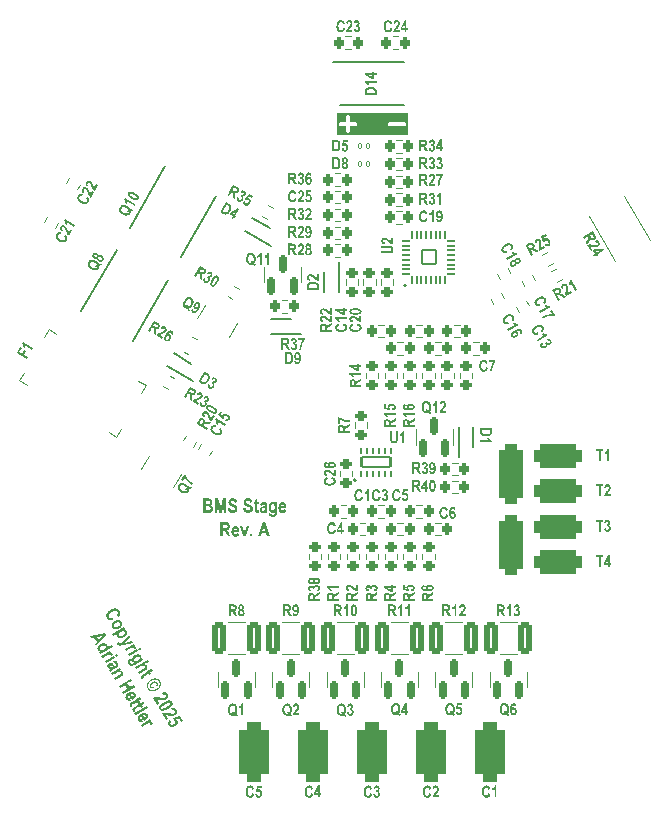
<source format=gto>
G04 #@! TF.GenerationSoftware,KiCad,Pcbnew,8.0.4*
G04 #@! TF.CreationDate,2025-04-17T01:03:58+02:00*
G04 #@! TF.ProjectId,bms_stage_bq40z80,626d735f-7374-4616-9765-5f627134307a,rev?*
G04 #@! TF.SameCoordinates,Original*
G04 #@! TF.FileFunction,Legend,Top*
G04 #@! TF.FilePolarity,Positive*
%FSLAX46Y46*%
G04 Gerber Fmt 4.6, Leading zero omitted, Abs format (unit mm)*
G04 Created by KiCad (PCBNEW 8.0.4) date 2025-04-17 01:03:58*
%MOMM*%
%LPD*%
G01*
G04 APERTURE LIST*
G04 Aperture macros list*
%AMRoundRect*
0 Rectangle with rounded corners*
0 $1 Rounding radius*
0 $2 $3 $4 $5 $6 $7 $8 $9 X,Y pos of 4 corners*
0 Add a 4 corners polygon primitive as box body*
4,1,4,$2,$3,$4,$5,$6,$7,$8,$9,$2,$3,0*
0 Add four circle primitives for the rounded corners*
1,1,$1+$1,$2,$3*
1,1,$1+$1,$4,$5*
1,1,$1+$1,$6,$7*
1,1,$1+$1,$8,$9*
0 Add four rect primitives between the rounded corners*
20,1,$1+$1,$2,$3,$4,$5,0*
20,1,$1+$1,$4,$5,$6,$7,0*
20,1,$1+$1,$6,$7,$8,$9,0*
20,1,$1+$1,$8,$9,$2,$3,0*%
%AMHorizOval*
0 Thick line with rounded ends*
0 $1 width*
0 $2 $3 position (X,Y) of the first rounded end (center of the circle)*
0 $4 $5 position (X,Y) of the second rounded end (center of the circle)*
0 Add line between two ends*
20,1,$1,$2,$3,$4,$5,0*
0 Add two circle primitives to create the rounded ends*
1,1,$1,$2,$3*
1,1,$1,$4,$5*%
%AMRotRect*
0 Rectangle, with rotation*
0 The origin of the aperture is its center*
0 $1 length*
0 $2 width*
0 $3 Rotation angle, in degrees counterclockwise*
0 Add horizontal line*
21,1,$1,$2,0,0,$3*%
%AMFreePoly0*
4,1,9,1.300000,0.375000,1.300000,-0.375000,0.000000,-1.550000,0.000000,-0.000500,-0.000500,-0.000500,-0.000500,0.000500,0.000000,0.000500,0.000000,1.550000,1.300000,0.375000,1.300000,0.375000,$1*%
G04 Aperture macros list end*
%ADD10C,0.150000*%
%ADD11C,0.375000*%
%ADD12C,0.200000*%
%ADD13C,0.120000*%
%ADD14C,0.100000*%
%ADD15RoundRect,0.200000X0.200000X0.275000X-0.200000X0.275000X-0.200000X-0.275000X0.200000X-0.275000X0*%
%ADD16RoundRect,0.200000X-0.200000X-0.275000X0.200000X-0.275000X0.200000X0.275000X-0.200000X0.275000X0*%
%ADD17RoundRect,0.200000X-0.275000X0.200000X-0.275000X-0.200000X0.275000X-0.200000X0.275000X0.200000X0*%
%ADD18RoundRect,0.050000X0.100000X0.200000X-0.100000X0.200000X-0.100000X-0.200000X0.100000X-0.200000X0*%
%ADD19RoundRect,0.200000X-0.338157X0.035705X-0.138157X-0.310705X0.338157X-0.035705X0.138157X0.310705X0*%
%ADD20RoundRect,0.150000X0.150000X-0.587500X0.150000X0.587500X-0.150000X0.587500X-0.150000X-0.587500X0*%
%ADD21RoundRect,0.200000X0.138157X-0.310705X0.338157X0.035705X-0.138157X0.310705X-0.338157X-0.035705X0*%
%ADD22HorizOval,3.500000X-1.875000X3.247595X1.875000X-3.247595X0*%
%ADD23RoundRect,0.500000X-1.500000X-0.500000X1.500000X-0.500000X1.500000X0.500000X-1.500000X0.500000X0*%
%ADD24RoundRect,0.500000X0.500000X-2.000000X0.500000X2.000000X-0.500000X2.000000X-0.500000X-2.000000X0*%
%ADD25RoundRect,0.200000X-0.310705X-0.138157X0.035705X-0.338157X0.310705X0.138157X-0.035705X0.338157X0*%
%ADD26RotRect,0.710000X1.372000X330.000000*%
%ADD27RotRect,0.595000X0.710000X240.000000*%
%ADD28RotRect,0.656000X0.710000X240.000000*%
%ADD29RotRect,3.850000X4.520000X240.000000*%
%ADD30RoundRect,0.250000X-0.452332X-0.258461X0.002332X-0.520961X0.452332X0.258461X-0.002332X0.520961X0*%
%ADD31RoundRect,0.200000X0.275000X-0.200000X0.275000X0.200000X-0.275000X0.200000X-0.275000X-0.200000X0*%
%ADD32RotRect,0.630000X0.830000X150.000000*%
%ADD33RotRect,0.710000X1.372000X150.000000*%
%ADD34RotRect,0.595000X0.710000X60.000000*%
%ADD35RotRect,0.656000X0.710000X60.000000*%
%ADD36RotRect,3.850000X4.520000X60.000000*%
%ADD37RoundRect,0.200000X0.035705X0.338157X-0.310705X0.138157X-0.035705X-0.338157X0.310705X-0.138157X0*%
%ADD38RoundRect,0.150000X0.163846X0.583790X-0.423654X-0.433790X-0.163846X-0.583790X0.423654X0.433790X0*%
%ADD39RoundRect,0.200000X0.338157X-0.035705X0.138157X0.310705X-0.338157X0.035705X-0.138157X-0.310705X0*%
%ADD40RoundRect,0.625000X-0.625000X1.875000X-0.625000X-1.875000X0.625000X-1.875000X0.625000X1.875000X0*%
%ADD41RoundRect,0.050000X-0.050000X-0.250000X0.050000X-0.250000X0.050000X0.250000X-0.050000X0.250000X0*%
%ADD42RoundRect,0.050000X0.250000X-0.050000X0.250000X0.050000X-0.250000X0.050000X-0.250000X-0.050000X0*%
%ADD43RoundRect,0.050000X0.050000X0.250000X-0.050000X0.250000X-0.050000X-0.250000X0.050000X-0.250000X0*%
%ADD44RoundRect,0.050000X-0.250000X0.050000X-0.250000X-0.050000X0.250000X-0.050000X0.250000X0.050000X0*%
%ADD45RoundRect,0.100000X0.600000X-0.600000X0.600000X0.600000X-0.600000X0.600000X-0.600000X-0.600000X0*%
%ADD46RoundRect,0.062500X0.062500X-0.187500X0.062500X0.187500X-0.062500X0.187500X-0.062500X-0.187500X0*%
%ADD47RoundRect,0.100000X1.225000X-0.400000X1.225000X0.400000X-1.225000X0.400000X-1.225000X-0.400000X0*%
%ADD48RoundRect,0.250000X0.312500X1.075000X-0.312500X1.075000X-0.312500X-1.075000X0.312500X-1.075000X0*%
%ADD49C,8.500000*%
%ADD50RoundRect,0.200000X-0.138157X0.310705X-0.338157X-0.035705X0.138157X-0.310705X0.338157X0.035705X0*%
%ADD51RoundRect,0.250000X1.415336X0.398566X1.052836X1.026434X-1.415336X-0.398566X-1.052836X-1.026434X0*%
%ADD52R,0.830000X0.630000*%
%ADD53RoundRect,0.200000X0.310705X0.138157X-0.035705X0.338157X-0.310705X-0.138157X0.035705X-0.338157X0*%
%ADD54HorizOval,3.500000X-1.875000X-3.247595X1.875000X3.247595X0*%
%ADD55R,0.630000X0.830000*%
%ADD56R,2.200000X2.150000*%
%ADD57RotRect,7.600000X2.500000X150.000000*%
%ADD58FreePoly0,150.000000*%
G04 APERTURE END LIST*
D10*
G36*
X139879588Y-130639842D02*
G01*
X140041032Y-130702369D01*
X140027979Y-130753478D01*
X140012482Y-130800104D01*
X139990657Y-130850136D01*
X139965312Y-130893710D01*
X139931294Y-130936386D01*
X139915247Y-130951985D01*
X139874839Y-130982629D01*
X139830550Y-131005747D01*
X139782382Y-131021338D01*
X139730333Y-131029402D01*
X139698848Y-131030631D01*
X139649893Y-131027626D01*
X139595099Y-131016085D01*
X139544615Y-130995889D01*
X139498442Y-130967038D01*
X139456579Y-130929532D01*
X139437264Y-130907533D01*
X139403982Y-130860614D01*
X139376342Y-130808853D01*
X139354342Y-130752250D01*
X139340804Y-130703482D01*
X139330875Y-130651614D01*
X139324558Y-130596648D01*
X139321850Y-130538583D01*
X139321737Y-130523583D01*
X139323550Y-130461511D01*
X139328988Y-130402912D01*
X139338052Y-130347785D01*
X139350741Y-130296132D01*
X139367056Y-130247951D01*
X139386996Y-130203243D01*
X139417019Y-130152242D01*
X139437752Y-130124246D01*
X139471039Y-130088150D01*
X139515438Y-130052910D01*
X139564697Y-130026480D01*
X139618815Y-130008860D01*
X139667627Y-130000907D01*
X139709106Y-129998949D01*
X139759541Y-130002307D01*
X139814367Y-130014710D01*
X139864868Y-130036254D01*
X139911045Y-130066936D01*
X139941381Y-130094448D01*
X139972385Y-130132504D01*
X139998961Y-130178773D01*
X140018585Y-130225995D01*
X140034818Y-130279505D01*
X140038834Y-130295949D01*
X139873970Y-130342843D01*
X139860995Y-130294605D01*
X139839669Y-130250359D01*
X139810956Y-130215348D01*
X139770032Y-130186567D01*
X139719649Y-130171981D01*
X139700069Y-130170896D01*
X139651353Y-130177156D01*
X139603477Y-130198794D01*
X139566018Y-130231484D01*
X139551081Y-130250031D01*
X139525863Y-130295903D01*
X139509708Y-130346584D01*
X139500251Y-130397858D01*
X139494847Y-130456362D01*
X139493440Y-130510638D01*
X139494811Y-130566972D01*
X139498926Y-130617976D01*
X139507484Y-130672144D01*
X139522460Y-130725637D01*
X139546160Y-130773978D01*
X139549616Y-130779061D01*
X139584018Y-130817551D01*
X139628497Y-130845543D01*
X139679559Y-130857984D01*
X139696161Y-130858684D01*
X139746800Y-130850058D01*
X139791553Y-130824179D01*
X139810223Y-130806416D01*
X139840128Y-130763041D01*
X139859873Y-130716733D01*
X139873856Y-130667396D01*
X139879588Y-130639842D01*
G37*
G36*
X140146789Y-130749263D02*
G01*
X140304815Y-130733632D01*
X140314452Y-130782220D01*
X140337192Y-130826864D01*
X140345359Y-130836702D01*
X140386188Y-130867116D01*
X140420830Y-130874316D01*
X140468802Y-130860391D01*
X140504605Y-130824979D01*
X140526038Y-130780374D01*
X140536342Y-130731869D01*
X140539742Y-130679404D01*
X140539776Y-130673060D01*
X140537033Y-130622536D01*
X140526228Y-130571699D01*
X140505094Y-130529933D01*
X140468447Y-130496624D01*
X140420247Y-130483572D01*
X140416922Y-130483527D01*
X140367772Y-130492320D01*
X140322537Y-130518698D01*
X140294556Y-130546053D01*
X140166085Y-130530422D01*
X140247173Y-130014581D01*
X140665317Y-130014581D01*
X140665317Y-130186528D01*
X140367341Y-130186528D01*
X140341940Y-130374351D01*
X140382262Y-130345625D01*
X140429827Y-130328869D01*
X140450383Y-130327212D01*
X140502882Y-130333413D01*
X140550744Y-130352019D01*
X140593970Y-130383027D01*
X140615980Y-130405614D01*
X140645115Y-130445315D01*
X140668221Y-130489500D01*
X140685300Y-130538166D01*
X140696351Y-130591314D01*
X140701374Y-130648945D01*
X140701709Y-130669152D01*
X140699133Y-130718954D01*
X140691405Y-130767246D01*
X140675878Y-130821676D01*
X140653338Y-130874048D01*
X140628436Y-130917302D01*
X140593471Y-130961461D01*
X140552475Y-130994773D01*
X140505448Y-131017240D01*
X140452391Y-131028860D01*
X140419364Y-131030631D01*
X140366669Y-131026067D01*
X140318492Y-131012374D01*
X140274834Y-130989552D01*
X140235694Y-130957602D01*
X140202477Y-130917104D01*
X140176587Y-130868881D01*
X140159944Y-130820350D01*
X140148911Y-130765905D01*
X140146789Y-130749263D01*
G37*
G36*
X149879588Y-130639842D02*
G01*
X150041032Y-130702369D01*
X150027979Y-130753478D01*
X150012482Y-130800104D01*
X149990657Y-130850136D01*
X149965312Y-130893710D01*
X149931294Y-130936386D01*
X149915247Y-130951985D01*
X149874839Y-130982629D01*
X149830550Y-131005747D01*
X149782382Y-131021338D01*
X149730333Y-131029402D01*
X149698848Y-131030631D01*
X149649893Y-131027626D01*
X149595099Y-131016085D01*
X149544615Y-130995889D01*
X149498442Y-130967038D01*
X149456579Y-130929532D01*
X149437264Y-130907533D01*
X149403982Y-130860614D01*
X149376342Y-130808853D01*
X149354342Y-130752250D01*
X149340804Y-130703482D01*
X149330875Y-130651614D01*
X149324558Y-130596648D01*
X149321850Y-130538583D01*
X149321737Y-130523583D01*
X149323550Y-130461511D01*
X149328988Y-130402912D01*
X149338052Y-130347785D01*
X149350741Y-130296132D01*
X149367056Y-130247951D01*
X149386996Y-130203243D01*
X149417019Y-130152242D01*
X149437752Y-130124246D01*
X149471039Y-130088150D01*
X149515438Y-130052910D01*
X149564697Y-130026480D01*
X149618815Y-130008860D01*
X149667627Y-130000907D01*
X149709106Y-129998949D01*
X149759541Y-130002307D01*
X149814367Y-130014710D01*
X149864868Y-130036254D01*
X149911045Y-130066936D01*
X149941381Y-130094448D01*
X149972385Y-130132504D01*
X149998961Y-130178773D01*
X150018585Y-130225995D01*
X150034818Y-130279505D01*
X150038834Y-130295949D01*
X149873970Y-130342843D01*
X149860995Y-130294605D01*
X149839669Y-130250359D01*
X149810956Y-130215348D01*
X149770032Y-130186567D01*
X149719649Y-130171981D01*
X149700069Y-130170896D01*
X149651353Y-130177156D01*
X149603477Y-130198794D01*
X149566018Y-130231484D01*
X149551081Y-130250031D01*
X149525863Y-130295903D01*
X149509708Y-130346584D01*
X149500251Y-130397858D01*
X149494847Y-130456362D01*
X149493440Y-130510638D01*
X149494811Y-130566972D01*
X149498926Y-130617976D01*
X149507484Y-130672144D01*
X149522460Y-130725637D01*
X149546160Y-130773978D01*
X149549616Y-130779061D01*
X149584018Y-130817551D01*
X149628497Y-130845543D01*
X149679559Y-130857984D01*
X149696161Y-130858684D01*
X149746800Y-130850058D01*
X149791553Y-130824179D01*
X149810223Y-130806416D01*
X149840128Y-130763041D01*
X149859873Y-130716733D01*
X149873856Y-130667396D01*
X149879588Y-130639842D01*
G37*
G36*
X150138485Y-130749263D02*
G01*
X150291625Y-130733632D01*
X150301021Y-130783876D01*
X150322881Y-130828627D01*
X150330704Y-130838168D01*
X150371508Y-130867397D01*
X150408374Y-130874316D01*
X150456001Y-130861632D01*
X150490928Y-130829375D01*
X150513969Y-130783246D01*
X150523448Y-130733215D01*
X150524633Y-130704567D01*
X150520099Y-130653528D01*
X150503350Y-130605269D01*
X150492393Y-130588307D01*
X150454209Y-130555338D01*
X150413991Y-130546053D01*
X150364623Y-130553498D01*
X150341940Y-130560464D01*
X150359037Y-130389738D01*
X150407649Y-130384215D01*
X150451415Y-130361760D01*
X150456001Y-130357742D01*
X150483253Y-130314469D01*
X150490928Y-130263464D01*
X150482891Y-130213344D01*
X150465526Y-130184085D01*
X150423789Y-130158079D01*
X150400314Y-130155265D01*
X150352584Y-130168939D01*
X150331193Y-130187016D01*
X150305914Y-130232045D01*
X150296510Y-130280317D01*
X150150209Y-130264685D01*
X150160247Y-130215075D01*
X150175799Y-130163989D01*
X150198640Y-130114564D01*
X150226884Y-130074695D01*
X150238869Y-130062208D01*
X150278688Y-130031629D01*
X150323954Y-130011057D01*
X150374669Y-130000494D01*
X150405198Y-129998949D01*
X150458596Y-130003956D01*
X150506193Y-130018977D01*
X150552806Y-130047846D01*
X150583984Y-130079061D01*
X150613049Y-130120063D01*
X150635821Y-130168745D01*
X150648083Y-130220132D01*
X150650418Y-130255893D01*
X150645460Y-130307139D01*
X150630586Y-130354112D01*
X150620376Y-130374351D01*
X150591208Y-130414880D01*
X150555481Y-130448500D01*
X150530739Y-130466430D01*
X150579122Y-130486889D01*
X150620224Y-130520057D01*
X150643579Y-130549228D01*
X150668470Y-130596835D01*
X150682133Y-130646676D01*
X150687128Y-130696876D01*
X150687299Y-130708719D01*
X150684414Y-130759326D01*
X150673755Y-130814091D01*
X150655242Y-130864252D01*
X150628875Y-130909808D01*
X150605233Y-130939528D01*
X150567834Y-130975026D01*
X150521427Y-131004919D01*
X150471113Y-131023425D01*
X150416892Y-131030542D01*
X150409839Y-131030631D01*
X150357693Y-131025914D01*
X150309699Y-131011763D01*
X150265858Y-130988179D01*
X150226168Y-130955160D01*
X150192478Y-130913990D01*
X150166634Y-130865950D01*
X150150457Y-130818281D01*
X150140287Y-130765352D01*
X150138485Y-130749263D01*
G37*
G36*
X128083278Y-115784737D02*
G01*
X128115166Y-115990031D01*
X128054219Y-116007132D01*
X127996466Y-116019002D01*
X127931377Y-116026340D01*
X127870886Y-116026145D01*
X127806125Y-116016398D01*
X127780286Y-116009081D01*
X127724194Y-115985474D01*
X127673597Y-115953319D01*
X127628493Y-115912615D01*
X127588883Y-115863363D01*
X127568715Y-115831380D01*
X127542465Y-115778702D01*
X127521582Y-115714834D01*
X127512280Y-115650252D01*
X127514559Y-115584956D01*
X127528419Y-115518947D01*
X127539692Y-115485675D01*
X127568483Y-115422936D01*
X127605690Y-115363155D01*
X127651313Y-115306330D01*
X127693872Y-115263000D01*
X127741817Y-115221562D01*
X127795149Y-115182017D01*
X127853867Y-115144364D01*
X127869388Y-115135246D01*
X127934983Y-115099887D01*
X127999144Y-115070379D01*
X128061871Y-115046722D01*
X128123165Y-115028917D01*
X128183024Y-115016963D01*
X128241450Y-115010861D01*
X128312466Y-115011462D01*
X128354001Y-115016211D01*
X128411485Y-115029145D01*
X128474746Y-115054142D01*
X128531768Y-115089475D01*
X128582550Y-115135146D01*
X128620103Y-115181100D01*
X128647025Y-115223032D01*
X128673797Y-115277460D01*
X128693802Y-115341879D01*
X128701715Y-115407287D01*
X128697534Y-115473685D01*
X128687145Y-115521718D01*
X128666198Y-115576772D01*
X128634060Y-115632153D01*
X128596759Y-115680879D01*
X128550890Y-115729855D01*
X128536211Y-115743895D01*
X128388558Y-115600700D01*
X128430903Y-115558273D01*
X128464090Y-115509563D01*
X128483246Y-115458716D01*
X128488602Y-115398919D01*
X128473530Y-115337808D01*
X128462910Y-115316809D01*
X128427175Y-115269937D01*
X128375963Y-115233166D01*
X128319515Y-115213851D01*
X128291278Y-115209456D01*
X128228476Y-115210772D01*
X128166113Y-115224392D01*
X128107154Y-115245328D01*
X128043112Y-115274815D01*
X127985863Y-115305918D01*
X127928141Y-115341144D01*
X127877605Y-115376022D01*
X127826447Y-115417416D01*
X127779842Y-115465076D01*
X127743824Y-115518710D01*
X127740615Y-115525351D01*
X127721257Y-115584197D01*
X127718853Y-115647217D01*
X127736561Y-115707747D01*
X127745795Y-115725420D01*
X127785143Y-115772869D01*
X127838889Y-115803850D01*
X127868551Y-115812595D01*
X127931570Y-115817649D01*
X127991542Y-115810383D01*
X128051204Y-115795313D01*
X128083278Y-115784737D01*
G37*
G36*
X128594433Y-115988951D02*
G01*
X128654229Y-116007559D01*
X128676485Y-116017924D01*
X128727465Y-116050274D01*
X128771505Y-116091324D01*
X128808604Y-116141076D01*
X128815190Y-116152070D01*
X128842211Y-116208453D01*
X128858315Y-116265094D01*
X128863306Y-116331502D01*
X128853439Y-116398261D01*
X128833156Y-116455763D01*
X128804414Y-116511232D01*
X128769370Y-116562297D01*
X128728022Y-116608957D01*
X128680372Y-116651214D01*
X128626420Y-116689066D01*
X128607035Y-116700704D01*
X128548091Y-116731013D01*
X128488778Y-116754089D01*
X128429096Y-116769933D01*
X128369046Y-116778543D01*
X128303722Y-116779809D01*
X128243276Y-116772368D01*
X128181836Y-116753889D01*
X128158946Y-116743488D01*
X128106891Y-116711441D01*
X128062582Y-116671286D01*
X128026019Y-116623024D01*
X128019636Y-116612399D01*
X127991011Y-116551094D01*
X127975149Y-116488446D01*
X127972493Y-116433618D01*
X128164081Y-116433618D01*
X128171208Y-116494929D01*
X128182523Y-116519371D01*
X128223313Y-116563542D01*
X128278206Y-116586613D01*
X128303682Y-116590885D01*
X128366359Y-116588418D01*
X128423126Y-116572821D01*
X128477732Y-116548698D01*
X128506497Y-116533015D01*
X128558481Y-116499259D01*
X128605008Y-116459234D01*
X128641862Y-116412217D01*
X128654429Y-116387704D01*
X128670169Y-116330311D01*
X128663451Y-116269291D01*
X128652303Y-116245098D01*
X128611409Y-116200858D01*
X128556231Y-116177599D01*
X128530597Y-116173223D01*
X128468162Y-116175358D01*
X128405291Y-116193042D01*
X128350805Y-116217985D01*
X128329413Y-116229813D01*
X128276446Y-116264137D01*
X128229191Y-116304582D01*
X128192000Y-116351793D01*
X128179451Y-116376296D01*
X128164081Y-116433618D01*
X127972493Y-116433618D01*
X127972049Y-116424453D01*
X127981712Y-116359116D01*
X127992964Y-116321177D01*
X128017999Y-116265318D01*
X128053097Y-116212216D01*
X128098258Y-116161871D01*
X128143579Y-116122022D01*
X128195888Y-116084087D01*
X128242767Y-116055118D01*
X128299060Y-116026298D01*
X128356002Y-116004464D01*
X128413593Y-115989616D01*
X128471833Y-115981754D01*
X128535538Y-115981126D01*
X128594433Y-115988951D01*
G37*
G36*
X129142742Y-116756921D02*
G01*
X129031313Y-116821255D01*
X129092320Y-116824486D01*
X129152589Y-116840846D01*
X129172748Y-116849926D01*
X129222870Y-116883046D01*
X129263992Y-116930107D01*
X129270654Y-116940957D01*
X129293923Y-116995950D01*
X129302325Y-117054576D01*
X129295861Y-117116836D01*
X129278010Y-117174294D01*
X129274530Y-117182729D01*
X129243208Y-117240769D01*
X129206463Y-117288422D01*
X129160581Y-117334139D01*
X129105563Y-117377921D01*
X129052735Y-117412927D01*
X129029827Y-117426554D01*
X128969595Y-117458817D01*
X128911687Y-117484715D01*
X128856102Y-117504247D01*
X128792468Y-117519285D01*
X128732180Y-117525156D01*
X128684495Y-117523048D01*
X128623549Y-117511361D01*
X128564147Y-117487525D01*
X128515679Y-117452513D01*
X128478144Y-117406322D01*
X128474221Y-117399763D01*
X128451865Y-117345489D01*
X128445177Y-117294357D01*
X128452706Y-117235611D01*
X128467534Y-117188972D01*
X128597395Y-117188972D01*
X128605781Y-117250303D01*
X128613221Y-117265361D01*
X128657087Y-117309245D01*
X128714061Y-117327193D01*
X128723617Y-117328198D01*
X128782853Y-117323286D01*
X128839808Y-117305323D01*
X128896847Y-117278822D01*
X128927630Y-117261853D01*
X128982170Y-117227065D01*
X129030706Y-117187442D01*
X129068713Y-117142813D01*
X129081431Y-117120260D01*
X129098165Y-117063849D01*
X129089901Y-117005100D01*
X129082708Y-116990581D01*
X129040582Y-116945824D01*
X128983757Y-116924625D01*
X128969381Y-116922667D01*
X128905746Y-116927028D01*
X128845554Y-116946214D01*
X128792711Y-116971741D01*
X128778849Y-116979537D01*
X128727373Y-117011913D01*
X128679271Y-117049224D01*
X128635237Y-117096328D01*
X128615053Y-117129608D01*
X128597395Y-117188972D01*
X128467534Y-117188972D01*
X128471955Y-117175067D01*
X128480255Y-117154638D01*
X128093426Y-117377974D01*
X127998318Y-117213241D01*
X129054228Y-116603611D01*
X129142742Y-116756921D01*
G37*
G36*
X129432609Y-117258986D02*
G01*
X129534019Y-117434633D01*
X129071555Y-117898605D01*
X129703426Y-117728054D01*
X129801465Y-117897863D01*
X128940174Y-118103062D01*
X128773198Y-118143286D01*
X128712105Y-118153044D01*
X128653142Y-118157140D01*
X128623984Y-118155656D01*
X128566881Y-118141080D01*
X128526173Y-118118720D01*
X128481298Y-118077128D01*
X128445744Y-118025721D01*
X128415120Y-117972680D01*
X128391815Y-117932314D01*
X128562154Y-117814678D01*
X128575977Y-117872471D01*
X128585917Y-117893351D01*
X128625203Y-117937426D01*
X128660057Y-117953768D01*
X128721546Y-117957214D01*
X128784480Y-117944992D01*
X128795386Y-117941968D01*
X129432609Y-117258986D01*
G37*
G36*
X129188316Y-118599097D02*
G01*
X129093062Y-118434111D01*
X129856566Y-117993301D01*
X129944787Y-118146103D01*
X129836911Y-118208385D01*
X129897870Y-118207935D01*
X129956189Y-118214668D01*
X129977257Y-118221102D01*
X130026460Y-118255546D01*
X130042950Y-118278612D01*
X130064601Y-118335304D01*
X130068594Y-118394761D01*
X130067412Y-118408323D01*
X129863940Y-118457434D01*
X129864985Y-118397627D01*
X129852388Y-118361221D01*
X129808691Y-118321671D01*
X129791873Y-118315612D01*
X129732039Y-118315965D01*
X129677685Y-118331789D01*
X129621346Y-118356285D01*
X129561389Y-118386618D01*
X129507738Y-118415630D01*
X129446645Y-118450010D01*
X129424627Y-118462662D01*
X129188316Y-118599097D01*
G37*
G36*
X130226024Y-118408126D02*
G01*
X130404716Y-118304958D01*
X130499971Y-118469944D01*
X130321278Y-118573112D01*
X130226024Y-118408126D01*
G37*
G36*
X129365050Y-118905209D02*
G01*
X130128555Y-118464399D01*
X130223810Y-118629385D01*
X129460305Y-119070195D01*
X129365050Y-118905209D01*
G37*
G36*
X130259257Y-118883050D02*
G01*
X130318344Y-118895857D01*
X130376393Y-118921002D01*
X130424330Y-118957358D01*
X130462157Y-119004924D01*
X130466174Y-119011658D01*
X130489541Y-119067458D01*
X130496994Y-119126349D01*
X130496786Y-119134434D01*
X130487063Y-119192768D01*
X130465013Y-119249696D01*
X130453193Y-119272300D01*
X130559546Y-119210898D01*
X130648646Y-119365223D01*
X129964334Y-119760310D01*
X129905233Y-119793029D01*
X129851287Y-119819963D01*
X129794866Y-119844074D01*
X129738977Y-119861990D01*
X129708701Y-119867965D01*
X129647942Y-119870430D01*
X129586416Y-119858606D01*
X129543529Y-119839800D01*
X129493922Y-119803604D01*
X129450871Y-119756332D01*
X129413790Y-119702086D01*
X129405765Y-119688526D01*
X129376791Y-119633010D01*
X129354364Y-119575733D01*
X129341569Y-119518088D01*
X129340579Y-119508211D01*
X129342808Y-119446747D01*
X129360102Y-119389320D01*
X129373165Y-119364177D01*
X129410851Y-119314371D01*
X129456488Y-119274824D01*
X129487919Y-119254604D01*
X129514571Y-119239217D01*
X129590965Y-119446567D01*
X129549683Y-119490559D01*
X129543471Y-119508507D01*
X129554224Y-119568432D01*
X129564549Y-119588392D01*
X129599349Y-119637418D01*
X129632514Y-119666250D01*
X129690826Y-119678807D01*
X129695351Y-119678367D01*
X129751702Y-119660244D01*
X129805370Y-119632107D01*
X129912991Y-119569972D01*
X129854277Y-119565051D01*
X129794858Y-119549617D01*
X129772386Y-119539806D01*
X129721104Y-119504181D01*
X129684380Y-119458234D01*
X129682322Y-119454739D01*
X129657646Y-119394796D01*
X129651766Y-119339752D01*
X129855768Y-119339752D01*
X129867425Y-119399693D01*
X129871148Y-119406638D01*
X129913271Y-119451263D01*
X129970834Y-119473386D01*
X129985461Y-119475674D01*
X130044540Y-119473550D01*
X130105128Y-119456126D01*
X130165259Y-119427828D01*
X130179342Y-119419917D01*
X130232696Y-119385750D01*
X130280098Y-119346559D01*
X130319885Y-119297575D01*
X130329404Y-119279468D01*
X130345002Y-119222608D01*
X130335544Y-119162580D01*
X130328053Y-119147582D01*
X130286726Y-119103951D01*
X130230848Y-119083686D01*
X130216700Y-119081914D01*
X130153374Y-119086921D01*
X130092660Y-119106805D01*
X130038888Y-119132995D01*
X130024723Y-119140971D01*
X129970156Y-119175712D01*
X129921827Y-119214992D01*
X129881536Y-119263285D01*
X129872006Y-119280923D01*
X129855768Y-119339752D01*
X129651766Y-119339752D01*
X129650881Y-119331472D01*
X129659905Y-119272345D01*
X129675960Y-119226247D01*
X129703009Y-119173711D01*
X129738719Y-119123813D01*
X129783091Y-119076552D01*
X129836125Y-119031929D01*
X129886936Y-118996758D01*
X129920310Y-118976535D01*
X129980051Y-118944538D01*
X130037281Y-118918983D01*
X130102642Y-118896817D01*
X130164387Y-118883926D01*
X130231851Y-118880608D01*
X130259257Y-118883050D01*
G37*
G36*
X131111506Y-119529154D02*
G01*
X130738130Y-119744723D01*
X130798986Y-119753996D01*
X130855573Y-119773148D01*
X130873534Y-119782291D01*
X130923241Y-119819587D01*
X130961206Y-119869077D01*
X130985863Y-119924644D01*
X130995542Y-119984362D01*
X130993417Y-120016313D01*
X130976686Y-120073831D01*
X130943515Y-120128218D01*
X130922659Y-120152264D01*
X130877879Y-120190904D01*
X130828797Y-120224959D01*
X130774017Y-120258881D01*
X130750768Y-120272488D01*
X130303529Y-120530702D01*
X130208714Y-120366477D01*
X130606203Y-120136987D01*
X130661278Y-120104056D01*
X130710883Y-120071345D01*
X130758614Y-120032127D01*
X130769054Y-120019275D01*
X130784414Y-119961722D01*
X130766665Y-119907279D01*
X130727976Y-119862709D01*
X130671808Y-119839267D01*
X130658747Y-119837597D01*
X130595993Y-119845161D01*
X130536338Y-119866786D01*
X130482478Y-119893058D01*
X130448770Y-119911785D01*
X130071840Y-120129405D01*
X129976732Y-119964673D01*
X131016398Y-119364422D01*
X131111506Y-119529154D01*
G37*
G36*
X131325540Y-120537639D02*
G01*
X131163092Y-120631428D01*
X131098319Y-120519238D01*
X130788907Y-120697877D01*
X130734626Y-120729877D01*
X130685231Y-120761866D01*
X130675332Y-120770218D01*
X130669844Y-120827536D01*
X130711654Y-120870543D01*
X130727090Y-120882139D01*
X130583763Y-120983841D01*
X130535989Y-120946258D01*
X130495331Y-120897976D01*
X130478966Y-120872083D01*
X130454663Y-120814791D01*
X130450739Y-120754023D01*
X130471135Y-120698029D01*
X130508238Y-120653139D01*
X130557176Y-120615862D01*
X130607134Y-120583886D01*
X130663695Y-120550200D01*
X130671570Y-120545640D01*
X131003065Y-120354252D01*
X130959394Y-120278612D01*
X131121842Y-120184823D01*
X131165512Y-120260462D01*
X131311715Y-120176052D01*
X131520683Y-120275386D01*
X131260767Y-120425448D01*
X131325540Y-120537639D01*
G37*
G36*
X131682605Y-121190092D02*
G01*
X131743551Y-121206679D01*
X131795180Y-121236247D01*
X131837493Y-121278798D01*
X131856974Y-121308047D01*
X131879887Y-121362241D01*
X131886050Y-121426514D01*
X131870062Y-121491917D01*
X131838729Y-121548874D01*
X131800187Y-121596971D01*
X131791122Y-121606660D01*
X131720069Y-121521109D01*
X131755441Y-121473565D01*
X131772343Y-121413153D01*
X131757454Y-121360767D01*
X131714020Y-121318624D01*
X131656570Y-121303268D01*
X131593117Y-121310102D01*
X131535841Y-121330585D01*
X131478000Y-121360339D01*
X131428111Y-121391935D01*
X131379278Y-121431471D01*
X131340520Y-121478976D01*
X131336165Y-121486900D01*
X131318213Y-121545492D01*
X131329228Y-121594466D01*
X131374975Y-121638238D01*
X131436332Y-121650722D01*
X131498974Y-121641985D01*
X131525571Y-121634417D01*
X131547450Y-121747344D01*
X131487727Y-121761613D01*
X131427284Y-121766831D01*
X131367988Y-121759639D01*
X131358016Y-121756876D01*
X131304324Y-121732462D01*
X131258323Y-121691364D01*
X131238794Y-121662923D01*
X131215242Y-121607664D01*
X131207112Y-121543574D01*
X131216030Y-121483471D01*
X131224930Y-121456022D01*
X131252476Y-121402214D01*
X131293183Y-121351637D01*
X131339598Y-121310033D01*
X131396089Y-121270903D01*
X131414080Y-121260178D01*
X131469845Y-121230968D01*
X131531745Y-121206263D01*
X131590242Y-121191653D01*
X131652928Y-121187316D01*
X131682605Y-121190092D01*
G37*
G36*
X131725534Y-120939891D02*
G01*
X131788630Y-120952671D01*
X131848098Y-120972404D01*
X131888353Y-120990756D01*
X131940526Y-121021280D01*
X131993080Y-121061914D01*
X132038091Y-121108679D01*
X132075559Y-121161576D01*
X132079712Y-121168620D01*
X132108162Y-121227495D01*
X132127420Y-121289647D01*
X132137486Y-121355076D01*
X132138753Y-121415014D01*
X132138360Y-121423781D01*
X132131249Y-121485275D01*
X132116301Y-121546436D01*
X132093517Y-121607262D01*
X132062896Y-121667755D01*
X132041880Y-121702172D01*
X132006416Y-121751976D01*
X131966612Y-121798217D01*
X131922467Y-121840897D01*
X131873981Y-121880015D01*
X131821154Y-121915572D01*
X131802580Y-121926632D01*
X131745670Y-121956455D01*
X131687828Y-121980749D01*
X131629053Y-121999512D01*
X131569347Y-122012746D01*
X131508709Y-122020449D01*
X131488289Y-122021788D01*
X131428343Y-122022366D01*
X131361740Y-122016573D01*
X131298728Y-122003816D01*
X131239307Y-121984096D01*
X131199062Y-121965746D01*
X131146882Y-121935210D01*
X131094302Y-121894533D01*
X131049248Y-121847692D01*
X131011719Y-121794688D01*
X131007557Y-121787629D01*
X130979345Y-121729166D01*
X130960215Y-121667236D01*
X130950167Y-121601839D01*
X130948826Y-121541773D01*
X130949202Y-121532975D01*
X130949939Y-121526525D01*
X131058853Y-121526525D01*
X131059914Y-121588719D01*
X131070340Y-121647380D01*
X131092908Y-121708416D01*
X131105172Y-121731609D01*
X131138707Y-121779817D01*
X131179960Y-121821640D01*
X131228932Y-121857080D01*
X131259474Y-121874011D01*
X131319302Y-121898126D01*
X131376654Y-121911760D01*
X131437931Y-121918051D01*
X131494768Y-121917533D01*
X131560993Y-121909799D01*
X131625919Y-121894101D01*
X131681664Y-121873831D01*
X131736415Y-121847463D01*
X131751876Y-121838809D01*
X131803441Y-121805702D01*
X131850198Y-121768698D01*
X131897747Y-121721638D01*
X131939016Y-121669488D01*
X131948353Y-121655656D01*
X131980919Y-121599626D01*
X132005101Y-121543360D01*
X132020897Y-121486860D01*
X132028308Y-121430124D01*
X132027441Y-121367982D01*
X132017145Y-121309355D01*
X131994648Y-121248338D01*
X131982390Y-121225147D01*
X131948823Y-121176931D01*
X131907475Y-121135082D01*
X131858344Y-121099599D01*
X131827687Y-121082638D01*
X131767973Y-121058483D01*
X131710675Y-121044887D01*
X131649406Y-121038702D01*
X131592540Y-121039370D01*
X131526554Y-121047261D01*
X131461798Y-121063073D01*
X131406147Y-121083404D01*
X131351437Y-121109800D01*
X131335979Y-121118455D01*
X131284387Y-121151545D01*
X131237552Y-121188496D01*
X131195472Y-121229310D01*
X131153204Y-121280682D01*
X131138955Y-121301247D01*
X131106419Y-121357111D01*
X131082224Y-121413278D01*
X131066368Y-121469750D01*
X131058853Y-121526525D01*
X130949939Y-121526525D01*
X130956236Y-121471377D01*
X130971083Y-121410126D01*
X130993743Y-121349224D01*
X131024214Y-121288669D01*
X131045134Y-121254223D01*
X131080734Y-121204456D01*
X131120646Y-121158243D01*
X131164871Y-121115584D01*
X131213409Y-121076480D01*
X131266259Y-121040930D01*
X131284834Y-121029870D01*
X131341731Y-121000043D01*
X131399531Y-120975738D01*
X131458235Y-120956956D01*
X131517843Y-120943696D01*
X131578354Y-120935959D01*
X131598726Y-120934607D01*
X131658808Y-120934065D01*
X131725534Y-120939891D01*
G37*
G36*
X131995599Y-123048780D02*
G01*
X131816907Y-123151949D01*
X131483808Y-122575005D01*
X131540546Y-122551682D01*
X131598731Y-122533868D01*
X131658362Y-122521565D01*
X131719440Y-122514772D01*
X131778982Y-122513800D01*
X131838540Y-122517147D01*
X131905966Y-122524351D01*
X131968163Y-122533302D01*
X132035824Y-122544932D01*
X132079042Y-122553196D01*
X132144716Y-122565569D01*
X132209890Y-122576746D01*
X132269284Y-122585225D01*
X132324665Y-122589402D01*
X132385973Y-122584115D01*
X132445841Y-122566487D01*
X132475257Y-122551868D01*
X132523019Y-122517535D01*
X132558356Y-122470259D01*
X132562101Y-122460779D01*
X132566577Y-122400499D01*
X132550781Y-122359693D01*
X132508361Y-122312927D01*
X132451992Y-122295416D01*
X132390176Y-122304412D01*
X132336581Y-122326328D01*
X132258450Y-122153486D01*
X132316694Y-122130108D01*
X132380515Y-122112194D01*
X132439890Y-122104362D01*
X132502302Y-122107756D01*
X132531330Y-122114391D01*
X132591788Y-122140049D01*
X132639879Y-122174793D01*
X132682654Y-122220772D01*
X132715720Y-122270218D01*
X132743728Y-122328575D01*
X132759535Y-122385490D01*
X132762661Y-122448771D01*
X132749850Y-122510168D01*
X132744157Y-122525223D01*
X132715288Y-122581869D01*
X132678204Y-122631834D01*
X132632907Y-122675119D01*
X132579396Y-122711725D01*
X132525395Y-122739048D01*
X132469398Y-122759817D01*
X132442879Y-122767191D01*
X132383022Y-122778587D01*
X132324326Y-122783658D01*
X132288560Y-122784201D01*
X132224187Y-122780456D01*
X132160531Y-122772374D01*
X132095645Y-122761398D01*
X132060271Y-122754571D01*
X131998150Y-122742485D01*
X131937151Y-122731387D01*
X131882835Y-122723334D01*
X131822409Y-122720940D01*
X131806848Y-122721854D01*
X131995599Y-123048780D01*
G37*
G36*
X132917826Y-122802152D02*
G01*
X132977554Y-122820856D01*
X133028475Y-122850669D01*
X133070587Y-122891591D01*
X133095273Y-122927624D01*
X133119783Y-122983260D01*
X133130569Y-123049294D01*
X133124934Y-123109217D01*
X133105230Y-123171140D01*
X133092480Y-123198291D01*
X133056610Y-123253965D01*
X133014741Y-123301749D01*
X132961985Y-123350795D01*
X132911940Y-123390941D01*
X132854927Y-123431896D01*
X132790946Y-123473658D01*
X132738387Y-123505510D01*
X132719996Y-123516229D01*
X132665438Y-123546823D01*
X132613224Y-123574256D01*
X132547253Y-123605914D01*
X132485451Y-123631951D01*
X132427816Y-123652365D01*
X132361635Y-123669979D01*
X132301966Y-123678808D01*
X132258920Y-123679547D01*
X132191698Y-123670466D01*
X132133270Y-123650250D01*
X132083637Y-123618901D01*
X132042799Y-123576417D01*
X132023411Y-123547141D01*
X131998834Y-123491528D01*
X131987805Y-123425576D01*
X131990709Y-123392664D01*
X132178127Y-123392664D01*
X132185566Y-123452844D01*
X132234388Y-123489739D01*
X132295642Y-123492852D01*
X132354395Y-123477418D01*
X132417714Y-123451056D01*
X132472382Y-123424535D01*
X132534918Y-123391605D01*
X132590610Y-123360646D01*
X132620345Y-123343628D01*
X132678156Y-123309653D01*
X132729882Y-123277996D01*
X132785981Y-123241686D01*
X132840748Y-123202896D01*
X132887337Y-123164234D01*
X132912436Y-123136746D01*
X132940367Y-123082142D01*
X132932826Y-123021413D01*
X132884267Y-122984973D01*
X132822896Y-122981659D01*
X132764032Y-122996994D01*
X132700588Y-123023338D01*
X132645808Y-123049879D01*
X132583144Y-123082855D01*
X132527336Y-123113870D01*
X132497539Y-123130923D01*
X132439675Y-123164934D01*
X132387916Y-123196625D01*
X132331805Y-123232977D01*
X132277065Y-123271815D01*
X132230567Y-123310529D01*
X132205595Y-123338058D01*
X132178127Y-123392664D01*
X131990709Y-123392664D01*
X131993082Y-123365775D01*
X132012292Y-123304018D01*
X132024789Y-123276953D01*
X132060498Y-123221487D01*
X132102483Y-123173714D01*
X132155585Y-123124529D01*
X132206070Y-123084166D01*
X132263669Y-123042899D01*
X132328383Y-123000730D01*
X132381588Y-122968510D01*
X132400212Y-122957657D01*
X132454497Y-122927217D01*
X132506461Y-122899920D01*
X132572137Y-122868411D01*
X132633688Y-122842488D01*
X132691114Y-122822151D01*
X132757095Y-122804586D01*
X132816631Y-122795749D01*
X132859619Y-122794964D01*
X132917826Y-122802152D01*
G37*
G36*
X132761154Y-124374760D02*
G01*
X132582461Y-124477928D01*
X132249363Y-123900985D01*
X132306101Y-123877661D01*
X132364285Y-123859848D01*
X132423917Y-123847545D01*
X132484995Y-123840752D01*
X132544537Y-123839780D01*
X132604095Y-123843127D01*
X132671520Y-123850331D01*
X132733718Y-123859282D01*
X132801378Y-123870912D01*
X132844597Y-123879176D01*
X132910271Y-123891548D01*
X132975445Y-123902726D01*
X133034839Y-123911204D01*
X133090220Y-123915382D01*
X133151528Y-123910095D01*
X133211396Y-123892467D01*
X133240812Y-123877848D01*
X133288574Y-123843515D01*
X133323910Y-123796239D01*
X133327656Y-123786759D01*
X133332131Y-123726478D01*
X133316336Y-123685672D01*
X133273916Y-123638906D01*
X133217547Y-123621396D01*
X133155730Y-123630392D01*
X133102136Y-123652308D01*
X133024005Y-123479466D01*
X133082248Y-123456087D01*
X133146070Y-123438174D01*
X133205445Y-123430342D01*
X133267857Y-123433736D01*
X133296885Y-123440370D01*
X133357343Y-123466029D01*
X133405434Y-123500773D01*
X133448208Y-123546751D01*
X133481275Y-123596198D01*
X133509283Y-123654555D01*
X133525090Y-123711470D01*
X133528215Y-123774751D01*
X133515405Y-123836148D01*
X133509712Y-123851203D01*
X133480843Y-123907848D01*
X133443759Y-123957814D01*
X133398462Y-124001099D01*
X133344951Y-124037705D01*
X133290950Y-124065028D01*
X133234953Y-124085796D01*
X133208434Y-124093171D01*
X133148577Y-124104567D01*
X133089881Y-124109638D01*
X133054115Y-124110181D01*
X132989742Y-124106436D01*
X132926085Y-124098354D01*
X132861199Y-124087378D01*
X132825826Y-124080551D01*
X132763705Y-124068465D01*
X132702705Y-124057367D01*
X132648389Y-124049313D01*
X132587963Y-124046920D01*
X132572403Y-124047834D01*
X132761154Y-124374760D01*
G37*
G36*
X132921930Y-124428139D02*
G01*
X133032990Y-124582984D01*
X132988278Y-124622153D01*
X132955527Y-124672571D01*
X132950203Y-124686962D01*
X132943093Y-124747641D01*
X132956396Y-124787961D01*
X132999650Y-124829461D01*
X133057934Y-124845421D01*
X133117148Y-124840931D01*
X133173739Y-124822536D01*
X133230302Y-124794591D01*
X133236916Y-124790820D01*
X133287776Y-124757655D01*
X133334124Y-124715925D01*
X133364847Y-124668902D01*
X133377475Y-124610831D01*
X133362119Y-124552909D01*
X133360171Y-124549427D01*
X133321543Y-124503625D01*
X133266990Y-124472442D01*
X133221773Y-124459777D01*
X133160934Y-124316886D01*
X133745665Y-124091651D01*
X133996551Y-124526199D01*
X133817859Y-124629367D01*
X133639073Y-124319701D01*
X133428641Y-124405997D01*
X133482687Y-124430667D01*
X133528639Y-124470043D01*
X133542696Y-124490412D01*
X133567750Y-124548691D01*
X133577132Y-124609594D01*
X133570842Y-124673120D01*
X133560576Y-124709546D01*
X133536797Y-124763645D01*
X133504744Y-124814168D01*
X133464416Y-124861117D01*
X133415813Y-124904491D01*
X133358935Y-124944290D01*
X133338137Y-124956761D01*
X133284835Y-124983966D01*
X133230012Y-125004910D01*
X133164130Y-125021431D01*
X133096179Y-125029430D01*
X133036287Y-125029504D01*
X132969417Y-125019662D01*
X132910200Y-124997045D01*
X132858636Y-124961654D01*
X132814725Y-124913487D01*
X132793069Y-124880228D01*
X132766196Y-124822727D01*
X132751519Y-124764444D01*
X132749041Y-124705380D01*
X132758761Y-124645535D01*
X132780918Y-124586715D01*
X132815498Y-124530876D01*
X132855948Y-124484462D01*
X132905909Y-124440329D01*
X132921930Y-124428139D01*
G37*
G36*
X127478384Y-117268401D02*
G01*
X126636994Y-118212077D01*
X126528111Y-118023485D01*
X126712307Y-117817302D01*
X126514470Y-117474639D01*
X126246304Y-117535381D01*
X126182151Y-117424266D01*
X126723644Y-117424266D01*
X126858906Y-117658546D01*
X127180022Y-117316117D01*
X126723644Y-117424266D01*
X126182151Y-117424266D01*
X126139911Y-117351104D01*
X127372431Y-117084886D01*
X127478384Y-117268401D01*
G37*
G36*
X127389345Y-117944216D02*
G01*
X127448188Y-117956601D01*
X127506148Y-117981592D01*
X127554197Y-118018142D01*
X127592338Y-118066251D01*
X127596409Y-118073078D01*
X127618972Y-118127399D01*
X127626284Y-118185787D01*
X127619362Y-118244346D01*
X127600693Y-118302024D01*
X127595158Y-118314764D01*
X127960666Y-118103738D01*
X128055920Y-118268724D01*
X127016255Y-118868975D01*
X126927595Y-118715411D01*
X127039024Y-118651078D01*
X126977940Y-118645954D01*
X126919566Y-118630101D01*
X126891494Y-118617126D01*
X126840582Y-118581537D01*
X126802840Y-118536559D01*
X126798803Y-118529853D01*
X126776178Y-118475609D01*
X126768536Y-118417200D01*
X126770717Y-118398604D01*
X126972790Y-118398604D01*
X126977493Y-118457409D01*
X126990120Y-118486067D01*
X127033734Y-118528489D01*
X127091998Y-118546089D01*
X127101853Y-118547117D01*
X127161342Y-118543214D01*
X127222594Y-118524560D01*
X127276514Y-118499278D01*
X127297862Y-118487423D01*
X127349424Y-118455160D01*
X127397289Y-118418567D01*
X127440528Y-118373244D01*
X127459824Y-118341796D01*
X127476397Y-118281543D01*
X127465049Y-118221857D01*
X127459167Y-118210525D01*
X127418254Y-118167740D01*
X127362022Y-118147216D01*
X127347706Y-118145257D01*
X127284333Y-118149467D01*
X127224467Y-118168463D01*
X127165106Y-118197599D01*
X127158189Y-118201540D01*
X127106363Y-118233310D01*
X127056207Y-118269542D01*
X127018037Y-118305809D01*
X126985778Y-118354881D01*
X126972790Y-118398604D01*
X126770717Y-118398604D01*
X126775876Y-118354625D01*
X126794588Y-118296454D01*
X126798198Y-118287884D01*
X126830698Y-118228900D01*
X126868766Y-118180309D01*
X126916258Y-118133535D01*
X126963035Y-118095945D01*
X127016357Y-118059615D01*
X127051491Y-118038423D01*
X127111139Y-118006447D01*
X127168247Y-117980863D01*
X127233423Y-117958598D01*
X127294942Y-117945535D01*
X127362091Y-117941928D01*
X127389345Y-117944216D01*
G37*
G36*
X127198851Y-119185241D02*
G01*
X127103596Y-119020255D01*
X127867100Y-118579445D01*
X127955321Y-118732247D01*
X127847445Y-118794529D01*
X127908404Y-118794079D01*
X127966723Y-118800812D01*
X127987792Y-118807246D01*
X128036994Y-118841690D01*
X128053485Y-118864756D01*
X128075136Y-118921448D01*
X128079128Y-118980905D01*
X128077947Y-118994467D01*
X127874475Y-119043578D01*
X127875520Y-118983771D01*
X127862922Y-118947365D01*
X127819225Y-118907815D01*
X127802408Y-118901756D01*
X127742573Y-118902109D01*
X127688220Y-118917933D01*
X127631880Y-118942429D01*
X127571923Y-118972762D01*
X127518273Y-119001774D01*
X127457180Y-119036154D01*
X127435161Y-119048806D01*
X127198851Y-119185241D01*
G37*
G36*
X128236558Y-118994270D02*
G01*
X128415250Y-118891102D01*
X128510505Y-119056088D01*
X128331813Y-119159256D01*
X128236558Y-118994270D01*
G37*
G36*
X127375585Y-119491353D02*
G01*
X128139089Y-119050544D01*
X128234344Y-119215530D01*
X127470839Y-119656339D01*
X127375585Y-119491353D01*
G37*
G36*
X128282326Y-119454745D02*
G01*
X128329870Y-119465982D01*
X128383454Y-119494186D01*
X128428081Y-119533796D01*
X128464890Y-119580322D01*
X128486527Y-119614808D01*
X128515817Y-119670919D01*
X128537596Y-119727234D01*
X128548773Y-119786435D01*
X128548968Y-119790956D01*
X128543471Y-119850357D01*
X128520804Y-119905860D01*
X128514188Y-119915950D01*
X128472938Y-119958945D01*
X128424165Y-119995679D01*
X128367978Y-120031562D01*
X128343794Y-120045801D01*
X128107366Y-120180272D01*
X128056038Y-120210736D01*
X128005132Y-120243395D01*
X127964437Y-120273284D01*
X127920954Y-120313449D01*
X127881017Y-120358924D01*
X127878383Y-120362225D01*
X127784301Y-120199270D01*
X127854738Y-120130175D01*
X127793884Y-120114596D01*
X127737972Y-120089092D01*
X127727943Y-120082898D01*
X127680981Y-120043763D01*
X127644518Y-119994675D01*
X127619637Y-119937612D01*
X127618297Y-119928274D01*
X127825723Y-119928274D01*
X127835689Y-119950635D01*
X127876203Y-119993856D01*
X127898286Y-120006887D01*
X127954989Y-120023694D01*
X127979501Y-120023284D01*
X128036848Y-120004405D01*
X128090247Y-119976874D01*
X128100327Y-119971124D01*
X128138147Y-119949288D01*
X128093590Y-119908833D01*
X128053298Y-119867979D01*
X128009689Y-119826655D01*
X127958342Y-119793669D01*
X127953678Y-119792152D01*
X127894114Y-119796174D01*
X127880401Y-119802985D01*
X127836816Y-119844464D01*
X127825801Y-119869028D01*
X127825723Y-119928274D01*
X127618297Y-119928274D01*
X127610537Y-119874220D01*
X127618872Y-119816025D01*
X127620575Y-119810176D01*
X127645757Y-119755125D01*
X127685466Y-119706691D01*
X127733627Y-119668757D01*
X127752295Y-119657303D01*
X127808776Y-119630718D01*
X127867965Y-119616371D01*
X127879638Y-119615257D01*
X127939799Y-119618342D01*
X127995556Y-119636662D01*
X128046997Y-119670093D01*
X128093661Y-119711114D01*
X128126217Y-119743978D01*
X128169905Y-119789128D01*
X128212506Y-119829897D01*
X128258526Y-119867744D01*
X128268105Y-119874257D01*
X128317382Y-119842059D01*
X128336585Y-119822875D01*
X128346470Y-119773171D01*
X128327412Y-119715276D01*
X128318804Y-119699460D01*
X128281023Y-119654470D01*
X128257944Y-119641528D01*
X128198839Y-119637070D01*
X128157441Y-119645066D01*
X128103762Y-119477059D01*
X128161411Y-119461870D01*
X128221681Y-119453264D01*
X128282326Y-119454745D01*
G37*
G36*
X128275962Y-121050851D02*
G01*
X128180707Y-120885865D01*
X128564744Y-120664142D01*
X128617327Y-120633000D01*
X128668540Y-120600253D01*
X128713139Y-120565944D01*
X128747447Y-120515677D01*
X128752096Y-120497425D01*
X128744712Y-120438313D01*
X128739537Y-120428190D01*
X128698534Y-120383679D01*
X128669507Y-120368445D01*
X128608764Y-120357986D01*
X128568895Y-120363586D01*
X128512221Y-120384693D01*
X128458438Y-120411173D01*
X128400639Y-120442861D01*
X128384720Y-120451982D01*
X128043833Y-120648793D01*
X127948725Y-120484061D01*
X128712229Y-120043252D01*
X128800450Y-120196054D01*
X128680645Y-120265224D01*
X128740223Y-120269693D01*
X128797669Y-120282667D01*
X128835585Y-120297943D01*
X128885844Y-120331298D01*
X128925551Y-120376446D01*
X128934957Y-120391512D01*
X128959019Y-120445470D01*
X128968943Y-120503685D01*
X128967333Y-120534929D01*
X128951995Y-120593922D01*
X128921456Y-120645886D01*
X128909939Y-120659442D01*
X128864856Y-120700938D01*
X128813583Y-120737977D01*
X128763595Y-120769217D01*
X128749852Y-120777251D01*
X128275962Y-121050851D01*
G37*
G36*
X128562312Y-121546825D02*
G01*
X129601978Y-120946573D01*
X129701775Y-121119428D01*
X129295656Y-121353901D01*
X129491734Y-121693519D01*
X129897853Y-121459045D01*
X129998091Y-121632661D01*
X128958425Y-122232913D01*
X128858188Y-122059297D01*
X129313041Y-121796687D01*
X129116963Y-121457069D01*
X128662110Y-121719679D01*
X128562312Y-121546825D01*
G37*
G36*
X129765445Y-122053294D02*
G01*
X129823510Y-122066843D01*
X129881508Y-122094016D01*
X129930586Y-122133658D01*
X129970746Y-122185768D01*
X129975139Y-122193159D01*
X130002539Y-122251529D01*
X130017292Y-122309816D01*
X130018666Y-122376328D01*
X130006318Y-122434438D01*
X129997154Y-122459316D01*
X129968105Y-122515538D01*
X129927972Y-122569997D01*
X129886062Y-122614032D01*
X129836454Y-122656843D01*
X129779149Y-122698430D01*
X129727764Y-122730818D01*
X129714148Y-122738793D01*
X129690864Y-122751220D01*
X129453167Y-122339517D01*
X129402242Y-122376193D01*
X129362894Y-122420256D01*
X129344479Y-122456079D01*
X129334037Y-122515410D01*
X129350064Y-122573505D01*
X129351997Y-122576958D01*
X129395709Y-122621015D01*
X129458261Y-122634397D01*
X129510429Y-122626276D01*
X129572315Y-122808497D01*
X129507511Y-122821036D01*
X129447493Y-122824721D01*
X129385695Y-122818281D01*
X129341818Y-122805524D01*
X129285677Y-122776292D01*
X129237066Y-122734913D01*
X129199753Y-122687286D01*
X129188670Y-122669225D01*
X129160016Y-122609385D01*
X129143683Y-122550465D01*
X129140103Y-122484253D01*
X129152615Y-122419242D01*
X129158257Y-122403177D01*
X129184259Y-122348025D01*
X129219907Y-122295608D01*
X129245736Y-122267278D01*
X129584737Y-122267278D01*
X129726886Y-122513487D01*
X129774675Y-122478716D01*
X129815042Y-122430888D01*
X129826633Y-122405472D01*
X129834373Y-122345240D01*
X129818406Y-122296847D01*
X129777212Y-122253124D01*
X129725459Y-122233751D01*
X129662538Y-122235321D01*
X129603664Y-122256874D01*
X129584737Y-122267278D01*
X129245736Y-122267278D01*
X129265202Y-122245927D01*
X129310316Y-122206615D01*
X129362129Y-122169204D01*
X129408402Y-122140642D01*
X129467448Y-122109453D01*
X129525287Y-122084760D01*
X129581919Y-122066564D01*
X129648286Y-122053304D01*
X129712914Y-122049400D01*
X129765445Y-122053294D01*
G37*
G36*
X130368929Y-122912739D02*
G01*
X130206481Y-123006528D01*
X130141708Y-122894338D01*
X129832296Y-123072977D01*
X129778014Y-123104977D01*
X129728620Y-123136965D01*
X129718721Y-123145318D01*
X129713232Y-123202636D01*
X129755042Y-123245643D01*
X129770478Y-123257239D01*
X129627152Y-123358941D01*
X129579378Y-123321358D01*
X129538720Y-123273076D01*
X129522355Y-123247183D01*
X129498052Y-123189891D01*
X129494127Y-123129122D01*
X129514524Y-123073129D01*
X129551626Y-123028239D01*
X129600564Y-122990962D01*
X129650523Y-122958986D01*
X129707084Y-122925299D01*
X129714958Y-122920740D01*
X130046453Y-122729352D01*
X130002782Y-122653712D01*
X130165230Y-122559923D01*
X130208901Y-122635562D01*
X130355104Y-122551152D01*
X130564072Y-122650486D01*
X130304155Y-122800548D01*
X130368929Y-122912739D01*
G37*
G36*
X130598126Y-123309721D02*
G01*
X130435678Y-123403510D01*
X130370905Y-123291319D01*
X130061493Y-123469959D01*
X130007212Y-123501959D01*
X129957817Y-123533947D01*
X129947918Y-123542299D01*
X129942430Y-123599618D01*
X129984240Y-123642625D01*
X129999676Y-123654221D01*
X129856349Y-123755923D01*
X129808575Y-123718340D01*
X129767917Y-123670058D01*
X129751552Y-123644165D01*
X129727249Y-123586873D01*
X129723325Y-123526104D01*
X129743721Y-123470111D01*
X129780824Y-123425221D01*
X129829762Y-123387943D01*
X129879720Y-123355968D01*
X129936281Y-123322281D01*
X129944156Y-123317722D01*
X130275651Y-123126333D01*
X130231980Y-123050694D01*
X130394428Y-122956904D01*
X130438098Y-123032544D01*
X130584301Y-122948134D01*
X130793269Y-123047467D01*
X130533353Y-123197530D01*
X130598126Y-123309721D01*
G37*
G36*
X129899688Y-123863228D02*
G01*
X130939354Y-123262977D01*
X131034608Y-123427963D01*
X129994943Y-124028214D01*
X129899688Y-123863228D01*
G37*
G36*
X130797713Y-123841234D02*
G01*
X130855778Y-123854783D01*
X130913776Y-123881957D01*
X130962854Y-123921599D01*
X131003014Y-123973709D01*
X131007407Y-123981099D01*
X131034807Y-124039469D01*
X131049560Y-124097756D01*
X131050934Y-124164269D01*
X131038586Y-124222378D01*
X131029422Y-124247257D01*
X131000373Y-124303478D01*
X130960240Y-124357937D01*
X130918330Y-124401973D01*
X130868722Y-124444784D01*
X130811417Y-124486371D01*
X130760032Y-124518759D01*
X130746416Y-124526733D01*
X130723132Y-124539161D01*
X130485435Y-124127457D01*
X130434510Y-124164133D01*
X130395161Y-124208197D01*
X130376747Y-124244019D01*
X130366305Y-124303351D01*
X130382332Y-124361446D01*
X130384265Y-124364899D01*
X130427977Y-124408956D01*
X130490529Y-124422337D01*
X130542697Y-124414216D01*
X130604583Y-124596437D01*
X130539779Y-124608977D01*
X130479761Y-124612662D01*
X130417963Y-124606222D01*
X130374086Y-124593465D01*
X130317945Y-124564232D01*
X130269334Y-124522854D01*
X130232020Y-124475227D01*
X130220938Y-124457165D01*
X130192284Y-124397326D01*
X130175951Y-124338405D01*
X130172371Y-124272194D01*
X130184883Y-124207183D01*
X130190525Y-124191117D01*
X130216527Y-124135965D01*
X130252175Y-124083548D01*
X130278004Y-124055218D01*
X130617005Y-124055218D01*
X130759154Y-124301428D01*
X130806943Y-124266657D01*
X130847310Y-124218828D01*
X130858901Y-124193413D01*
X130866641Y-124133180D01*
X130850674Y-124084788D01*
X130809480Y-124041065D01*
X130757727Y-124021691D01*
X130694806Y-124023262D01*
X130635932Y-124044814D01*
X130617005Y-124055218D01*
X130278004Y-124055218D01*
X130297470Y-124033867D01*
X130342584Y-123994556D01*
X130394397Y-123957144D01*
X130440670Y-123928583D01*
X130499716Y-123897393D01*
X130557555Y-123872700D01*
X130614187Y-123854504D01*
X130680554Y-123841245D01*
X130745182Y-123837341D01*
X130797713Y-123841234D01*
G37*
G36*
X130564712Y-125015084D02*
G01*
X130469458Y-124850098D01*
X131232962Y-124409289D01*
X131321183Y-124562091D01*
X131213307Y-124624373D01*
X131274266Y-124623923D01*
X131332585Y-124630656D01*
X131353653Y-124637090D01*
X131402856Y-124671534D01*
X131419347Y-124694600D01*
X131440998Y-124751292D01*
X131444990Y-124810748D01*
X131443809Y-124824311D01*
X131240336Y-124873422D01*
X131241381Y-124813614D01*
X131228784Y-124777209D01*
X131185087Y-124737659D01*
X131168270Y-124731599D01*
X131108435Y-124731953D01*
X131054081Y-124747776D01*
X130997742Y-124772273D01*
X130937785Y-124802606D01*
X130884135Y-124831618D01*
X130823041Y-124865997D01*
X130801023Y-124878650D01*
X130564712Y-125015084D01*
G37*
G36*
X169200175Y-105515000D02*
G01*
X169200175Y-104686528D01*
X168954955Y-104686528D01*
X168954955Y-104514581D01*
X169610991Y-104514581D01*
X169610991Y-104686528D01*
X169366504Y-104686528D01*
X169366504Y-105515000D01*
X169200175Y-105515000D01*
G37*
G36*
X170215737Y-105343053D02*
G01*
X170215737Y-105515000D01*
X169660573Y-105515000D01*
X169667381Y-105464334D01*
X169678769Y-105414921D01*
X169694736Y-105366759D01*
X169715283Y-105319849D01*
X169739391Y-105276474D01*
X169766622Y-105234886D01*
X169799915Y-105189228D01*
X169832291Y-105148070D01*
X169868876Y-105104086D01*
X169892848Y-105076339D01*
X169929141Y-105034099D01*
X169964363Y-104991720D01*
X169995229Y-104952389D01*
X170021319Y-104914162D01*
X170043049Y-104867714D01*
X170055272Y-104817163D01*
X170056979Y-104789842D01*
X170052101Y-104741068D01*
X170032707Y-104695868D01*
X170027425Y-104689214D01*
X169985787Y-104660868D01*
X169949756Y-104655265D01*
X169898331Y-104666393D01*
X169862207Y-104699778D01*
X169842942Y-104748138D01*
X169836427Y-104795949D01*
X169679135Y-104780317D01*
X169686531Y-104728542D01*
X169700195Y-104675019D01*
X169719282Y-104628906D01*
X169747737Y-104585278D01*
X169764620Y-104567093D01*
X169808328Y-104534152D01*
X169853441Y-104513922D01*
X169904446Y-104502210D01*
X169953908Y-104498949D01*
X170007694Y-104503052D01*
X170055355Y-104515358D01*
X170102326Y-104539470D01*
X170141298Y-104574297D01*
X170149791Y-104584678D01*
X170178642Y-104629115D01*
X170199250Y-104676697D01*
X170211615Y-104727423D01*
X170215737Y-104781294D01*
X170212955Y-104831650D01*
X170204611Y-104880716D01*
X170198884Y-104902927D01*
X170182168Y-104950874D01*
X170161371Y-104995347D01*
X170146860Y-105021385D01*
X170117336Y-105066282D01*
X170084979Y-105108854D01*
X170050022Y-105151108D01*
X170030356Y-105173792D01*
X169995750Y-105213589D01*
X169962324Y-105252987D01*
X169933880Y-105288831D01*
X169906975Y-105331442D01*
X169901152Y-105343053D01*
X170215737Y-105343053D01*
G37*
G36*
X136187861Y-105702900D02*
G01*
X136252474Y-105707937D01*
X136310756Y-105717983D01*
X136349756Y-105730806D01*
X136399902Y-105761783D01*
X136443180Y-105807561D01*
X136460837Y-105833681D01*
X136486702Y-105886613D01*
X136501830Y-105944255D01*
X136506267Y-106000743D01*
X136500826Y-106062842D01*
X136484505Y-106120325D01*
X136467579Y-106156082D01*
X136432323Y-106206332D01*
X136385809Y-106247141D01*
X136367048Y-106258371D01*
X136423163Y-106285230D01*
X136470204Y-106322687D01*
X136505094Y-106365935D01*
X136533462Y-106422037D01*
X136549032Y-106479831D01*
X136554871Y-106544094D01*
X136554920Y-106550876D01*
X136550945Y-106614422D01*
X136539020Y-106672875D01*
X136516101Y-106732548D01*
X136491319Y-106774505D01*
X136453877Y-106820260D01*
X136407978Y-106858155D01*
X136352266Y-106884105D01*
X136341549Y-106887052D01*
X136281269Y-106895562D01*
X136213849Y-106899533D01*
X136150253Y-106901284D01*
X136088724Y-106901941D01*
X136061940Y-106902000D01*
X135724885Y-106902000D01*
X135724885Y-106695663D01*
X135924480Y-106695663D01*
X136110007Y-106695663D01*
X136171682Y-106694666D01*
X136232420Y-106690236D01*
X136266518Y-106683060D01*
X136315366Y-106646521D01*
X136324550Y-106633528D01*
X136345227Y-106576216D01*
X136347997Y-106539445D01*
X136340022Y-106480084D01*
X136322791Y-106443018D01*
X136280640Y-106402252D01*
X136256260Y-106391141D01*
X136198115Y-106380833D01*
X136138100Y-106377467D01*
X136085973Y-106376780D01*
X135924480Y-106376780D01*
X135924480Y-106695663D01*
X135724885Y-106695663D01*
X135724885Y-106170443D01*
X135924480Y-106170443D01*
X136056371Y-106170443D01*
X136115977Y-106170142D01*
X136176780Y-106168642D01*
X136203210Y-106166633D01*
X136260552Y-106145518D01*
X136282931Y-106125893D01*
X136308518Y-106072585D01*
X136311947Y-106036501D01*
X136301849Y-105978540D01*
X136288500Y-105954728D01*
X136241838Y-105918708D01*
X136231640Y-105915747D01*
X136172881Y-105910067D01*
X136111289Y-105908328D01*
X136049728Y-105907841D01*
X136039958Y-105907833D01*
X135924480Y-105907833D01*
X135924480Y-106170443D01*
X135724885Y-106170443D01*
X135724885Y-105701497D01*
X136121438Y-105701497D01*
X136187861Y-105702900D01*
G37*
G36*
X136716706Y-106902000D02*
G01*
X136716706Y-105701497D01*
X137015953Y-105701497D01*
X137195618Y-106539152D01*
X137373524Y-105701497D01*
X137673650Y-105701497D01*
X137673650Y-106902000D01*
X137488123Y-106902000D01*
X137488123Y-105938315D01*
X137291165Y-106902000D01*
X137098311Y-106902000D01*
X136902819Y-105938315D01*
X136902819Y-106902000D01*
X136716706Y-106902000D01*
G37*
G36*
X137816678Y-106508085D02*
G01*
X138011877Y-106489327D01*
X138025883Y-106554173D01*
X138052344Y-106617481D01*
X138089335Y-106664962D01*
X138145802Y-106700353D01*
X138205609Y-106713542D01*
X138227886Y-106714421D01*
X138290548Y-106707909D01*
X138346059Y-106686157D01*
X138370621Y-106668113D01*
X138407857Y-106619868D01*
X138422296Y-106561964D01*
X138422498Y-106553514D01*
X138409562Y-106494310D01*
X138404327Y-106485224D01*
X138360099Y-106444837D01*
X138348932Y-106438915D01*
X138291062Y-106416405D01*
X138234022Y-106397644D01*
X138169267Y-106377659D01*
X138109641Y-106358058D01*
X138052766Y-106335044D01*
X137997923Y-106305531D01*
X137981982Y-106294421D01*
X137937845Y-106253104D01*
X137901640Y-106202500D01*
X137887606Y-106176012D01*
X137866353Y-106119491D01*
X137854908Y-106059838D01*
X137852729Y-106018329D01*
X137857108Y-105958881D01*
X137872041Y-105897917D01*
X137897572Y-105841595D01*
X137932620Y-105792130D01*
X137975703Y-105751738D01*
X138021842Y-105722893D01*
X138080611Y-105700032D01*
X138141611Y-105687484D01*
X138202677Y-105682896D01*
X138217041Y-105682739D01*
X138279947Y-105685985D01*
X138346487Y-105697976D01*
X138405650Y-105718803D01*
X138457436Y-105748466D01*
X138489909Y-105775063D01*
X138528448Y-105819255D01*
X138558150Y-105871049D01*
X138579017Y-105930445D01*
X138591049Y-105997442D01*
X138593957Y-106039138D01*
X138393482Y-106057896D01*
X138380813Y-105999933D01*
X138354270Y-105945597D01*
X138336622Y-105926591D01*
X138283719Y-105898454D01*
X138222282Y-105889222D01*
X138212352Y-105889076D01*
X138152769Y-105894735D01*
X138096303Y-105917239D01*
X138087788Y-105923367D01*
X138051325Y-105969978D01*
X138044117Y-106008657D01*
X138061157Y-106067621D01*
X138083685Y-106093067D01*
X138137997Y-106124755D01*
X138193708Y-106146904D01*
X138256892Y-106167759D01*
X138265694Y-106170443D01*
X138327720Y-106190717D01*
X138388784Y-106213922D01*
X138444956Y-106240071D01*
X138483754Y-106263353D01*
X138529641Y-106302096D01*
X138566626Y-106348423D01*
X138586336Y-106383521D01*
X138607947Y-106443105D01*
X138618995Y-106505473D01*
X138621800Y-106562013D01*
X138617158Y-106626121D01*
X138603231Y-106685601D01*
X138580020Y-106740452D01*
X138547525Y-106790675D01*
X138524787Y-106817296D01*
X138477241Y-106857610D01*
X138419232Y-106888022D01*
X138361183Y-106906208D01*
X138295447Y-106917120D01*
X138234795Y-106920656D01*
X138222024Y-106920757D01*
X138156606Y-106917130D01*
X138096861Y-106906249D01*
X138026025Y-106880457D01*
X137965272Y-106841769D01*
X137914604Y-106790185D01*
X137874020Y-106725705D01*
X137850200Y-106668882D01*
X137832052Y-106604805D01*
X137819576Y-106533474D01*
X137816678Y-106508085D01*
G37*
G36*
X139116832Y-106508085D02*
G01*
X139312031Y-106489327D01*
X139326037Y-106554173D01*
X139352498Y-106617481D01*
X139389489Y-106664962D01*
X139445955Y-106700353D01*
X139505763Y-106713542D01*
X139528039Y-106714421D01*
X139590701Y-106707909D01*
X139646213Y-106686157D01*
X139670775Y-106668113D01*
X139708011Y-106619868D01*
X139722449Y-106561964D01*
X139722652Y-106553514D01*
X139709715Y-106494310D01*
X139704480Y-106485224D01*
X139660253Y-106444837D01*
X139649086Y-106438915D01*
X139591216Y-106416405D01*
X139534176Y-106397644D01*
X139469421Y-106377659D01*
X139409795Y-106358058D01*
X139352920Y-106335044D01*
X139298077Y-106305531D01*
X139282135Y-106294421D01*
X139237998Y-106253104D01*
X139201794Y-106202500D01*
X139187760Y-106176012D01*
X139166506Y-106119491D01*
X139155062Y-106059838D01*
X139152882Y-106018329D01*
X139157261Y-105958881D01*
X139172194Y-105897917D01*
X139197725Y-105841595D01*
X139232774Y-105792130D01*
X139275857Y-105751738D01*
X139321996Y-105722893D01*
X139380765Y-105700032D01*
X139441764Y-105687484D01*
X139502831Y-105682896D01*
X139517195Y-105682739D01*
X139580101Y-105685985D01*
X139646641Y-105697976D01*
X139705804Y-105718803D01*
X139757589Y-105748466D01*
X139790063Y-105775063D01*
X139828601Y-105819255D01*
X139858304Y-105871049D01*
X139879171Y-105930445D01*
X139891202Y-105997442D01*
X139894110Y-106039138D01*
X139693636Y-106057896D01*
X139680966Y-105999933D01*
X139654423Y-105945597D01*
X139636776Y-105926591D01*
X139583873Y-105898454D01*
X139522436Y-105889222D01*
X139512505Y-105889076D01*
X139452923Y-105894735D01*
X139396457Y-105917239D01*
X139387941Y-105923367D01*
X139351478Y-105969978D01*
X139344271Y-106008657D01*
X139361311Y-106067621D01*
X139383838Y-106093067D01*
X139438150Y-106124755D01*
X139493862Y-106146904D01*
X139557046Y-106167759D01*
X139565848Y-106170443D01*
X139627874Y-106190717D01*
X139688938Y-106213922D01*
X139745110Y-106240071D01*
X139783908Y-106263353D01*
X139829795Y-106302096D01*
X139866779Y-106348423D01*
X139886490Y-106383521D01*
X139908101Y-106443105D01*
X139919149Y-106505473D01*
X139921954Y-106562013D01*
X139917312Y-106626121D01*
X139903385Y-106685601D01*
X139880174Y-106740452D01*
X139847678Y-106790675D01*
X139824941Y-106817296D01*
X139777394Y-106857610D01*
X139719385Y-106888022D01*
X139661336Y-106906208D01*
X139595600Y-106917120D01*
X139534948Y-106920656D01*
X139522177Y-106920757D01*
X139456760Y-106917130D01*
X139397015Y-106906249D01*
X139326178Y-106880457D01*
X139265426Y-106841769D01*
X139214758Y-106790185D01*
X139174174Y-106725705D01*
X139150353Y-106668882D01*
X139132205Y-106604805D01*
X139119730Y-106533474D01*
X139116832Y-106508085D01*
G37*
G36*
X140412296Y-106020381D02*
G01*
X140412296Y-106207959D01*
X140282749Y-106207959D01*
X140282749Y-106565237D01*
X140283322Y-106628246D01*
X140286327Y-106687018D01*
X140288611Y-106699766D01*
X140335506Y-106733179D01*
X140393656Y-106718474D01*
X140411417Y-106710904D01*
X140427830Y-106885879D01*
X140371395Y-106908462D01*
X140309252Y-106919531D01*
X140278646Y-106920757D01*
X140216878Y-106913158D01*
X140162289Y-106886173D01*
X140123995Y-106840512D01*
X140103671Y-106785935D01*
X140095857Y-106724915D01*
X140093144Y-106665662D01*
X140092251Y-106599835D01*
X140092240Y-106590736D01*
X140092240Y-106207959D01*
X140004899Y-106207959D01*
X140004899Y-106020381D01*
X140092240Y-106020381D01*
X140092240Y-105851560D01*
X140282749Y-105720255D01*
X140282749Y-106020381D01*
X140412296Y-106020381D01*
G37*
G36*
X140885862Y-106004312D02*
G01*
X140945522Y-106013609D01*
X141002380Y-106033530D01*
X141006392Y-106035621D01*
X141055087Y-106070082D01*
X141091820Y-106117464D01*
X141097251Y-106128238D01*
X141113861Y-106185460D01*
X141121287Y-106246065D01*
X141124268Y-106312666D01*
X141124508Y-106340729D01*
X141122749Y-106612718D01*
X141123468Y-106672402D01*
X141126299Y-106732817D01*
X141131835Y-106783004D01*
X141144878Y-106840743D01*
X141164292Y-106898068D01*
X141165834Y-106902000D01*
X140977669Y-106902000D01*
X140953050Y-106806452D01*
X140909132Y-106851363D01*
X140859089Y-106887032D01*
X140848709Y-106892621D01*
X140791336Y-106913723D01*
X140730593Y-106920757D01*
X140668735Y-106913774D01*
X140609286Y-106889959D01*
X140563055Y-106853643D01*
X140558842Y-106849243D01*
X140523756Y-106799910D01*
X140501666Y-106741303D01*
X140492895Y-106680628D01*
X140492310Y-106658734D01*
X140495505Y-106620632D01*
X140682526Y-106620632D01*
X140696656Y-106679117D01*
X140712421Y-106700939D01*
X140763691Y-106730629D01*
X140788039Y-106733179D01*
X140845727Y-106719703D01*
X140868053Y-106707094D01*
X140910960Y-106666391D01*
X140922861Y-106644958D01*
X140935185Y-106585855D01*
X140938042Y-106525844D01*
X140938102Y-106514240D01*
X140938102Y-106470569D01*
X140880788Y-106488928D01*
X140825262Y-106503395D01*
X140767669Y-106520500D01*
X140713429Y-106548475D01*
X140709784Y-106551755D01*
X140683484Y-106605351D01*
X140682526Y-106620632D01*
X140495505Y-106620632D01*
X140497527Y-106596527D01*
X140514696Y-106538095D01*
X140519567Y-106527429D01*
X140552320Y-106476870D01*
X140596064Y-106437743D01*
X140650737Y-106409909D01*
X140709594Y-106390008D01*
X140754334Y-106378245D01*
X140815278Y-106362986D01*
X140871886Y-106346476D01*
X140927672Y-106325546D01*
X140938102Y-106320506D01*
X140934856Y-106261732D01*
X140927844Y-106235510D01*
X140889742Y-106202097D01*
X140830074Y-106189655D01*
X140812073Y-106189201D01*
X140754220Y-106199425D01*
X140731472Y-106212942D01*
X140698059Y-106261898D01*
X140684285Y-106301748D01*
X140511947Y-106264233D01*
X140527617Y-106206713D01*
X140550299Y-106150215D01*
X140581904Y-106098434D01*
X140615408Y-106062879D01*
X140666625Y-106030576D01*
X140723243Y-106011732D01*
X140781939Y-106003118D01*
X140822624Y-106001623D01*
X140885862Y-106004312D01*
G37*
G36*
X141628549Y-106009286D02*
G01*
X141683277Y-106032277D01*
X141690174Y-106036501D01*
X141735831Y-106074087D01*
X141774108Y-106121648D01*
X141787774Y-106143186D01*
X141787774Y-106020381D01*
X141965973Y-106020381D01*
X141965973Y-106810555D01*
X141964758Y-106878098D01*
X141961110Y-106938283D01*
X141953781Y-106999201D01*
X141941352Y-107056560D01*
X141931389Y-107085768D01*
X141903144Y-107139619D01*
X141862141Y-107186990D01*
X141824410Y-107214728D01*
X141768261Y-107239591D01*
X141705796Y-107253238D01*
X141640278Y-107258228D01*
X141624522Y-107258399D01*
X141561956Y-107255733D01*
X141501140Y-107246516D01*
X141444820Y-107228775D01*
X141435771Y-107224693D01*
X141383656Y-107192031D01*
X141342570Y-107148341D01*
X141327327Y-107124456D01*
X141303037Y-107066916D01*
X141291607Y-107007620D01*
X141289812Y-106970290D01*
X141289812Y-106939515D01*
X141507579Y-106977031D01*
X141525037Y-107034778D01*
X141537474Y-107049131D01*
X141594747Y-107069782D01*
X141617195Y-107070820D01*
X141677053Y-107065195D01*
X141718604Y-107050890D01*
X141758635Y-107006669D01*
X141760516Y-107002530D01*
X141772997Y-106944667D01*
X141775464Y-106884121D01*
X141775464Y-106759850D01*
X141741846Y-106808238D01*
X141698769Y-106851979D01*
X141679037Y-106866535D01*
X141622544Y-106893133D01*
X141564390Y-106901965D01*
X141560335Y-106902000D01*
X141496084Y-106893398D01*
X141437862Y-106867594D01*
X141391169Y-106830216D01*
X141359274Y-106793263D01*
X141327301Y-106743570D01*
X141301943Y-106687695D01*
X141283200Y-106625637D01*
X141271072Y-106557397D01*
X141266019Y-106495808D01*
X141265192Y-106456794D01*
X141265454Y-106448587D01*
X141459805Y-106448587D01*
X141462607Y-106513214D01*
X141472460Y-106574708D01*
X141494138Y-106633748D01*
X141504648Y-106650820D01*
X141547476Y-106694297D01*
X141605215Y-106714173D01*
X141613091Y-106714421D01*
X141672799Y-106700253D01*
X141720740Y-106661464D01*
X141730035Y-106649941D01*
X141757735Y-106597715D01*
X141772939Y-106536532D01*
X141778498Y-106470308D01*
X141778688Y-106454156D01*
X141775775Y-106390866D01*
X141765536Y-106330220D01*
X141743009Y-106271271D01*
X141732087Y-106253974D01*
X141690643Y-106212036D01*
X141633928Y-106190213D01*
X141617195Y-106189201D01*
X141558745Y-106203176D01*
X141513257Y-106241436D01*
X141504648Y-106252802D01*
X141477321Y-106310147D01*
X141464184Y-106372670D01*
X141459980Y-106432332D01*
X141459805Y-106448587D01*
X141265454Y-106448587D01*
X141267353Y-106389058D01*
X141273836Y-106326717D01*
X141287320Y-106259030D01*
X141307028Y-106199112D01*
X141337887Y-106139028D01*
X141353706Y-106116515D01*
X141394340Y-106071747D01*
X141445141Y-106034048D01*
X141500594Y-106010711D01*
X141560701Y-106001735D01*
X141568542Y-106001623D01*
X141628549Y-106009286D01*
G37*
G36*
X142487739Y-106007078D02*
G01*
X142545594Y-106023445D01*
X142603882Y-106055511D01*
X142648033Y-106095260D01*
X142664997Y-106115635D01*
X142699161Y-106168903D01*
X142726257Y-106230889D01*
X142743438Y-106289202D01*
X142755709Y-106353569D01*
X142763073Y-106423990D01*
X142765429Y-106484685D01*
X142765527Y-106500464D01*
X142764648Y-106526842D01*
X142289253Y-106526842D01*
X142295553Y-106589282D01*
X142314039Y-106645391D01*
X142335855Y-106679250D01*
X142382017Y-106717959D01*
X142440342Y-106733126D01*
X142444299Y-106733179D01*
X142504309Y-106717352D01*
X142547174Y-106669871D01*
X142566225Y-106620632D01*
X142754976Y-106658147D01*
X142733433Y-106720539D01*
X142706615Y-106774358D01*
X142670139Y-106824657D01*
X142637153Y-106856277D01*
X142583767Y-106890280D01*
X142523626Y-106911690D01*
X142463723Y-106920191D01*
X142442540Y-106920757D01*
X142376391Y-106915652D01*
X142317198Y-106900337D01*
X142258067Y-106870332D01*
X142208021Y-106826991D01*
X142196930Y-106814072D01*
X142162167Y-106763977D01*
X142134597Y-106706897D01*
X142114219Y-106642830D01*
X142102732Y-106584104D01*
X142096239Y-106520527D01*
X142094641Y-106466173D01*
X142097152Y-106399443D01*
X142099887Y-106376780D01*
X142292477Y-106376780D01*
X142576776Y-106376780D01*
X142570558Y-106318008D01*
X142549320Y-106259135D01*
X142533105Y-106236389D01*
X142484813Y-106199570D01*
X142434920Y-106189201D01*
X142376457Y-106203015D01*
X142333803Y-106238147D01*
X142303703Y-106293424D01*
X142292931Y-106355187D01*
X142292477Y-106376780D01*
X142099887Y-106376780D01*
X142104687Y-106337006D01*
X142117245Y-106278863D01*
X142138945Y-106214759D01*
X142167879Y-106156836D01*
X142197516Y-106113290D01*
X142238282Y-106069779D01*
X142290814Y-106033138D01*
X142349684Y-106010456D01*
X142414893Y-106001732D01*
X142423489Y-106001623D01*
X142487739Y-106007078D01*
G37*
G36*
X137667019Y-107719026D02*
G01*
X137731994Y-107724517D01*
X137791252Y-107735467D01*
X137831626Y-107749444D01*
X137883763Y-107783189D01*
X137924676Y-107828162D01*
X137945345Y-107860526D01*
X137970709Y-107918435D01*
X137984631Y-107977511D01*
X137989721Y-108035917D01*
X137989895Y-108049570D01*
X137985645Y-108115790D01*
X137972896Y-108175233D01*
X137948393Y-108234004D01*
X137921898Y-108273785D01*
X137879105Y-108316611D01*
X137827225Y-108349467D01*
X137766256Y-108372355D01*
X137728457Y-108380763D01*
X137776933Y-108420602D01*
X137818056Y-108463441D01*
X137834556Y-108484224D01*
X137867140Y-108533025D01*
X137899105Y-108587997D01*
X137927269Y-108640113D01*
X137949155Y-108682354D01*
X138069616Y-108918000D01*
X137831626Y-108918000D01*
X137686252Y-108653924D01*
X137654414Y-108596368D01*
X137623900Y-108543195D01*
X137592173Y-108492036D01*
X137579860Y-108474845D01*
X137536116Y-108433464D01*
X137520656Y-108425313D01*
X137463212Y-108413165D01*
X137420125Y-108411538D01*
X137379092Y-108411538D01*
X137379092Y-108918000D01*
X137179497Y-108918000D01*
X137179497Y-108205201D01*
X137379092Y-108205201D01*
X137527397Y-108205201D01*
X137589202Y-108204523D01*
X137649046Y-108201770D01*
X137700321Y-108194357D01*
X137751520Y-108161747D01*
X137760697Y-108150100D01*
X137781590Y-108093907D01*
X137783852Y-108061586D01*
X137774807Y-108003518D01*
X137760697Y-107976590D01*
X137714501Y-107938379D01*
X137697976Y-107932040D01*
X137638283Y-107925637D01*
X137575039Y-107924034D01*
X137535603Y-107923833D01*
X137379092Y-107923833D01*
X137379092Y-108205201D01*
X137179497Y-108205201D01*
X137179497Y-107717497D01*
X137600669Y-107717497D01*
X137667019Y-107719026D01*
G37*
G36*
X138509902Y-108023078D02*
G01*
X138567757Y-108039445D01*
X138626045Y-108071511D01*
X138670196Y-108111260D01*
X138687159Y-108131635D01*
X138721324Y-108184903D01*
X138748420Y-108246889D01*
X138765601Y-108305202D01*
X138777872Y-108369569D01*
X138785235Y-108439990D01*
X138787592Y-108500685D01*
X138787690Y-108516464D01*
X138786810Y-108542842D01*
X138311416Y-108542842D01*
X138317716Y-108605282D01*
X138336202Y-108661391D01*
X138358018Y-108695250D01*
X138404180Y-108733959D01*
X138462505Y-108749126D01*
X138466462Y-108749179D01*
X138526472Y-108733352D01*
X138569337Y-108685871D01*
X138588388Y-108636632D01*
X138777138Y-108674147D01*
X138755596Y-108736539D01*
X138728778Y-108790358D01*
X138692302Y-108840657D01*
X138659316Y-108872277D01*
X138605930Y-108906280D01*
X138545789Y-108927690D01*
X138485886Y-108936191D01*
X138464703Y-108936757D01*
X138398554Y-108931652D01*
X138339361Y-108916337D01*
X138280229Y-108886332D01*
X138230184Y-108842991D01*
X138219092Y-108830072D01*
X138184330Y-108779977D01*
X138156760Y-108722897D01*
X138136382Y-108658830D01*
X138124895Y-108600104D01*
X138118402Y-108536527D01*
X138116803Y-108482173D01*
X138119315Y-108415443D01*
X138122050Y-108392780D01*
X138314640Y-108392780D01*
X138598939Y-108392780D01*
X138592721Y-108334008D01*
X138571483Y-108275135D01*
X138555268Y-108252389D01*
X138506975Y-108215570D01*
X138457083Y-108205201D01*
X138398620Y-108219015D01*
X138355966Y-108254147D01*
X138325866Y-108309424D01*
X138315094Y-108371187D01*
X138314640Y-108392780D01*
X138122050Y-108392780D01*
X138126850Y-108353006D01*
X138139408Y-108294863D01*
X138161108Y-108230759D01*
X138190042Y-108172836D01*
X138219679Y-108129290D01*
X138260445Y-108085779D01*
X138312977Y-108049138D01*
X138371847Y-108026456D01*
X138437055Y-108017732D01*
X138445652Y-108017623D01*
X138509902Y-108023078D01*
G37*
G36*
X139134710Y-108918000D02*
G01*
X138845136Y-108036381D01*
X139044731Y-108036381D01*
X139179846Y-108489207D01*
X139218534Y-108638683D01*
X139258981Y-108490965D01*
X139395854Y-108036381D01*
X139590467Y-108036381D01*
X139305289Y-108918000D01*
X139134710Y-108918000D01*
G37*
G36*
X139703014Y-108918000D02*
G01*
X139703014Y-108692905D01*
X139893524Y-108692905D01*
X139893524Y-108918000D01*
X139703014Y-108918000D01*
G37*
G36*
X141361912Y-108918000D02*
G01*
X141144145Y-108918000D01*
X141057683Y-108655390D01*
X140662009Y-108655390D01*
X140580530Y-108918000D01*
X140367746Y-108918000D01*
X140518413Y-108449053D01*
X140722972Y-108449053D01*
X140993496Y-108449053D01*
X140857501Y-107999744D01*
X140722972Y-108449053D01*
X140518413Y-108449053D01*
X140753454Y-107717497D01*
X140965359Y-107717497D01*
X141361912Y-108918000D01*
G37*
G36*
X169200175Y-108515000D02*
G01*
X169200175Y-107686528D01*
X168954955Y-107686528D01*
X168954955Y-107514581D01*
X169610991Y-107514581D01*
X169610991Y-107686528D01*
X169366504Y-107686528D01*
X169366504Y-108515000D01*
X169200175Y-108515000D01*
G37*
G36*
X169674983Y-108249263D02*
G01*
X169828123Y-108233632D01*
X169837518Y-108283876D01*
X169859379Y-108328627D01*
X169867202Y-108338168D01*
X169908006Y-108367397D01*
X169944871Y-108374316D01*
X169992499Y-108361632D01*
X170027425Y-108329375D01*
X170050466Y-108283246D01*
X170059946Y-108233215D01*
X170061131Y-108204567D01*
X170056597Y-108153528D01*
X170039847Y-108105269D01*
X170028891Y-108088307D01*
X169990707Y-108055338D01*
X169950489Y-108046053D01*
X169901121Y-108053498D01*
X169878437Y-108060464D01*
X169895534Y-107889738D01*
X169944147Y-107884215D01*
X169987912Y-107861760D01*
X169992499Y-107857742D01*
X170019751Y-107814469D01*
X170027425Y-107763464D01*
X170019388Y-107713344D01*
X170002024Y-107684085D01*
X169960286Y-107658079D01*
X169936811Y-107655265D01*
X169889082Y-107668939D01*
X169867691Y-107687016D01*
X169842411Y-107732045D01*
X169833008Y-107780317D01*
X169686707Y-107764685D01*
X169696744Y-107715075D01*
X169712297Y-107663989D01*
X169735138Y-107614564D01*
X169763382Y-107574695D01*
X169775367Y-107562208D01*
X169815185Y-107531629D01*
X169860452Y-107511057D01*
X169911167Y-107500494D01*
X169941696Y-107498949D01*
X169995094Y-107503956D01*
X170042691Y-107518977D01*
X170089303Y-107547846D01*
X170120482Y-107579061D01*
X170149547Y-107620063D01*
X170172319Y-107668745D01*
X170184580Y-107720132D01*
X170186916Y-107755893D01*
X170181958Y-107807139D01*
X170167084Y-107854112D01*
X170156874Y-107874351D01*
X170127705Y-107914880D01*
X170091979Y-107948500D01*
X170067237Y-107966430D01*
X170115620Y-107986889D01*
X170156721Y-108020057D01*
X170180077Y-108049228D01*
X170204968Y-108096835D01*
X170218631Y-108146676D01*
X170223626Y-108196876D01*
X170223797Y-108208719D01*
X170220912Y-108259326D01*
X170210253Y-108314091D01*
X170191740Y-108364252D01*
X170165373Y-108409808D01*
X170141731Y-108439528D01*
X170104331Y-108475026D01*
X170057925Y-108504919D01*
X170007611Y-108523425D01*
X169953389Y-108530542D01*
X169946337Y-108530631D01*
X169894191Y-108525914D01*
X169846197Y-108511763D01*
X169802356Y-108488179D01*
X169762666Y-108455160D01*
X169728976Y-108413990D01*
X169703132Y-108365950D01*
X169686955Y-108318281D01*
X169676785Y-108265352D01*
X169674983Y-108249263D01*
G37*
G36*
X169200175Y-111515000D02*
G01*
X169200175Y-110686528D01*
X168954955Y-110686528D01*
X168954955Y-110514581D01*
X169610991Y-110514581D01*
X169610991Y-110686528D01*
X169366504Y-110686528D01*
X169366504Y-111515000D01*
X169200175Y-111515000D01*
G37*
G36*
X170144173Y-111139842D02*
G01*
X170246511Y-111139842D01*
X170246511Y-111311789D01*
X170144173Y-111311789D01*
X170144173Y-111515000D01*
X169991033Y-111515000D01*
X169991033Y-111311789D01*
X169653001Y-111311789D01*
X169653001Y-111140575D01*
X169653410Y-111139842D01*
X169801501Y-111139842D01*
X169991033Y-111139842D01*
X169991033Y-110794483D01*
X169801501Y-111139842D01*
X169653410Y-111139842D01*
X170011061Y-110498949D01*
X170144173Y-110498949D01*
X170144173Y-111139842D01*
G37*
G36*
X144879588Y-130639842D02*
G01*
X145041032Y-130702369D01*
X145027979Y-130753478D01*
X145012482Y-130800104D01*
X144990657Y-130850136D01*
X144965312Y-130893710D01*
X144931294Y-130936386D01*
X144915247Y-130951985D01*
X144874839Y-130982629D01*
X144830550Y-131005747D01*
X144782382Y-131021338D01*
X144730333Y-131029402D01*
X144698848Y-131030631D01*
X144649893Y-131027626D01*
X144595099Y-131016085D01*
X144544615Y-130995889D01*
X144498442Y-130967038D01*
X144456579Y-130929532D01*
X144437264Y-130907533D01*
X144403982Y-130860614D01*
X144376342Y-130808853D01*
X144354342Y-130752250D01*
X144340804Y-130703482D01*
X144330875Y-130651614D01*
X144324558Y-130596648D01*
X144321850Y-130538583D01*
X144321737Y-130523583D01*
X144323550Y-130461511D01*
X144328988Y-130402912D01*
X144338052Y-130347785D01*
X144350741Y-130296132D01*
X144367056Y-130247951D01*
X144386996Y-130203243D01*
X144417019Y-130152242D01*
X144437752Y-130124246D01*
X144471039Y-130088150D01*
X144515438Y-130052910D01*
X144564697Y-130026480D01*
X144618815Y-130008860D01*
X144667627Y-130000907D01*
X144709106Y-129998949D01*
X144759541Y-130002307D01*
X144814367Y-130014710D01*
X144864868Y-130036254D01*
X144911045Y-130066936D01*
X144941381Y-130094448D01*
X144972385Y-130132504D01*
X144998961Y-130178773D01*
X145018585Y-130225995D01*
X145034818Y-130279505D01*
X145038834Y-130295949D01*
X144873970Y-130342843D01*
X144860995Y-130294605D01*
X144839669Y-130250359D01*
X144810956Y-130215348D01*
X144770032Y-130186567D01*
X144719649Y-130171981D01*
X144700069Y-130170896D01*
X144651353Y-130177156D01*
X144603477Y-130198794D01*
X144566018Y-130231484D01*
X144551081Y-130250031D01*
X144525863Y-130295903D01*
X144509708Y-130346584D01*
X144500251Y-130397858D01*
X144494847Y-130456362D01*
X144493440Y-130510638D01*
X144494811Y-130566972D01*
X144498926Y-130617976D01*
X144507484Y-130672144D01*
X144522460Y-130725637D01*
X144546160Y-130773978D01*
X144549616Y-130779061D01*
X144584018Y-130817551D01*
X144628497Y-130845543D01*
X144679559Y-130857984D01*
X144696161Y-130858684D01*
X144746800Y-130850058D01*
X144791553Y-130824179D01*
X144810223Y-130806416D01*
X144840128Y-130763041D01*
X144859873Y-130716733D01*
X144873856Y-130667396D01*
X144879588Y-130639842D01*
G37*
G36*
X145607676Y-130639842D02*
G01*
X145710013Y-130639842D01*
X145710013Y-130811789D01*
X145607676Y-130811789D01*
X145607676Y-131015000D01*
X145454535Y-131015000D01*
X145454535Y-130811789D01*
X145116503Y-130811789D01*
X145116503Y-130640575D01*
X145116912Y-130639842D01*
X145265003Y-130639842D01*
X145454535Y-130639842D01*
X145454535Y-130294483D01*
X145265003Y-130639842D01*
X145116912Y-130639842D01*
X145474563Y-129998949D01*
X145607676Y-129998949D01*
X145607676Y-130639842D01*
G37*
G36*
X169200175Y-102515000D02*
G01*
X169200175Y-101686528D01*
X168954955Y-101686528D01*
X168954955Y-101514581D01*
X169610991Y-101514581D01*
X169610991Y-101686528D01*
X169366504Y-101686528D01*
X169366504Y-102515000D01*
X169200175Y-102515000D01*
G37*
G36*
X170085799Y-102515000D02*
G01*
X169927774Y-102515000D01*
X169927774Y-101780317D01*
X169887676Y-101819774D01*
X169844961Y-101854368D01*
X169799627Y-101884101D01*
X169751675Y-101908972D01*
X169723099Y-101921001D01*
X169723099Y-101749054D01*
X169768985Y-101726041D01*
X169811651Y-101696656D01*
X169850825Y-101663316D01*
X169859631Y-101655020D01*
X169896053Y-101615322D01*
X169925636Y-101572339D01*
X169948380Y-101526072D01*
X169958060Y-101498949D01*
X170085799Y-101498949D01*
X170085799Y-102515000D01*
G37*
G36*
X159879588Y-130639842D02*
G01*
X160041032Y-130702369D01*
X160027979Y-130753478D01*
X160012482Y-130800104D01*
X159990657Y-130850136D01*
X159965312Y-130893710D01*
X159931294Y-130936386D01*
X159915247Y-130951985D01*
X159874839Y-130982629D01*
X159830550Y-131005747D01*
X159782382Y-131021338D01*
X159730333Y-131029402D01*
X159698848Y-131030631D01*
X159649893Y-131027626D01*
X159595099Y-131016085D01*
X159544615Y-130995889D01*
X159498442Y-130967038D01*
X159456579Y-130929532D01*
X159437264Y-130907533D01*
X159403982Y-130860614D01*
X159376342Y-130808853D01*
X159354342Y-130752250D01*
X159340804Y-130703482D01*
X159330875Y-130651614D01*
X159324558Y-130596648D01*
X159321850Y-130538583D01*
X159321737Y-130523583D01*
X159323550Y-130461511D01*
X159328988Y-130402912D01*
X159338052Y-130347785D01*
X159350741Y-130296132D01*
X159367056Y-130247951D01*
X159386996Y-130203243D01*
X159417019Y-130152242D01*
X159437752Y-130124246D01*
X159471039Y-130088150D01*
X159515438Y-130052910D01*
X159564697Y-130026480D01*
X159618815Y-130008860D01*
X159667627Y-130000907D01*
X159709106Y-129998949D01*
X159759541Y-130002307D01*
X159814367Y-130014710D01*
X159864868Y-130036254D01*
X159911045Y-130066936D01*
X159941381Y-130094448D01*
X159972385Y-130132504D01*
X159998961Y-130178773D01*
X160018585Y-130225995D01*
X160034818Y-130279505D01*
X160038834Y-130295949D01*
X159873970Y-130342843D01*
X159860995Y-130294605D01*
X159839669Y-130250359D01*
X159810956Y-130215348D01*
X159770032Y-130186567D01*
X159719649Y-130171981D01*
X159700069Y-130170896D01*
X159651353Y-130177156D01*
X159603477Y-130198794D01*
X159566018Y-130231484D01*
X159551081Y-130250031D01*
X159525863Y-130295903D01*
X159509708Y-130346584D01*
X159500251Y-130397858D01*
X159494847Y-130456362D01*
X159493440Y-130510638D01*
X159494811Y-130566972D01*
X159498926Y-130617976D01*
X159507484Y-130672144D01*
X159522460Y-130725637D01*
X159546160Y-130773978D01*
X159549616Y-130779061D01*
X159584018Y-130817551D01*
X159628497Y-130845543D01*
X159679559Y-130857984D01*
X159696161Y-130858684D01*
X159746800Y-130850058D01*
X159791553Y-130824179D01*
X159810223Y-130806416D01*
X159840128Y-130763041D01*
X159859873Y-130716733D01*
X159873856Y-130667396D01*
X159879588Y-130639842D01*
G37*
G36*
X160549302Y-131015000D02*
G01*
X160391277Y-131015000D01*
X160391277Y-130280317D01*
X160351179Y-130319774D01*
X160308463Y-130354368D01*
X160263129Y-130384101D01*
X160215177Y-130408972D01*
X160186601Y-130421001D01*
X160186601Y-130249054D01*
X160232487Y-130226041D01*
X160275153Y-130196656D01*
X160314328Y-130163316D01*
X160323133Y-130155020D01*
X160359555Y-130115322D01*
X160389138Y-130072339D01*
X160411882Y-130026072D01*
X160421563Y-129998949D01*
X160549302Y-129998949D01*
X160549302Y-131015000D01*
G37*
D11*
G36*
X153067544Y-74917325D02*
G01*
X147039036Y-74917325D01*
X147039036Y-73937921D01*
X147226536Y-73937921D01*
X147226536Y-74011079D01*
X147254532Y-74078669D01*
X147306264Y-74130401D01*
X147373854Y-74158397D01*
X147410433Y-74162000D01*
X147794361Y-74162000D01*
X147794361Y-74545928D01*
X147797964Y-74582507D01*
X147825960Y-74650097D01*
X147877692Y-74701829D01*
X147945282Y-74729825D01*
X148018440Y-74729825D01*
X148086030Y-74701829D01*
X148137762Y-74650097D01*
X148165758Y-74582507D01*
X148169361Y-74545928D01*
X148169361Y-74162000D01*
X148553290Y-74162000D01*
X148589869Y-74158397D01*
X148657459Y-74130401D01*
X148709191Y-74078669D01*
X148737187Y-74011079D01*
X148737187Y-73937921D01*
X151369393Y-73937921D01*
X151369393Y-74011079D01*
X151397389Y-74078669D01*
X151449121Y-74130401D01*
X151516711Y-74158397D01*
X151553290Y-74162000D01*
X152696147Y-74162000D01*
X152732726Y-74158397D01*
X152800316Y-74130401D01*
X152852048Y-74078669D01*
X152880044Y-74011079D01*
X152880044Y-73937921D01*
X152852048Y-73870331D01*
X152800316Y-73818599D01*
X152732726Y-73790603D01*
X152696147Y-73787000D01*
X151553290Y-73787000D01*
X151516711Y-73790603D01*
X151449121Y-73818599D01*
X151397389Y-73870331D01*
X151369393Y-73937921D01*
X148737187Y-73937921D01*
X148709191Y-73870331D01*
X148657459Y-73818599D01*
X148589869Y-73790603D01*
X148553290Y-73787000D01*
X148169361Y-73787000D01*
X148169361Y-73403071D01*
X148165758Y-73366492D01*
X148137762Y-73298902D01*
X148086030Y-73247170D01*
X148018440Y-73219174D01*
X147945282Y-73219174D01*
X147877692Y-73247170D01*
X147825960Y-73298902D01*
X147797964Y-73366492D01*
X147794361Y-73403071D01*
X147794361Y-73787000D01*
X147410433Y-73787000D01*
X147373854Y-73790603D01*
X147306264Y-73818599D01*
X147254532Y-73870331D01*
X147226536Y-73937921D01*
X147039036Y-73937921D01*
X147039036Y-73031674D01*
X153067544Y-73031674D01*
X153067544Y-74917325D01*
G37*
D10*
G36*
X154879588Y-130639842D02*
G01*
X155041032Y-130702369D01*
X155027979Y-130753478D01*
X155012482Y-130800104D01*
X154990657Y-130850136D01*
X154965312Y-130893710D01*
X154931294Y-130936386D01*
X154915247Y-130951985D01*
X154874839Y-130982629D01*
X154830550Y-131005747D01*
X154782382Y-131021338D01*
X154730333Y-131029402D01*
X154698848Y-131030631D01*
X154649893Y-131027626D01*
X154595099Y-131016085D01*
X154544615Y-130995889D01*
X154498442Y-130967038D01*
X154456579Y-130929532D01*
X154437264Y-130907533D01*
X154403982Y-130860614D01*
X154376342Y-130808853D01*
X154354342Y-130752250D01*
X154340804Y-130703482D01*
X154330875Y-130651614D01*
X154324558Y-130596648D01*
X154321850Y-130538583D01*
X154321737Y-130523583D01*
X154323550Y-130461511D01*
X154328988Y-130402912D01*
X154338052Y-130347785D01*
X154350741Y-130296132D01*
X154367056Y-130247951D01*
X154386996Y-130203243D01*
X154417019Y-130152242D01*
X154437752Y-130124246D01*
X154471039Y-130088150D01*
X154515438Y-130052910D01*
X154564697Y-130026480D01*
X154618815Y-130008860D01*
X154667627Y-130000907D01*
X154709106Y-129998949D01*
X154759541Y-130002307D01*
X154814367Y-130014710D01*
X154864868Y-130036254D01*
X154911045Y-130066936D01*
X154941381Y-130094448D01*
X154972385Y-130132504D01*
X154998961Y-130178773D01*
X155018585Y-130225995D01*
X155034818Y-130279505D01*
X155038834Y-130295949D01*
X154873970Y-130342843D01*
X154860995Y-130294605D01*
X154839669Y-130250359D01*
X154810956Y-130215348D01*
X154770032Y-130186567D01*
X154719649Y-130171981D01*
X154700069Y-130170896D01*
X154651353Y-130177156D01*
X154603477Y-130198794D01*
X154566018Y-130231484D01*
X154551081Y-130250031D01*
X154525863Y-130295903D01*
X154509708Y-130346584D01*
X154500251Y-130397858D01*
X154494847Y-130456362D01*
X154493440Y-130510638D01*
X154494811Y-130566972D01*
X154498926Y-130617976D01*
X154507484Y-130672144D01*
X154522460Y-130725637D01*
X154546160Y-130773978D01*
X154549616Y-130779061D01*
X154584018Y-130817551D01*
X154628497Y-130845543D01*
X154679559Y-130857984D01*
X154696161Y-130858684D01*
X154746800Y-130850058D01*
X154791553Y-130824179D01*
X154810223Y-130806416D01*
X154840128Y-130763041D01*
X154859873Y-130716733D01*
X154873856Y-130667396D01*
X154879588Y-130639842D01*
G37*
G36*
X155679239Y-130843053D02*
G01*
X155679239Y-131015000D01*
X155124075Y-131015000D01*
X155130883Y-130964334D01*
X155142271Y-130914921D01*
X155158238Y-130866759D01*
X155178785Y-130819849D01*
X155202893Y-130776474D01*
X155230124Y-130734886D01*
X155263418Y-130689228D01*
X155295793Y-130648070D01*
X155332378Y-130604086D01*
X155356350Y-130576339D01*
X155392643Y-130534099D01*
X155427865Y-130491720D01*
X155458731Y-130452389D01*
X155484822Y-130414162D01*
X155506552Y-130367714D01*
X155518775Y-130317163D01*
X155520481Y-130289842D01*
X155515604Y-130241068D01*
X155496209Y-130195868D01*
X155490928Y-130189214D01*
X155449289Y-130160868D01*
X155413258Y-130155265D01*
X155361833Y-130166393D01*
X155325709Y-130199778D01*
X155306444Y-130248138D01*
X155299930Y-130295949D01*
X155142637Y-130280317D01*
X155150033Y-130228542D01*
X155163698Y-130175019D01*
X155182785Y-130128906D01*
X155211239Y-130085278D01*
X155228122Y-130067093D01*
X155271831Y-130034152D01*
X155316943Y-130013922D01*
X155367948Y-130002210D01*
X155417411Y-129998949D01*
X155471196Y-130003052D01*
X155518857Y-130015358D01*
X155565828Y-130039470D01*
X155604800Y-130074297D01*
X155613293Y-130084678D01*
X155642145Y-130129115D01*
X155662752Y-130176697D01*
X155675117Y-130227423D01*
X155679239Y-130281294D01*
X155676458Y-130331650D01*
X155668113Y-130380716D01*
X155662386Y-130402927D01*
X155645670Y-130450874D01*
X155624873Y-130495347D01*
X155610362Y-130521385D01*
X155580838Y-130566282D01*
X155548481Y-130608854D01*
X155513524Y-130651108D01*
X155493859Y-130673792D01*
X155459252Y-130713589D01*
X155425826Y-130752987D01*
X155397383Y-130788831D01*
X155370478Y-130831442D01*
X155364654Y-130843053D01*
X155679239Y-130843053D01*
G37*
G36*
X152279587Y-105539845D02*
G01*
X152441031Y-105602372D01*
X152427978Y-105653481D01*
X152412481Y-105700107D01*
X152390656Y-105750139D01*
X152365311Y-105793713D01*
X152331293Y-105836389D01*
X152315246Y-105851988D01*
X152274838Y-105882632D01*
X152230549Y-105905750D01*
X152182381Y-105921341D01*
X152130332Y-105929405D01*
X152098847Y-105930634D01*
X152049892Y-105927629D01*
X151995098Y-105916088D01*
X151944614Y-105895892D01*
X151898441Y-105867041D01*
X151856578Y-105829535D01*
X151837263Y-105807536D01*
X151803981Y-105760617D01*
X151776341Y-105708856D01*
X151754341Y-105652253D01*
X151740803Y-105603485D01*
X151730874Y-105551617D01*
X151724557Y-105496651D01*
X151721849Y-105438586D01*
X151721736Y-105423586D01*
X151723549Y-105361514D01*
X151728987Y-105302915D01*
X151738051Y-105247788D01*
X151750740Y-105196135D01*
X151767055Y-105147954D01*
X151786995Y-105103246D01*
X151817018Y-105052245D01*
X151837751Y-105024249D01*
X151871038Y-104988153D01*
X151915437Y-104952913D01*
X151964696Y-104926483D01*
X152018814Y-104908863D01*
X152067626Y-104900910D01*
X152109105Y-104898952D01*
X152159540Y-104902310D01*
X152214366Y-104914713D01*
X152264867Y-104936257D01*
X152311044Y-104966939D01*
X152341380Y-104994451D01*
X152372384Y-105032507D01*
X152398960Y-105078776D01*
X152418584Y-105125998D01*
X152434817Y-105179508D01*
X152438833Y-105195952D01*
X152273969Y-105242846D01*
X152260994Y-105194608D01*
X152239668Y-105150362D01*
X152210955Y-105115351D01*
X152170031Y-105086570D01*
X152119648Y-105071984D01*
X152100068Y-105070899D01*
X152051352Y-105077159D01*
X152003476Y-105098797D01*
X151966017Y-105131487D01*
X151951080Y-105150034D01*
X151925862Y-105195906D01*
X151909707Y-105246587D01*
X151900250Y-105297861D01*
X151894846Y-105356365D01*
X151893439Y-105410641D01*
X151894810Y-105466975D01*
X151898925Y-105517979D01*
X151907483Y-105572147D01*
X151922459Y-105625640D01*
X151946159Y-105673981D01*
X151949615Y-105679064D01*
X151984017Y-105717554D01*
X152028496Y-105745546D01*
X152079558Y-105757987D01*
X152096160Y-105758687D01*
X152146799Y-105750061D01*
X152191552Y-105724182D01*
X152210222Y-105706419D01*
X152240127Y-105663044D01*
X152259872Y-105616736D01*
X152273855Y-105567399D01*
X152279587Y-105539845D01*
G37*
G36*
X152546788Y-105649266D02*
G01*
X152704814Y-105633635D01*
X152714451Y-105682223D01*
X152737191Y-105726867D01*
X152745358Y-105736705D01*
X152786187Y-105767119D01*
X152820829Y-105774319D01*
X152868801Y-105760394D01*
X152904604Y-105724982D01*
X152926037Y-105680377D01*
X152936341Y-105631872D01*
X152939741Y-105579407D01*
X152939775Y-105573063D01*
X152937032Y-105522539D01*
X152926227Y-105471702D01*
X152905093Y-105429936D01*
X152868446Y-105396627D01*
X152820246Y-105383575D01*
X152816921Y-105383530D01*
X152767771Y-105392323D01*
X152722536Y-105418701D01*
X152694555Y-105446056D01*
X152566084Y-105430425D01*
X152647172Y-104914584D01*
X153065316Y-104914584D01*
X153065316Y-105086531D01*
X152767340Y-105086531D01*
X152741939Y-105274354D01*
X152782261Y-105245628D01*
X152829826Y-105228872D01*
X152850382Y-105227215D01*
X152902881Y-105233416D01*
X152950743Y-105252022D01*
X152993969Y-105283030D01*
X153015979Y-105305617D01*
X153045114Y-105345318D01*
X153068220Y-105389503D01*
X153085299Y-105438169D01*
X153096350Y-105491317D01*
X153101373Y-105548948D01*
X153101708Y-105569155D01*
X153099132Y-105618957D01*
X153091404Y-105667249D01*
X153075877Y-105721679D01*
X153053337Y-105774051D01*
X153028435Y-105817305D01*
X152993470Y-105861464D01*
X152952474Y-105894776D01*
X152905447Y-105917243D01*
X152852390Y-105928863D01*
X152819363Y-105930634D01*
X152766668Y-105926070D01*
X152718491Y-105912377D01*
X152674833Y-105889555D01*
X152635693Y-105857605D01*
X152602476Y-105817107D01*
X152576586Y-105768884D01*
X152559943Y-105720353D01*
X152548910Y-105665908D01*
X152546788Y-105649266D01*
G37*
G36*
X159650366Y-94575234D02*
G01*
X159811810Y-94637761D01*
X159798757Y-94688870D01*
X159783260Y-94735496D01*
X159761435Y-94785528D01*
X159736090Y-94829102D01*
X159702072Y-94871778D01*
X159686025Y-94887377D01*
X159645617Y-94918021D01*
X159601328Y-94941139D01*
X159553160Y-94956730D01*
X159501111Y-94964794D01*
X159469626Y-94966023D01*
X159420671Y-94963018D01*
X159365877Y-94951477D01*
X159315393Y-94931281D01*
X159269220Y-94902430D01*
X159227357Y-94864924D01*
X159208042Y-94842925D01*
X159174760Y-94796006D01*
X159147120Y-94744245D01*
X159125120Y-94687642D01*
X159111582Y-94638874D01*
X159101653Y-94587006D01*
X159095336Y-94532040D01*
X159092628Y-94473975D01*
X159092515Y-94458975D01*
X159094328Y-94396903D01*
X159099766Y-94338304D01*
X159108830Y-94283177D01*
X159121519Y-94231524D01*
X159137834Y-94183343D01*
X159157774Y-94138635D01*
X159187797Y-94087634D01*
X159208530Y-94059638D01*
X159241817Y-94023542D01*
X159286216Y-93988302D01*
X159335475Y-93961872D01*
X159389593Y-93944252D01*
X159438405Y-93936299D01*
X159479884Y-93934341D01*
X159530319Y-93937699D01*
X159585145Y-93950102D01*
X159635646Y-93971646D01*
X159681823Y-94002328D01*
X159712159Y-94029840D01*
X159743163Y-94067896D01*
X159769739Y-94114165D01*
X159789363Y-94161387D01*
X159805596Y-94214897D01*
X159809612Y-94231341D01*
X159644748Y-94278235D01*
X159631773Y-94229997D01*
X159610447Y-94185751D01*
X159581734Y-94150740D01*
X159540810Y-94121959D01*
X159490427Y-94107373D01*
X159470847Y-94106288D01*
X159422131Y-94112548D01*
X159374255Y-94134186D01*
X159336796Y-94166876D01*
X159321859Y-94185423D01*
X159296641Y-94231295D01*
X159280486Y-94281976D01*
X159271029Y-94333250D01*
X159265625Y-94391754D01*
X159264218Y-94446030D01*
X159265589Y-94502364D01*
X159269704Y-94553368D01*
X159278262Y-94607536D01*
X159293238Y-94661029D01*
X159316938Y-94709370D01*
X159320394Y-94714453D01*
X159354796Y-94752943D01*
X159399275Y-94780935D01*
X159450337Y-94793376D01*
X159466939Y-94794076D01*
X159517578Y-94785450D01*
X159562331Y-94759571D01*
X159581001Y-94741808D01*
X159610906Y-94698433D01*
X159630651Y-94652125D01*
X159644634Y-94602788D01*
X159650366Y-94575234D01*
G37*
G36*
X159914881Y-94121920D02*
G01*
X159914881Y-93949973D01*
X160456123Y-93949973D01*
X160456123Y-94091145D01*
X160422677Y-94135842D01*
X160393236Y-94181963D01*
X160367871Y-94226706D01*
X160342386Y-94276256D01*
X160321057Y-94321222D01*
X160300507Y-94368311D01*
X160281448Y-94416462D01*
X160263880Y-94465675D01*
X160247803Y-94515948D01*
X160233216Y-94567283D01*
X160220120Y-94619680D01*
X160215300Y-94640936D01*
X160204534Y-94693442D01*
X160195593Y-94744410D01*
X160188477Y-94793839D01*
X160182346Y-94851124D01*
X160178843Y-94906193D01*
X160177930Y-94950392D01*
X160025523Y-94950392D01*
X160027813Y-94895876D01*
X160031995Y-94841383D01*
X160038071Y-94786913D01*
X160046039Y-94732466D01*
X160055901Y-94678042D01*
X160067655Y-94623640D01*
X160081302Y-94569262D01*
X160096842Y-94514907D01*
X160114046Y-94461162D01*
X160132684Y-94408737D01*
X160152758Y-94357633D01*
X160174267Y-94307850D01*
X160197210Y-94259387D01*
X160221589Y-94212244D01*
X160247402Y-94166422D01*
X160274651Y-94121920D01*
X159914881Y-94121920D01*
G37*
D12*
G36*
X147008251Y-76816184D02*
G01*
X147060647Y-76821819D01*
X147108351Y-76832838D01*
X147128053Y-76840226D01*
X147170860Y-76864406D01*
X147210988Y-76898478D01*
X147236252Y-76926688D01*
X147265141Y-76968100D01*
X147289833Y-77016619D01*
X147308466Y-77066364D01*
X147313921Y-77084225D01*
X147326317Y-77135546D01*
X147334257Y-77185311D01*
X147339487Y-77239611D01*
X147341811Y-77289763D01*
X147342254Y-77325048D01*
X147340839Y-77380176D01*
X147336597Y-77432078D01*
X147329526Y-77480755D01*
X147317982Y-77532435D01*
X147312700Y-77550729D01*
X147294821Y-77601435D01*
X147274429Y-77645843D01*
X147248827Y-77687799D01*
X147237718Y-77702404D01*
X147201150Y-77740471D01*
X147159224Y-77770776D01*
X147128297Y-77786667D01*
X147079806Y-77802798D01*
X147028209Y-77811652D01*
X146975655Y-77814889D01*
X146963189Y-77815000D01*
X146649825Y-77815000D01*
X146649825Y-77643053D01*
X146816154Y-77643053D01*
X146941207Y-77643053D01*
X146991199Y-77641292D01*
X147039631Y-77633959D01*
X147057466Y-77628154D01*
X147099230Y-77602077D01*
X147116573Y-77583213D01*
X147139929Y-77538365D01*
X147154675Y-77488203D01*
X147163297Y-77438688D01*
X147168029Y-77385260D01*
X147169759Y-77330322D01*
X147169818Y-77317233D01*
X147168841Y-77264965D01*
X147165406Y-77213170D01*
X147158690Y-77164321D01*
X147154187Y-77143332D01*
X147138822Y-77096210D01*
X147113982Y-77052958D01*
X147106071Y-77043436D01*
X147067558Y-77011610D01*
X147026936Y-76995321D01*
X146975645Y-76988726D01*
X146921397Y-76986742D01*
X146891625Y-76986528D01*
X146816154Y-76986528D01*
X146816154Y-77643053D01*
X146649825Y-77643053D01*
X146649825Y-76814581D01*
X146954152Y-76814581D01*
X147008251Y-76816184D01*
G37*
G36*
X147761929Y-76802526D02*
G01*
X147812472Y-76815371D01*
X147860720Y-76840990D01*
X147895952Y-76873688D01*
X147926531Y-76918141D01*
X147947103Y-76967694D01*
X147956987Y-77016024D01*
X147959211Y-77054916D01*
X147954918Y-77106939D01*
X147940577Y-77157097D01*
X147928681Y-77181434D01*
X147897666Y-77223328D01*
X147858049Y-77255405D01*
X147845150Y-77262766D01*
X147889603Y-77289958D01*
X147925571Y-77323846D01*
X147950907Y-77360464D01*
X147970931Y-77407053D01*
X147981922Y-77455367D01*
X147986043Y-77509358D01*
X147986078Y-77515069D01*
X147983334Y-77566480D01*
X147973851Y-77619479D01*
X147957593Y-77668136D01*
X147951395Y-77681887D01*
X147924405Y-77727579D01*
X147891124Y-77765247D01*
X147855408Y-77792529D01*
X147811639Y-77814222D01*
X147764292Y-77826910D01*
X147718143Y-77830631D01*
X147667866Y-77826622D01*
X147615243Y-77812223D01*
X147567780Y-77787353D01*
X147525476Y-77752010D01*
X147520551Y-77746856D01*
X147490192Y-77707434D01*
X147467290Y-77662473D01*
X147451844Y-77611971D01*
X147443855Y-77555930D01*
X147442637Y-77521420D01*
X147443693Y-77502857D01*
X147598709Y-77502857D01*
X147602749Y-77555001D01*
X147617943Y-77605164D01*
X147632903Y-77629863D01*
X147670760Y-77663203D01*
X147715457Y-77674316D01*
X147764641Y-77660869D01*
X147796057Y-77631817D01*
X147818430Y-77586497D01*
X147827635Y-77534702D01*
X147828785Y-77504323D01*
X147824080Y-77453696D01*
X147806696Y-77405570D01*
X147795324Y-77388551D01*
X147758260Y-77356678D01*
X147713503Y-77346053D01*
X147664009Y-77359655D01*
X147631926Y-77389040D01*
X147608083Y-77435336D01*
X147599228Y-77485531D01*
X147598709Y-77502857D01*
X147443693Y-77502857D01*
X147445458Y-77471810D01*
X147455209Y-77421492D01*
X147473979Y-77371983D01*
X147478297Y-77363639D01*
X147506478Y-77321856D01*
X147541990Y-77287520D01*
X147580635Y-77262766D01*
X147537962Y-77234770D01*
X147502646Y-77196595D01*
X147492707Y-77180945D01*
X147473572Y-77135408D01*
X147464568Y-77087219D01*
X147463848Y-77071524D01*
X147613119Y-77071524D01*
X147620080Y-77122021D01*
X147640963Y-77159207D01*
X147683819Y-77186130D01*
X147711304Y-77189738D01*
X147759428Y-77177812D01*
X147782623Y-77159207D01*
X147806280Y-77113567D01*
X147810956Y-77071524D01*
X147803995Y-77022493D01*
X147783112Y-76985795D01*
X147740571Y-76958872D01*
X147713503Y-76955265D01*
X147664654Y-76967381D01*
X147641207Y-76986284D01*
X147617754Y-77031181D01*
X147613119Y-77071524D01*
X147463848Y-77071524D01*
X147463154Y-77056381D01*
X147466368Y-77007167D01*
X147477912Y-76956533D01*
X147497852Y-76911882D01*
X147530321Y-76868803D01*
X147571929Y-76835036D01*
X147620918Y-76812320D01*
X147670660Y-76801405D01*
X147711793Y-76798949D01*
X147761929Y-76802526D01*
G37*
G36*
X147008251Y-75316184D02*
G01*
X147060647Y-75321819D01*
X147108351Y-75332838D01*
X147128053Y-75340226D01*
X147170860Y-75364406D01*
X147210988Y-75398478D01*
X147236252Y-75426688D01*
X147265141Y-75468100D01*
X147289833Y-75516619D01*
X147308466Y-75566364D01*
X147313921Y-75584225D01*
X147326317Y-75635546D01*
X147334257Y-75685311D01*
X147339487Y-75739611D01*
X147341811Y-75789763D01*
X147342254Y-75825048D01*
X147340839Y-75880176D01*
X147336597Y-75932078D01*
X147329526Y-75980755D01*
X147317982Y-76032435D01*
X147312700Y-76050729D01*
X147294821Y-76101435D01*
X147274429Y-76145843D01*
X147248827Y-76187799D01*
X147237718Y-76202404D01*
X147201150Y-76240471D01*
X147159224Y-76270776D01*
X147128297Y-76286667D01*
X147079806Y-76302798D01*
X147028209Y-76311652D01*
X146975655Y-76314889D01*
X146963189Y-76315000D01*
X146649825Y-76315000D01*
X146649825Y-76143053D01*
X146816154Y-76143053D01*
X146941207Y-76143053D01*
X146991199Y-76141292D01*
X147039631Y-76133959D01*
X147057466Y-76128154D01*
X147099230Y-76102077D01*
X147116573Y-76083213D01*
X147139929Y-76038365D01*
X147154675Y-75988203D01*
X147163297Y-75938688D01*
X147168029Y-75885260D01*
X147169759Y-75830322D01*
X147169818Y-75817233D01*
X147168841Y-75764965D01*
X147165406Y-75713170D01*
X147158690Y-75664321D01*
X147154187Y-75643332D01*
X147138822Y-75596210D01*
X147113982Y-75552958D01*
X147106071Y-75543436D01*
X147067558Y-75511610D01*
X147026936Y-75495321D01*
X146975645Y-75488726D01*
X146921397Y-75486742D01*
X146891625Y-75486528D01*
X146816154Y-75486528D01*
X146816154Y-76143053D01*
X146649825Y-76143053D01*
X146649825Y-75314581D01*
X146954152Y-75314581D01*
X147008251Y-75316184D01*
G37*
G36*
X147446789Y-76049263D02*
G01*
X147604815Y-76033632D01*
X147614452Y-76082220D01*
X147637192Y-76126864D01*
X147645359Y-76136702D01*
X147686188Y-76167116D01*
X147720830Y-76174316D01*
X147768802Y-76160391D01*
X147804605Y-76124979D01*
X147826038Y-76080374D01*
X147836342Y-76031869D01*
X147839742Y-75979404D01*
X147839776Y-75973060D01*
X147837033Y-75922536D01*
X147826228Y-75871699D01*
X147805094Y-75829933D01*
X147768447Y-75796624D01*
X147720247Y-75783572D01*
X147716922Y-75783527D01*
X147667772Y-75792320D01*
X147622537Y-75818698D01*
X147594556Y-75846053D01*
X147466085Y-75830422D01*
X147547173Y-75314581D01*
X147965317Y-75314581D01*
X147965317Y-75486528D01*
X147667341Y-75486528D01*
X147641940Y-75674351D01*
X147682262Y-75645625D01*
X147729827Y-75628869D01*
X147750383Y-75627212D01*
X147802882Y-75633413D01*
X147850744Y-75652019D01*
X147893970Y-75683027D01*
X147915980Y-75705614D01*
X147945115Y-75745315D01*
X147968221Y-75789500D01*
X147985300Y-75838166D01*
X147996351Y-75891314D01*
X148001374Y-75948945D01*
X148001709Y-75969152D01*
X147999133Y-76018954D01*
X147991405Y-76067246D01*
X147975878Y-76121676D01*
X147953338Y-76174048D01*
X147928436Y-76217302D01*
X147893471Y-76261461D01*
X147852475Y-76294773D01*
X147805448Y-76317240D01*
X147752391Y-76328860D01*
X147719364Y-76330631D01*
X147666669Y-76326067D01*
X147618492Y-76312374D01*
X147574834Y-76289552D01*
X147535694Y-76257602D01*
X147502477Y-76217104D01*
X147476587Y-76168881D01*
X147459944Y-76120350D01*
X147448911Y-76065905D01*
X147446789Y-76049263D01*
G37*
D10*
G36*
X150479445Y-113805268D02*
G01*
X150259382Y-113926413D01*
X150211418Y-113952945D01*
X150167107Y-113978373D01*
X150124475Y-114004812D01*
X150110149Y-114015073D01*
X150075665Y-114051526D01*
X150068872Y-114064410D01*
X150058749Y-114112280D01*
X150057393Y-114148185D01*
X150057393Y-114182379D01*
X150479445Y-114182379D01*
X150479445Y-114348708D01*
X149479026Y-114348708D01*
X149479026Y-114051953D01*
X149650973Y-114051953D01*
X149650973Y-114182379D01*
X149885446Y-114182379D01*
X149885446Y-114058792D01*
X149884881Y-114007288D01*
X149882587Y-113957418D01*
X149876409Y-113914689D01*
X149849234Y-113872023D01*
X149839528Y-113864375D01*
X149792700Y-113846964D01*
X149765767Y-113845080D01*
X149717376Y-113852617D01*
X149694936Y-113864375D01*
X149663094Y-113902872D01*
X149657812Y-113916643D01*
X149652475Y-113966387D01*
X149651140Y-114019090D01*
X149650973Y-114051953D01*
X149479026Y-114051953D01*
X149479026Y-113997732D01*
X149480300Y-113942440D01*
X149484875Y-113888294D01*
X149494001Y-113838913D01*
X149505648Y-113805268D01*
X149533769Y-113761821D01*
X149571247Y-113727726D01*
X149598216Y-113710502D01*
X149646474Y-113689365D01*
X149695704Y-113677764D01*
X149744376Y-113673522D01*
X149755753Y-113673377D01*
X149810937Y-113676919D01*
X149860472Y-113687543D01*
X149909448Y-113707962D01*
X149942599Y-113730041D01*
X149978287Y-113765702D01*
X150005668Y-113808936D01*
X150024741Y-113859743D01*
X150031747Y-113891242D01*
X150064947Y-113850845D01*
X150100646Y-113816576D01*
X150117965Y-113802826D01*
X150158632Y-113775673D01*
X150204442Y-113749035D01*
X150247873Y-113725565D01*
X150283073Y-113707327D01*
X150479445Y-113606943D01*
X150479445Y-113805268D01*
G37*
G36*
X150213708Y-113561514D02*
G01*
X150198077Y-113408374D01*
X150248321Y-113398978D01*
X150293072Y-113377118D01*
X150302613Y-113369295D01*
X150331842Y-113328491D01*
X150338761Y-113291625D01*
X150326077Y-113243998D01*
X150293820Y-113209071D01*
X150247691Y-113186030D01*
X150197660Y-113176551D01*
X150169012Y-113175366D01*
X150117973Y-113179900D01*
X150069714Y-113196649D01*
X150052752Y-113207606D01*
X150019783Y-113245790D01*
X150010498Y-113286008D01*
X150017943Y-113335376D01*
X150024909Y-113358059D01*
X149854183Y-113340962D01*
X149848660Y-113292350D01*
X149826205Y-113248584D01*
X149822187Y-113243998D01*
X149778914Y-113216746D01*
X149727909Y-113209071D01*
X149677789Y-113217108D01*
X149648530Y-113234473D01*
X149622524Y-113276210D01*
X149619710Y-113299685D01*
X149633384Y-113347415D01*
X149651461Y-113368806D01*
X149696490Y-113394085D01*
X149744762Y-113403489D01*
X149729130Y-113549790D01*
X149679520Y-113539752D01*
X149628434Y-113524200D01*
X149579009Y-113501359D01*
X149539140Y-113473115D01*
X149526653Y-113461130D01*
X149496074Y-113421311D01*
X149475502Y-113376045D01*
X149464939Y-113325330D01*
X149463394Y-113294801D01*
X149468401Y-113241403D01*
X149483422Y-113193806D01*
X149512291Y-113147193D01*
X149543506Y-113116015D01*
X149584508Y-113086950D01*
X149633190Y-113064178D01*
X149684577Y-113051916D01*
X149720338Y-113049581D01*
X149771584Y-113054539D01*
X149818557Y-113069413D01*
X149838796Y-113079623D01*
X149879325Y-113108791D01*
X149912945Y-113144518D01*
X149930875Y-113169260D01*
X149951334Y-113120877D01*
X149984502Y-113079775D01*
X150013673Y-113056420D01*
X150061280Y-113031529D01*
X150111121Y-113017866D01*
X150161321Y-113012871D01*
X150173164Y-113012700D01*
X150223771Y-113015585D01*
X150278536Y-113026244D01*
X150328697Y-113044757D01*
X150374253Y-113071124D01*
X150403973Y-113094766D01*
X150439471Y-113132165D01*
X150469364Y-113178572D01*
X150487870Y-113228886D01*
X150494987Y-113283107D01*
X150495076Y-113290160D01*
X150490359Y-113342306D01*
X150476208Y-113390300D01*
X150452624Y-113434141D01*
X150419605Y-113473831D01*
X150378435Y-113507521D01*
X150330395Y-113533365D01*
X150282726Y-113549542D01*
X150229797Y-113559712D01*
X150213708Y-113561514D01*
G37*
G36*
X164045798Y-91639396D02*
G01*
X164072371Y-91810474D01*
X164021582Y-91824725D01*
X163973455Y-91834616D01*
X163919214Y-91840731D01*
X163868805Y-91840569D01*
X163814837Y-91832446D01*
X163793305Y-91826349D01*
X163746562Y-91806676D01*
X163704397Y-91779880D01*
X163666810Y-91745960D01*
X163633802Y-91704917D01*
X163616995Y-91678265D01*
X163595121Y-91634366D01*
X163577718Y-91581143D01*
X163569966Y-91527324D01*
X163571865Y-91472912D01*
X163583416Y-91417904D01*
X163592810Y-91390177D01*
X163616802Y-91337895D01*
X163647808Y-91288077D01*
X163685827Y-91240723D01*
X163721293Y-91204614D01*
X163761247Y-91170083D01*
X163805690Y-91137128D01*
X163854622Y-91105751D01*
X163867557Y-91098153D01*
X163922219Y-91068687D01*
X163975686Y-91044097D01*
X164027959Y-91024383D01*
X164079037Y-91009546D01*
X164128920Y-90999584D01*
X164177608Y-90994499D01*
X164236788Y-90994999D01*
X164271400Y-90998957D01*
X164319304Y-91009736D01*
X164372022Y-91030566D01*
X164419540Y-91060011D01*
X164461858Y-91098069D01*
X164493152Y-91136365D01*
X164515587Y-91171308D01*
X164537897Y-91216665D01*
X164554568Y-91270347D01*
X164561162Y-91324854D01*
X164557678Y-91380186D01*
X164549020Y-91420213D01*
X164531564Y-91466091D01*
X164504783Y-91512242D01*
X164473699Y-91552847D01*
X164435475Y-91593661D01*
X164423242Y-91605360D01*
X164300198Y-91486031D01*
X164335486Y-91450675D01*
X164363141Y-91410084D01*
X164379105Y-91367711D01*
X164383568Y-91317880D01*
X164371008Y-91266954D01*
X164362158Y-91249455D01*
X164332379Y-91210395D01*
X164289702Y-91179753D01*
X164242662Y-91163657D01*
X164219132Y-91159995D01*
X164166796Y-91161091D01*
X164114827Y-91172441D01*
X164065694Y-91189888D01*
X164012327Y-91214460D01*
X163964618Y-91240380D01*
X163916517Y-91269735D01*
X163874404Y-91298800D01*
X163831773Y-91333295D01*
X163792934Y-91373012D01*
X163762919Y-91417706D01*
X163760245Y-91423241D01*
X163744114Y-91472279D01*
X163742111Y-91524795D01*
X163756867Y-91575237D01*
X163764563Y-91589965D01*
X163797352Y-91629505D01*
X163842140Y-91655323D01*
X163866859Y-91662611D01*
X163919375Y-91666822D01*
X163969351Y-91660767D01*
X164019070Y-91648208D01*
X164045798Y-91639396D01*
G37*
G36*
X164055760Y-92406964D02*
G01*
X163976747Y-92270110D01*
X164613001Y-91902768D01*
X164558781Y-91887771D01*
X164507464Y-91868076D01*
X164459047Y-91843682D01*
X164413533Y-91814590D01*
X164388827Y-91795856D01*
X164537738Y-91709883D01*
X164580610Y-91738115D01*
X164627392Y-91760372D01*
X164675852Y-91777628D01*
X164687439Y-91781106D01*
X164740030Y-91792800D01*
X164792045Y-91796928D01*
X164843486Y-91793491D01*
X164871815Y-91788313D01*
X164935685Y-91898938D01*
X164055760Y-92406964D01*
G37*
G36*
X164399467Y-92470809D02*
G01*
X164489574Y-92595617D01*
X164450759Y-92628876D01*
X164422934Y-92670183D01*
X164418583Y-92681728D01*
X164413672Y-92731680D01*
X164426112Y-92767066D01*
X164460911Y-92801971D01*
X164506309Y-92816089D01*
X164557778Y-92812979D01*
X164605847Y-92796173D01*
X164631249Y-92782875D01*
X164673183Y-92753429D01*
X164706602Y-92714794D01*
X164715813Y-92696825D01*
X164725273Y-92647271D01*
X164713205Y-92607800D01*
X164682074Y-92568768D01*
X164664699Y-92552606D01*
X164821101Y-92482050D01*
X164850190Y-92521388D01*
X164891520Y-92548062D01*
X164897292Y-92550025D01*
X164948394Y-92551990D01*
X164996402Y-92533134D01*
X165035789Y-92501114D01*
X165052446Y-92471446D01*
X165054099Y-92422297D01*
X165044799Y-92400560D01*
X165009092Y-92366062D01*
X164982741Y-92356576D01*
X164931105Y-92357197D01*
X164884599Y-92373190D01*
X164824985Y-92238674D01*
X164872968Y-92222561D01*
X164924986Y-92210487D01*
X164979210Y-92205555D01*
X165027859Y-92210081D01*
X165044666Y-92214217D01*
X165091058Y-92233411D01*
X165131506Y-92262327D01*
X165166012Y-92300966D01*
X165182614Y-92326633D01*
X165204977Y-92375380D01*
X165215767Y-92424111D01*
X165214073Y-92478912D01*
X165202629Y-92521522D01*
X165181652Y-92567194D01*
X165150878Y-92611256D01*
X165112507Y-92647568D01*
X165082705Y-92667471D01*
X165035845Y-92688800D01*
X164987728Y-92699405D01*
X164965096Y-92700683D01*
X164915412Y-92695687D01*
X164868434Y-92681557D01*
X164840535Y-92669095D01*
X164847008Y-92721225D01*
X164838835Y-92773404D01*
X164825249Y-92808216D01*
X164796466Y-92853576D01*
X164760134Y-92890329D01*
X164719157Y-92919755D01*
X164708986Y-92925824D01*
X164663717Y-92948629D01*
X164610959Y-92966781D01*
X164558262Y-92975828D01*
X164505626Y-92975772D01*
X164468066Y-92970158D01*
X164418624Y-92955518D01*
X164369533Y-92930275D01*
X164328350Y-92895955D01*
X164295075Y-92852556D01*
X164291472Y-92846493D01*
X164269484Y-92798975D01*
X164257742Y-92750335D01*
X164256246Y-92700575D01*
X164264997Y-92649694D01*
X164283806Y-92599932D01*
X164312487Y-92553531D01*
X164345682Y-92515686D01*
X164386435Y-92480415D01*
X164399467Y-92470809D01*
G37*
G36*
X142878051Y-123058419D02*
G01*
X142928661Y-123068079D01*
X142975967Y-123084179D01*
X143019970Y-123106719D01*
X143060670Y-123135699D01*
X143098066Y-123171119D01*
X143112099Y-123187090D01*
X143143903Y-123231122D01*
X143170317Y-123280938D01*
X143191340Y-123336538D01*
X143204277Y-123385182D01*
X143213764Y-123437528D01*
X143219802Y-123493576D01*
X143222389Y-123553326D01*
X143222497Y-123568842D01*
X143221328Y-123620230D01*
X143217130Y-123675009D01*
X143209879Y-123725575D01*
X143198073Y-123777425D01*
X143182093Y-123825586D01*
X143161631Y-123871698D01*
X143136687Y-123915763D01*
X143120892Y-123939358D01*
X143160128Y-123970914D01*
X143201511Y-123998416D01*
X143245041Y-124021862D01*
X143254004Y-124026065D01*
X143192944Y-124165039D01*
X143147110Y-124144927D01*
X143120159Y-124129379D01*
X143080601Y-124099738D01*
X143038159Y-124066602D01*
X143008052Y-124042917D01*
X142960192Y-124064169D01*
X142908661Y-124078466D01*
X142859775Y-124085335D01*
X142821206Y-124086881D01*
X142767076Y-124083649D01*
X142716272Y-124073953D01*
X142668796Y-124057794D01*
X142624648Y-124035170D01*
X142583827Y-124006083D01*
X142546333Y-123970532D01*
X142532267Y-123954501D01*
X142500533Y-123910235D01*
X142474178Y-123860172D01*
X142453202Y-123804314D01*
X142440293Y-123755454D01*
X142430827Y-123702884D01*
X142424803Y-123646605D01*
X142422221Y-123586617D01*
X142422113Y-123571040D01*
X142422182Y-123568598D01*
X142593816Y-123568598D01*
X142595384Y-123621545D01*
X142601406Y-123679179D01*
X142611945Y-123730373D01*
X142629949Y-123781959D01*
X142654100Y-123824780D01*
X142658052Y-123830182D01*
X142692124Y-123867261D01*
X142735126Y-123896312D01*
X142783074Y-123911955D01*
X142817787Y-123914934D01*
X142867506Y-123907742D01*
X142885930Y-123901012D01*
X142843705Y-123871571D01*
X142798772Y-123846807D01*
X142782860Y-123839707D01*
X142829510Y-123727356D01*
X142875230Y-123748687D01*
X142919791Y-123775312D01*
X142963192Y-123807231D01*
X142986803Y-123827251D01*
X143011737Y-123784819D01*
X143030547Y-123734673D01*
X143041796Y-123685552D01*
X143048545Y-123630763D01*
X143050732Y-123580777D01*
X143050794Y-123570307D01*
X143049232Y-123517876D01*
X143043233Y-123460815D01*
X143032734Y-123410142D01*
X143014799Y-123359098D01*
X142986803Y-123311410D01*
X142952639Y-123274545D01*
X142908731Y-123245661D01*
X142859027Y-123230109D01*
X142822672Y-123227146D01*
X142769065Y-123233792D01*
X142721177Y-123253731D01*
X142679008Y-123286961D01*
X142658052Y-123311166D01*
X142629949Y-123358671D01*
X142611945Y-123409454D01*
X142601406Y-123459830D01*
X142595384Y-123516524D01*
X142593816Y-123568598D01*
X142422182Y-123568598D01*
X142423846Y-123509960D01*
X142429044Y-123452628D01*
X142437707Y-123399044D01*
X142449835Y-123349207D01*
X142469868Y-123292180D01*
X142495316Y-123241010D01*
X142526177Y-123195695D01*
X142533000Y-123187335D01*
X142569409Y-123149268D01*
X142609182Y-123117654D01*
X142652318Y-123092491D01*
X142698818Y-123073781D01*
X142748680Y-123061522D01*
X142801905Y-123055715D01*
X142824137Y-123055199D01*
X142878051Y-123058419D01*
G37*
G36*
X143848980Y-123899303D02*
G01*
X143848980Y-124071250D01*
X143293816Y-124071250D01*
X143300624Y-124020584D01*
X143312012Y-123971171D01*
X143327979Y-123923009D01*
X143348526Y-123876099D01*
X143372634Y-123832724D01*
X143399865Y-123791136D01*
X143433159Y-123745478D01*
X143465534Y-123704320D01*
X143502119Y-123660336D01*
X143526091Y-123632589D01*
X143562384Y-123590349D01*
X143597606Y-123547970D01*
X143628473Y-123508639D01*
X143654563Y-123470412D01*
X143676293Y-123423964D01*
X143688516Y-123373413D01*
X143690222Y-123346092D01*
X143685345Y-123297318D01*
X143665950Y-123252118D01*
X143660669Y-123245464D01*
X143619030Y-123217118D01*
X143583000Y-123211515D01*
X143531574Y-123222643D01*
X143495450Y-123256028D01*
X143476185Y-123304388D01*
X143469671Y-123352199D01*
X143312378Y-123336567D01*
X143319774Y-123284792D01*
X143333439Y-123231269D01*
X143352526Y-123185156D01*
X143380980Y-123141528D01*
X143397863Y-123123343D01*
X143441572Y-123090402D01*
X143486684Y-123070172D01*
X143537689Y-123058460D01*
X143587152Y-123055199D01*
X143640937Y-123059302D01*
X143688598Y-123071608D01*
X143735569Y-123095720D01*
X143774541Y-123130547D01*
X143783034Y-123140928D01*
X143811886Y-123185365D01*
X143832494Y-123232947D01*
X143844858Y-123283673D01*
X143848980Y-123337544D01*
X143846199Y-123387900D01*
X143837855Y-123436966D01*
X143832127Y-123459177D01*
X143815411Y-123507124D01*
X143794614Y-123551597D01*
X143780104Y-123577635D01*
X143750579Y-123622532D01*
X143718222Y-123665104D01*
X143683265Y-123707358D01*
X143663600Y-123730042D01*
X143628994Y-123769839D01*
X143595568Y-123809237D01*
X143567124Y-123845081D01*
X143540219Y-123887692D01*
X143534395Y-123899303D01*
X143848980Y-123899303D01*
G37*
G36*
X143338578Y-78115855D02*
G01*
X143392724Y-78120430D01*
X143442105Y-78129556D01*
X143475750Y-78141203D01*
X143519197Y-78169324D01*
X143553292Y-78206802D01*
X143570516Y-78233771D01*
X143591653Y-78282029D01*
X143603254Y-78331259D01*
X143607496Y-78379931D01*
X143607641Y-78391308D01*
X143604099Y-78446492D01*
X143593475Y-78496027D01*
X143573056Y-78545003D01*
X143550977Y-78578154D01*
X143515316Y-78613842D01*
X143472082Y-78641223D01*
X143421275Y-78660296D01*
X143389776Y-78667302D01*
X143430173Y-78700502D01*
X143464442Y-78736201D01*
X143478192Y-78753520D01*
X143505345Y-78794187D01*
X143531983Y-78839997D01*
X143555453Y-78883428D01*
X143573691Y-78918628D01*
X143674075Y-79115000D01*
X143475750Y-79115000D01*
X143354605Y-78894937D01*
X143328073Y-78846973D01*
X143302645Y-78802662D01*
X143276206Y-78760030D01*
X143265945Y-78745704D01*
X143229492Y-78711220D01*
X143216608Y-78704427D01*
X143168738Y-78694304D01*
X143132833Y-78692948D01*
X143098639Y-78692948D01*
X143098639Y-79115000D01*
X142932310Y-79115000D01*
X142932310Y-78521001D01*
X143098639Y-78521001D01*
X143222226Y-78521001D01*
X143273730Y-78520436D01*
X143323600Y-78518142D01*
X143366329Y-78511964D01*
X143408995Y-78484789D01*
X143416643Y-78475083D01*
X143434054Y-78428255D01*
X143435938Y-78401322D01*
X143428401Y-78352931D01*
X143416643Y-78330491D01*
X143378146Y-78298649D01*
X143364375Y-78293367D01*
X143314631Y-78288030D01*
X143261928Y-78286695D01*
X143229065Y-78286528D01*
X143098639Y-78286528D01*
X143098639Y-78521001D01*
X142932310Y-78521001D01*
X142932310Y-78114581D01*
X143283286Y-78114581D01*
X143338578Y-78115855D01*
G37*
G36*
X143719504Y-78849263D02*
G01*
X143872644Y-78833632D01*
X143882040Y-78883876D01*
X143903900Y-78928627D01*
X143911723Y-78938168D01*
X143952527Y-78967397D01*
X143989393Y-78974316D01*
X144037020Y-78961632D01*
X144071947Y-78929375D01*
X144094988Y-78883246D01*
X144104467Y-78833215D01*
X144105652Y-78804567D01*
X144101118Y-78753528D01*
X144084369Y-78705269D01*
X144073412Y-78688307D01*
X144035228Y-78655338D01*
X143995010Y-78646053D01*
X143945642Y-78653498D01*
X143922959Y-78660464D01*
X143940056Y-78489738D01*
X143988668Y-78484215D01*
X144032434Y-78461760D01*
X144037020Y-78457742D01*
X144064272Y-78414469D01*
X144071947Y-78363464D01*
X144063910Y-78313344D01*
X144046545Y-78284085D01*
X144004808Y-78258079D01*
X143981333Y-78255265D01*
X143933603Y-78268939D01*
X143912212Y-78287016D01*
X143886933Y-78332045D01*
X143877529Y-78380317D01*
X143731228Y-78364685D01*
X143741266Y-78315075D01*
X143756818Y-78263989D01*
X143779659Y-78214564D01*
X143807903Y-78174695D01*
X143819888Y-78162208D01*
X143859707Y-78131629D01*
X143904973Y-78111057D01*
X143955688Y-78100494D01*
X143986217Y-78098949D01*
X144039615Y-78103956D01*
X144087212Y-78118977D01*
X144133825Y-78147846D01*
X144165003Y-78179061D01*
X144194068Y-78220063D01*
X144216840Y-78268745D01*
X144229102Y-78320132D01*
X144231437Y-78355893D01*
X144226479Y-78407139D01*
X144211605Y-78454112D01*
X144201395Y-78474351D01*
X144172227Y-78514880D01*
X144136500Y-78548500D01*
X144111758Y-78566430D01*
X144160141Y-78586889D01*
X144201243Y-78620057D01*
X144224598Y-78649228D01*
X144249489Y-78696835D01*
X144263152Y-78746676D01*
X144268147Y-78796876D01*
X144268318Y-78808719D01*
X144265433Y-78859326D01*
X144254774Y-78914091D01*
X144236261Y-78964252D01*
X144209894Y-79009808D01*
X144186252Y-79039528D01*
X144148853Y-79075026D01*
X144102446Y-79104919D01*
X144052132Y-79123425D01*
X143997911Y-79130542D01*
X143990858Y-79130631D01*
X143938712Y-79125914D01*
X143890718Y-79111763D01*
X143846877Y-79088179D01*
X143807187Y-79055160D01*
X143773497Y-79013990D01*
X143747653Y-78965950D01*
X143731476Y-78918281D01*
X143721306Y-78865352D01*
X143719504Y-78849263D01*
G37*
G36*
X144714335Y-78103857D02*
G01*
X144763613Y-78120820D01*
X144807309Y-78149900D01*
X144819330Y-78160987D01*
X144851143Y-78200945D01*
X144873324Y-78244962D01*
X144889764Y-78296978D01*
X144899441Y-78349054D01*
X144746301Y-78364685D01*
X144736562Y-78316814D01*
X144709312Y-78273323D01*
X144661284Y-78255372D01*
X144656420Y-78255265D01*
X144609281Y-78269675D01*
X144575247Y-78305926D01*
X144570935Y-78312906D01*
X144552149Y-78360214D01*
X144540624Y-78414306D01*
X144534024Y-78464352D01*
X144529175Y-78522521D01*
X144527948Y-78543715D01*
X144561279Y-78504558D01*
X144593894Y-78479968D01*
X144639779Y-78462022D01*
X144674250Y-78458475D01*
X144726703Y-78465642D01*
X144775254Y-78487146D01*
X144815135Y-78518294D01*
X144843021Y-78549089D01*
X144871191Y-78591477D01*
X144892442Y-78639569D01*
X144906774Y-78693365D01*
X144913552Y-78744015D01*
X144915317Y-78789424D01*
X144912638Y-78846820D01*
X144904601Y-78899390D01*
X144891206Y-78947135D01*
X144868806Y-78996738D01*
X144839113Y-79039773D01*
X144804033Y-79075176D01*
X144759676Y-79104988D01*
X144710770Y-79123444D01*
X144657315Y-79130542D01*
X144650314Y-79130631D01*
X144598171Y-79124974D01*
X144550096Y-79108004D01*
X144506088Y-79079721D01*
X144466147Y-79040124D01*
X144445150Y-79012418D01*
X144417509Y-78962626D01*
X144398844Y-78912790D01*
X144384150Y-78855369D01*
X144375254Y-78803971D01*
X144372866Y-78782829D01*
X144541626Y-78782829D01*
X144544427Y-78831715D01*
X144555460Y-78882072D01*
X144577041Y-78925223D01*
X144612389Y-78960460D01*
X144657641Y-78974316D01*
X144704595Y-78959936D01*
X144730670Y-78933527D01*
X144750705Y-78887833D01*
X144758576Y-78837893D01*
X144759979Y-78799682D01*
X144757467Y-78749549D01*
X144747576Y-78699504D01*
X144728227Y-78658998D01*
X144690477Y-78624504D01*
X144650069Y-78614790D01*
X144601148Y-78629686D01*
X144573133Y-78657044D01*
X144551595Y-78701797D01*
X144542733Y-78752882D01*
X144541626Y-78782829D01*
X144372866Y-78782829D01*
X144368900Y-78747719D01*
X144365088Y-78686613D01*
X144363896Y-78637597D01*
X144363817Y-78620652D01*
X144364560Y-78569952D01*
X144367861Y-78506613D01*
X144373803Y-78448144D01*
X144382386Y-78394544D01*
X144393609Y-78345813D01*
X144411353Y-78291748D01*
X144433222Y-78245292D01*
X144448325Y-78221071D01*
X144481698Y-78179568D01*
X144518438Y-78146653D01*
X144565555Y-78119104D01*
X144617253Y-78103243D01*
X144665213Y-78098949D01*
X144714335Y-78103857D01*
G37*
G36*
X161278052Y-123020917D02*
G01*
X161328662Y-123030577D01*
X161375968Y-123046677D01*
X161419971Y-123069217D01*
X161460671Y-123098197D01*
X161498067Y-123133617D01*
X161512100Y-123149588D01*
X161543904Y-123193620D01*
X161570318Y-123243436D01*
X161591341Y-123299036D01*
X161604278Y-123347680D01*
X161613765Y-123400026D01*
X161619803Y-123456074D01*
X161622390Y-123515824D01*
X161622498Y-123531340D01*
X161621329Y-123582728D01*
X161617131Y-123637507D01*
X161609880Y-123688073D01*
X161598074Y-123739923D01*
X161582094Y-123788084D01*
X161561632Y-123834196D01*
X161536688Y-123878261D01*
X161520893Y-123901856D01*
X161560129Y-123933412D01*
X161601512Y-123960914D01*
X161645042Y-123984360D01*
X161654005Y-123988563D01*
X161592945Y-124127537D01*
X161547111Y-124107425D01*
X161520160Y-124091877D01*
X161480602Y-124062236D01*
X161438160Y-124029100D01*
X161408053Y-124005415D01*
X161360193Y-124026667D01*
X161308662Y-124040964D01*
X161259776Y-124047833D01*
X161221207Y-124049379D01*
X161167077Y-124046147D01*
X161116273Y-124036451D01*
X161068797Y-124020292D01*
X161024649Y-123997668D01*
X160983828Y-123968581D01*
X160946334Y-123933030D01*
X160932268Y-123916999D01*
X160900534Y-123872733D01*
X160874179Y-123822670D01*
X160853203Y-123766812D01*
X160840294Y-123717952D01*
X160830828Y-123665382D01*
X160824804Y-123609103D01*
X160822222Y-123549115D01*
X160822114Y-123533538D01*
X160822183Y-123531096D01*
X160993817Y-123531096D01*
X160995385Y-123584043D01*
X161001407Y-123641677D01*
X161011946Y-123692871D01*
X161029950Y-123744457D01*
X161054101Y-123787278D01*
X161058053Y-123792680D01*
X161092125Y-123829759D01*
X161135127Y-123858810D01*
X161183075Y-123874453D01*
X161217788Y-123877432D01*
X161267507Y-123870240D01*
X161285931Y-123863510D01*
X161243706Y-123834069D01*
X161198773Y-123809305D01*
X161182861Y-123802205D01*
X161229511Y-123689854D01*
X161275231Y-123711185D01*
X161319792Y-123737810D01*
X161363193Y-123769729D01*
X161386804Y-123789749D01*
X161411738Y-123747317D01*
X161430548Y-123697171D01*
X161441797Y-123648050D01*
X161448546Y-123593261D01*
X161450733Y-123543275D01*
X161450795Y-123532805D01*
X161449233Y-123480374D01*
X161443234Y-123423313D01*
X161432735Y-123372640D01*
X161414800Y-123321596D01*
X161386804Y-123273908D01*
X161352640Y-123237043D01*
X161308732Y-123208159D01*
X161259028Y-123192607D01*
X161222673Y-123189644D01*
X161169066Y-123196290D01*
X161121178Y-123216229D01*
X161079009Y-123249459D01*
X161058053Y-123273664D01*
X161029950Y-123321169D01*
X161011946Y-123371952D01*
X161001407Y-123422328D01*
X160995385Y-123479022D01*
X160993817Y-123531096D01*
X160822183Y-123531096D01*
X160823847Y-123472458D01*
X160829045Y-123415126D01*
X160837708Y-123361542D01*
X160849836Y-123311705D01*
X160869869Y-123254678D01*
X160895317Y-123203508D01*
X160926178Y-123158193D01*
X160933001Y-123149833D01*
X160969410Y-123111766D01*
X161009183Y-123080152D01*
X161052319Y-123054989D01*
X161098819Y-123036279D01*
X161148681Y-123024020D01*
X161201906Y-123018213D01*
X161224138Y-123017697D01*
X161278052Y-123020917D01*
G37*
G36*
X162065095Y-123022605D02*
G01*
X162114373Y-123039568D01*
X162158070Y-123068648D01*
X162170091Y-123079735D01*
X162201904Y-123119693D01*
X162224084Y-123163710D01*
X162240525Y-123215726D01*
X162250202Y-123267802D01*
X162097062Y-123283433D01*
X162087323Y-123235562D01*
X162060073Y-123192071D01*
X162012045Y-123174120D01*
X162007181Y-123174013D01*
X161960042Y-123188423D01*
X161926008Y-123224674D01*
X161921696Y-123231654D01*
X161902910Y-123278962D01*
X161891385Y-123333054D01*
X161884784Y-123383100D01*
X161879936Y-123441269D01*
X161878709Y-123462463D01*
X161912039Y-123423306D01*
X161944654Y-123398716D01*
X161990539Y-123380770D01*
X162025010Y-123377223D01*
X162077464Y-123384390D01*
X162126015Y-123405894D01*
X162165895Y-123437042D01*
X162193782Y-123467837D01*
X162221952Y-123510225D01*
X162243203Y-123558317D01*
X162257535Y-123612113D01*
X162264313Y-123662763D01*
X162266078Y-123708172D01*
X162263399Y-123765568D01*
X162255362Y-123818138D01*
X162241967Y-123865883D01*
X162219567Y-123915486D01*
X162189874Y-123958521D01*
X162154794Y-123993924D01*
X162110437Y-124023736D01*
X162061531Y-124042192D01*
X162008076Y-124049290D01*
X162001075Y-124049379D01*
X161948932Y-124043722D01*
X161900857Y-124026752D01*
X161856849Y-123998469D01*
X161816908Y-123958872D01*
X161795911Y-123931166D01*
X161768270Y-123881374D01*
X161749605Y-123831538D01*
X161734911Y-123774117D01*
X161726015Y-123722719D01*
X161723627Y-123701577D01*
X161892386Y-123701577D01*
X161895188Y-123750463D01*
X161906221Y-123800820D01*
X161927802Y-123843971D01*
X161963150Y-123879208D01*
X162008402Y-123893064D01*
X162055356Y-123878684D01*
X162081430Y-123852275D01*
X162101466Y-123806581D01*
X162109337Y-123756641D01*
X162110740Y-123718430D01*
X162108228Y-123668297D01*
X162098337Y-123618252D01*
X162078988Y-123577746D01*
X162041238Y-123543252D01*
X162000830Y-123533538D01*
X161951909Y-123548434D01*
X161923894Y-123575792D01*
X161902356Y-123620545D01*
X161893494Y-123671630D01*
X161892386Y-123701577D01*
X161723627Y-123701577D01*
X161719661Y-123666467D01*
X161715848Y-123605361D01*
X161714657Y-123556345D01*
X161714578Y-123539400D01*
X161715320Y-123488700D01*
X161718621Y-123425361D01*
X161724563Y-123366892D01*
X161733146Y-123313292D01*
X161744370Y-123264561D01*
X161762113Y-123210496D01*
X161783983Y-123164040D01*
X161799086Y-123139819D01*
X161832459Y-123098316D01*
X161869199Y-123065401D01*
X161916316Y-123037852D01*
X161968014Y-123021991D01*
X162015973Y-123017697D01*
X162065095Y-123022605D01*
G37*
G36*
X154671569Y-97452169D02*
G01*
X154722179Y-97461829D01*
X154769485Y-97477929D01*
X154813488Y-97500469D01*
X154854188Y-97529449D01*
X154891584Y-97564869D01*
X154905617Y-97580840D01*
X154937421Y-97624872D01*
X154963835Y-97674688D01*
X154984858Y-97730288D01*
X154997795Y-97778932D01*
X155007282Y-97831278D01*
X155013320Y-97887326D01*
X155015907Y-97947076D01*
X155016015Y-97962592D01*
X155014846Y-98013980D01*
X155010648Y-98068759D01*
X155003397Y-98119325D01*
X154991591Y-98171175D01*
X154975611Y-98219336D01*
X154955149Y-98265448D01*
X154930205Y-98309513D01*
X154914410Y-98333108D01*
X154953646Y-98364664D01*
X154995029Y-98392166D01*
X155038559Y-98415612D01*
X155047522Y-98419815D01*
X154986462Y-98558789D01*
X154940628Y-98538677D01*
X154913677Y-98523129D01*
X154874119Y-98493488D01*
X154831677Y-98460352D01*
X154801570Y-98436667D01*
X154753710Y-98457919D01*
X154702179Y-98472216D01*
X154653293Y-98479085D01*
X154614724Y-98480631D01*
X154560594Y-98477399D01*
X154509790Y-98467703D01*
X154462314Y-98451544D01*
X154418166Y-98428920D01*
X154377345Y-98399833D01*
X154339851Y-98364282D01*
X154325785Y-98348251D01*
X154294051Y-98303985D01*
X154267696Y-98253922D01*
X154246720Y-98198064D01*
X154233811Y-98149204D01*
X154224345Y-98096634D01*
X154218321Y-98040355D01*
X154215739Y-97980367D01*
X154215631Y-97964790D01*
X154215700Y-97962348D01*
X154387334Y-97962348D01*
X154388902Y-98015295D01*
X154394924Y-98072929D01*
X154405463Y-98124123D01*
X154423467Y-98175709D01*
X154447618Y-98218530D01*
X154451570Y-98223932D01*
X154485642Y-98261011D01*
X154528644Y-98290062D01*
X154576592Y-98305705D01*
X154611305Y-98308684D01*
X154661024Y-98301492D01*
X154679448Y-98294762D01*
X154637223Y-98265321D01*
X154592290Y-98240557D01*
X154576378Y-98233457D01*
X154623028Y-98121106D01*
X154668748Y-98142437D01*
X154713309Y-98169062D01*
X154756710Y-98200981D01*
X154780321Y-98221001D01*
X154805255Y-98178569D01*
X154824065Y-98128423D01*
X154835314Y-98079302D01*
X154842063Y-98024513D01*
X154844250Y-97974527D01*
X154844312Y-97964057D01*
X154842750Y-97911626D01*
X154836751Y-97854565D01*
X154826252Y-97803892D01*
X154808317Y-97752848D01*
X154780321Y-97705160D01*
X154746157Y-97668295D01*
X154702249Y-97639411D01*
X154652545Y-97623859D01*
X154616190Y-97620896D01*
X154562583Y-97627542D01*
X154514695Y-97647481D01*
X154472526Y-97680711D01*
X154451570Y-97704916D01*
X154423467Y-97752421D01*
X154405463Y-97803204D01*
X154394924Y-97853580D01*
X154388902Y-97910274D01*
X154387334Y-97962348D01*
X154215700Y-97962348D01*
X154217364Y-97903710D01*
X154222562Y-97846378D01*
X154231225Y-97792794D01*
X154243353Y-97742957D01*
X154263386Y-97685930D01*
X154288834Y-97634760D01*
X154319695Y-97589445D01*
X154326518Y-97581085D01*
X154362927Y-97543018D01*
X154402700Y-97511404D01*
X154445836Y-97486241D01*
X154492336Y-97467531D01*
X154542198Y-97455272D01*
X154595423Y-97449465D01*
X154617655Y-97448949D01*
X154671569Y-97452169D01*
G37*
G36*
X155512561Y-98465000D02*
G01*
X155354536Y-98465000D01*
X155354536Y-97730317D01*
X155314438Y-97769774D01*
X155271722Y-97804368D01*
X155226388Y-97834101D01*
X155178437Y-97858972D01*
X155149860Y-97871001D01*
X155149860Y-97699054D01*
X155195746Y-97676041D01*
X155238412Y-97646656D01*
X155277587Y-97613316D01*
X155286392Y-97605020D01*
X155322814Y-97565322D01*
X155352398Y-97522339D01*
X155375142Y-97476072D01*
X155384822Y-97448949D01*
X155512561Y-97448949D01*
X155512561Y-98465000D01*
G37*
G36*
X156280460Y-98293053D02*
G01*
X156280460Y-98465000D01*
X155725296Y-98465000D01*
X155732105Y-98414334D01*
X155743492Y-98364921D01*
X155759460Y-98316759D01*
X155780007Y-98269849D01*
X155804114Y-98226474D01*
X155831346Y-98184886D01*
X155864639Y-98139228D01*
X155897014Y-98098070D01*
X155933599Y-98054086D01*
X155957571Y-98026339D01*
X155993864Y-97984099D01*
X156029087Y-97941720D01*
X156059953Y-97902389D01*
X156086043Y-97864162D01*
X156107773Y-97817714D01*
X156119996Y-97767163D01*
X156121702Y-97739842D01*
X156116825Y-97691068D01*
X156097431Y-97645868D01*
X156092149Y-97639214D01*
X156050510Y-97610868D01*
X156014480Y-97605265D01*
X155963054Y-97616393D01*
X155926930Y-97649778D01*
X155907666Y-97698138D01*
X155901151Y-97745949D01*
X155743859Y-97730317D01*
X155751255Y-97678542D01*
X155764919Y-97625019D01*
X155784006Y-97578906D01*
X155812460Y-97535278D01*
X155829344Y-97517093D01*
X155873052Y-97484152D01*
X155918164Y-97463922D01*
X155969169Y-97452210D01*
X156018632Y-97448949D01*
X156072417Y-97453052D01*
X156120079Y-97465358D01*
X156167050Y-97489470D01*
X156206022Y-97524297D01*
X156214515Y-97534678D01*
X156243366Y-97579115D01*
X156263974Y-97626697D01*
X156276339Y-97677423D01*
X156280460Y-97731294D01*
X156277679Y-97781650D01*
X156269335Y-97830716D01*
X156263608Y-97852927D01*
X156246891Y-97900874D01*
X156226095Y-97945347D01*
X156211584Y-97971385D01*
X156182059Y-98016282D01*
X156149703Y-98058854D01*
X156114745Y-98101108D01*
X156095080Y-98123792D01*
X156060474Y-98163589D01*
X156027048Y-98202987D01*
X155998604Y-98238831D01*
X155971699Y-98281442D01*
X155965876Y-98293053D01*
X156280460Y-98293053D01*
G37*
G36*
X125763080Y-80252006D02*
G01*
X125897952Y-80143454D01*
X125935688Y-80180313D01*
X125968318Y-80217047D01*
X126000734Y-80260964D01*
X126025798Y-80304700D01*
X126045747Y-80355499D01*
X126051233Y-80377195D01*
X126057568Y-80427512D01*
X126055444Y-80477426D01*
X126044862Y-80526937D01*
X126025821Y-80576045D01*
X126011143Y-80603926D01*
X125984063Y-80644819D01*
X125946672Y-80686502D01*
X125903940Y-80720124D01*
X125855867Y-80745686D01*
X125802454Y-80763187D01*
X125773745Y-80768915D01*
X125716471Y-80774278D01*
X125657824Y-80772335D01*
X125597805Y-80763086D01*
X125548801Y-80750427D01*
X125498919Y-80733091D01*
X125448158Y-80711079D01*
X125396518Y-80684392D01*
X125383471Y-80676989D01*
X125330622Y-80644383D01*
X125282592Y-80610374D01*
X125239383Y-80574962D01*
X125200995Y-80538146D01*
X125167426Y-80499926D01*
X125138678Y-80460304D01*
X125109521Y-80408802D01*
X125095643Y-80376849D01*
X125081026Y-80329974D01*
X125072707Y-80273903D01*
X125074447Y-80218029D01*
X125086247Y-80162351D01*
X125103765Y-80116102D01*
X125122810Y-80079201D01*
X125150935Y-80037201D01*
X125189089Y-79995923D01*
X125232997Y-79962959D01*
X125282658Y-79938310D01*
X125321652Y-79925794D01*
X125370111Y-79917973D01*
X125423469Y-79918091D01*
X125474176Y-79924708D01*
X125528634Y-79937404D01*
X125544882Y-79942148D01*
X125503062Y-80108372D01*
X125454799Y-80095490D01*
X125405818Y-80091835D01*
X125361141Y-80099196D01*
X125315755Y-80120247D01*
X125277931Y-80156587D01*
X125267202Y-80173001D01*
X125248264Y-80218320D01*
X125243066Y-80270601D01*
X125252646Y-80319386D01*
X125261240Y-80341596D01*
X125288357Y-80386371D01*
X125324171Y-80425703D01*
X125363847Y-80459529D01*
X125411811Y-80493461D01*
X125458112Y-80521818D01*
X125507585Y-80548797D01*
X125553812Y-80570736D01*
X125605002Y-80590408D01*
X125658817Y-80604185D01*
X125712531Y-80607831D01*
X125718661Y-80607380D01*
X125769195Y-80596831D01*
X125815677Y-80572307D01*
X125851982Y-80534307D01*
X125860889Y-80520279D01*
X125878738Y-80472112D01*
X125878703Y-80420415D01*
X125872655Y-80395365D01*
X125850043Y-80347779D01*
X125819812Y-80307525D01*
X125784076Y-80270747D01*
X125763080Y-80252006D01*
G37*
G36*
X126338891Y-79661093D02*
G01*
X126487801Y-79747067D01*
X126210219Y-80227853D01*
X126169746Y-80196624D01*
X126132647Y-80162055D01*
X126098921Y-80124146D01*
X126068570Y-80082897D01*
X126043059Y-80040332D01*
X126020659Y-79995955D01*
X125997764Y-79944293D01*
X125978308Y-79895676D01*
X125958510Y-79842000D01*
X125946466Y-79807367D01*
X125928031Y-79754816D01*
X125908941Y-79703123D01*
X125890313Y-79656727D01*
X125870252Y-79615018D01*
X125840892Y-79572975D01*
X125803225Y-79537114D01*
X125780418Y-79521976D01*
X125735739Y-79501813D01*
X125686897Y-79496009D01*
X125678495Y-79497256D01*
X125633126Y-79519143D01*
X125610259Y-79547545D01*
X125594183Y-79597645D01*
X125605034Y-79645622D01*
X125637282Y-79686486D01*
X125675430Y-79716032D01*
X125583247Y-79844436D01*
X125542107Y-79812143D01*
X125502586Y-79773548D01*
X125472194Y-79733961D01*
X125448639Y-79687505D01*
X125441332Y-79663792D01*
X125434659Y-79609469D01*
X125439695Y-79560285D01*
X125455054Y-79510258D01*
X125476962Y-79465791D01*
X125507407Y-79421263D01*
X125541896Y-79386141D01*
X125586262Y-79357518D01*
X125635910Y-79341181D01*
X125649147Y-79339017D01*
X125702056Y-79336249D01*
X125753567Y-79342193D01*
X125803679Y-79356848D01*
X125852394Y-79380214D01*
X125894613Y-79407801D01*
X125932933Y-79439560D01*
X125949304Y-79455625D01*
X125982470Y-79494075D01*
X126010586Y-79534322D01*
X126025880Y-79559908D01*
X126050000Y-79607925D01*
X126070690Y-79657233D01*
X126089805Y-79708634D01*
X126099617Y-79737007D01*
X126116778Y-79786875D01*
X126134186Y-79835522D01*
X126151005Y-79878077D01*
X126174455Y-79922683D01*
X126181598Y-79933532D01*
X126338891Y-79661093D01*
G37*
G36*
X126657872Y-79108602D02*
G01*
X126806782Y-79194575D01*
X126529200Y-79675361D01*
X126488727Y-79644132D01*
X126451628Y-79609564D01*
X126417902Y-79571655D01*
X126387551Y-79530406D01*
X126362040Y-79487840D01*
X126339640Y-79443463D01*
X126316745Y-79391801D01*
X126297289Y-79343184D01*
X126277491Y-79289509D01*
X126265447Y-79254875D01*
X126247012Y-79202324D01*
X126227922Y-79150631D01*
X126209294Y-79104235D01*
X126189233Y-79062527D01*
X126159873Y-79020484D01*
X126122206Y-78984623D01*
X126099399Y-78969485D01*
X126054720Y-78949322D01*
X126005879Y-78943517D01*
X125997476Y-78944765D01*
X125952108Y-78966652D01*
X125929240Y-78995053D01*
X125913165Y-79045153D01*
X125924015Y-79093130D01*
X125956264Y-79133994D01*
X125994411Y-79163541D01*
X125902228Y-79291944D01*
X125861088Y-79259652D01*
X125821567Y-79221057D01*
X125791175Y-79181470D01*
X125767620Y-79135014D01*
X125760313Y-79111300D01*
X125753640Y-79056977D01*
X125758676Y-79007794D01*
X125774035Y-78957766D01*
X125795943Y-78913300D01*
X125826388Y-78868771D01*
X125860877Y-78833649D01*
X125905243Y-78805027D01*
X125954891Y-78788690D01*
X125968128Y-78786525D01*
X126021037Y-78783758D01*
X126072548Y-78789701D01*
X126122660Y-78804356D01*
X126171375Y-78827722D01*
X126213594Y-78855309D01*
X126251914Y-78887068D01*
X126268286Y-78903134D01*
X126301451Y-78941584D01*
X126329567Y-78981831D01*
X126344861Y-79007416D01*
X126368981Y-79055434D01*
X126389671Y-79104742D01*
X126408786Y-79156143D01*
X126418598Y-79184515D01*
X126435760Y-79234383D01*
X126453167Y-79283030D01*
X126469986Y-79325585D01*
X126493436Y-79370191D01*
X126500580Y-79381040D01*
X126657872Y-79108602D01*
G37*
G36*
X156678050Y-123020920D02*
G01*
X156728660Y-123030580D01*
X156775966Y-123046680D01*
X156819969Y-123069220D01*
X156860669Y-123098200D01*
X156898065Y-123133620D01*
X156912098Y-123149591D01*
X156943902Y-123193623D01*
X156970316Y-123243439D01*
X156991339Y-123299039D01*
X157004276Y-123347683D01*
X157013763Y-123400029D01*
X157019801Y-123456077D01*
X157022388Y-123515827D01*
X157022496Y-123531343D01*
X157021327Y-123582731D01*
X157017129Y-123637510D01*
X157009878Y-123688076D01*
X156998072Y-123739926D01*
X156982092Y-123788087D01*
X156961630Y-123834199D01*
X156936686Y-123878264D01*
X156920891Y-123901859D01*
X156960127Y-123933415D01*
X157001510Y-123960917D01*
X157045040Y-123984363D01*
X157054003Y-123988566D01*
X156992943Y-124127540D01*
X156947109Y-124107428D01*
X156920158Y-124091880D01*
X156880600Y-124062239D01*
X156838158Y-124029103D01*
X156808051Y-124005418D01*
X156760191Y-124026670D01*
X156708660Y-124040967D01*
X156659774Y-124047836D01*
X156621205Y-124049382D01*
X156567075Y-124046150D01*
X156516271Y-124036454D01*
X156468795Y-124020295D01*
X156424647Y-123997671D01*
X156383826Y-123968584D01*
X156346332Y-123933033D01*
X156332266Y-123917002D01*
X156300532Y-123872736D01*
X156274177Y-123822673D01*
X156253201Y-123766815D01*
X156240292Y-123717955D01*
X156230826Y-123665385D01*
X156224802Y-123609106D01*
X156222220Y-123549118D01*
X156222112Y-123533541D01*
X156222181Y-123531099D01*
X156393815Y-123531099D01*
X156395383Y-123584046D01*
X156401405Y-123641680D01*
X156411944Y-123692874D01*
X156429948Y-123744460D01*
X156454099Y-123787281D01*
X156458051Y-123792683D01*
X156492123Y-123829762D01*
X156535125Y-123858813D01*
X156583073Y-123874456D01*
X156617786Y-123877435D01*
X156667505Y-123870243D01*
X156685929Y-123863513D01*
X156643704Y-123834072D01*
X156598771Y-123809308D01*
X156582859Y-123802208D01*
X156629509Y-123689857D01*
X156675229Y-123711188D01*
X156719790Y-123737813D01*
X156763191Y-123769732D01*
X156786802Y-123789752D01*
X156811736Y-123747320D01*
X156830546Y-123697174D01*
X156841795Y-123648053D01*
X156848544Y-123593264D01*
X156850731Y-123543278D01*
X156850793Y-123532808D01*
X156849231Y-123480377D01*
X156843232Y-123423316D01*
X156832733Y-123372643D01*
X156814798Y-123321599D01*
X156786802Y-123273911D01*
X156752638Y-123237046D01*
X156708730Y-123208162D01*
X156659026Y-123192610D01*
X156622671Y-123189647D01*
X156569064Y-123196293D01*
X156521176Y-123216232D01*
X156479007Y-123249462D01*
X156458051Y-123273667D01*
X156429948Y-123321172D01*
X156411944Y-123371955D01*
X156401405Y-123422331D01*
X156395383Y-123479025D01*
X156393815Y-123531099D01*
X156222181Y-123531099D01*
X156223845Y-123472461D01*
X156229043Y-123415129D01*
X156237706Y-123361545D01*
X156249834Y-123311708D01*
X156269867Y-123254681D01*
X156295315Y-123203511D01*
X156326176Y-123158196D01*
X156332999Y-123149836D01*
X156369408Y-123111769D01*
X156409181Y-123080155D01*
X156452317Y-123054992D01*
X156498817Y-123036282D01*
X156548679Y-123024023D01*
X156601904Y-123018216D01*
X156624136Y-123017700D01*
X156678050Y-123020920D01*
G37*
G36*
X157116530Y-123768014D02*
G01*
X157274555Y-123752383D01*
X157284192Y-123800971D01*
X157306932Y-123845615D01*
X157315099Y-123855453D01*
X157355929Y-123885867D01*
X157390570Y-123893067D01*
X157438543Y-123879142D01*
X157474345Y-123843730D01*
X157495778Y-123799125D01*
X157506082Y-123750620D01*
X157509482Y-123698155D01*
X157509516Y-123691811D01*
X157506773Y-123641287D01*
X157495968Y-123590450D01*
X157474834Y-123548684D01*
X157438187Y-123515375D01*
X157389987Y-123502323D01*
X157386662Y-123502278D01*
X157337512Y-123511071D01*
X157292278Y-123537449D01*
X157264297Y-123564804D01*
X157135825Y-123549173D01*
X157216913Y-123033332D01*
X157635057Y-123033332D01*
X157635057Y-123205279D01*
X157337081Y-123205279D01*
X157311680Y-123393102D01*
X157352003Y-123364376D01*
X157399567Y-123347620D01*
X157420123Y-123345963D01*
X157472622Y-123352164D01*
X157520484Y-123370770D01*
X157563710Y-123401778D01*
X157585720Y-123424365D01*
X157614855Y-123464066D01*
X157637961Y-123508251D01*
X157655040Y-123556917D01*
X157666091Y-123610065D01*
X157671114Y-123667696D01*
X157671449Y-123687903D01*
X157668873Y-123737705D01*
X157661145Y-123785997D01*
X157645618Y-123840427D01*
X157623078Y-123892799D01*
X157598176Y-123936053D01*
X157563211Y-123980212D01*
X157522215Y-124013524D01*
X157475188Y-124035991D01*
X157422131Y-124047611D01*
X157389105Y-124049382D01*
X157336409Y-124044818D01*
X157288232Y-124031125D01*
X157244574Y-124008303D01*
X157205434Y-123976353D01*
X157172217Y-123935855D01*
X157146327Y-123887632D01*
X157129684Y-123839101D01*
X157118651Y-123784656D01*
X157116530Y-123768014D01*
G37*
G36*
X139821569Y-84902169D02*
G01*
X139872179Y-84911829D01*
X139919485Y-84927929D01*
X139963488Y-84950469D01*
X140004188Y-84979449D01*
X140041584Y-85014869D01*
X140055617Y-85030840D01*
X140087421Y-85074872D01*
X140113835Y-85124688D01*
X140134858Y-85180288D01*
X140147795Y-85228932D01*
X140157282Y-85281278D01*
X140163320Y-85337326D01*
X140165907Y-85397076D01*
X140166015Y-85412592D01*
X140164846Y-85463980D01*
X140160648Y-85518759D01*
X140153397Y-85569325D01*
X140141591Y-85621175D01*
X140125611Y-85669336D01*
X140105149Y-85715448D01*
X140080205Y-85759513D01*
X140064410Y-85783108D01*
X140103646Y-85814664D01*
X140145029Y-85842166D01*
X140188559Y-85865612D01*
X140197522Y-85869815D01*
X140136462Y-86008789D01*
X140090628Y-85988677D01*
X140063677Y-85973129D01*
X140024119Y-85943488D01*
X139981677Y-85910352D01*
X139951570Y-85886667D01*
X139903710Y-85907919D01*
X139852179Y-85922216D01*
X139803293Y-85929085D01*
X139764724Y-85930631D01*
X139710594Y-85927399D01*
X139659790Y-85917703D01*
X139612314Y-85901544D01*
X139568166Y-85878920D01*
X139527345Y-85849833D01*
X139489851Y-85814282D01*
X139475785Y-85798251D01*
X139444051Y-85753985D01*
X139417696Y-85703922D01*
X139396720Y-85648064D01*
X139383811Y-85599204D01*
X139374345Y-85546634D01*
X139368321Y-85490355D01*
X139365739Y-85430367D01*
X139365631Y-85414790D01*
X139365700Y-85412348D01*
X139537334Y-85412348D01*
X139538902Y-85465295D01*
X139544924Y-85522929D01*
X139555463Y-85574123D01*
X139573467Y-85625709D01*
X139597618Y-85668530D01*
X139601570Y-85673932D01*
X139635642Y-85711011D01*
X139678644Y-85740062D01*
X139726592Y-85755705D01*
X139761305Y-85758684D01*
X139811024Y-85751492D01*
X139829448Y-85744762D01*
X139787223Y-85715321D01*
X139742290Y-85690557D01*
X139726378Y-85683457D01*
X139773028Y-85571106D01*
X139818748Y-85592437D01*
X139863309Y-85619062D01*
X139906710Y-85650981D01*
X139930321Y-85671001D01*
X139955255Y-85628569D01*
X139974065Y-85578423D01*
X139985314Y-85529302D01*
X139992063Y-85474513D01*
X139994250Y-85424527D01*
X139994312Y-85414057D01*
X139992750Y-85361626D01*
X139986751Y-85304565D01*
X139976252Y-85253892D01*
X139958317Y-85202848D01*
X139930321Y-85155160D01*
X139896157Y-85118295D01*
X139852249Y-85089411D01*
X139802545Y-85073859D01*
X139766190Y-85070896D01*
X139712583Y-85077542D01*
X139664695Y-85097481D01*
X139622526Y-85130711D01*
X139601570Y-85154916D01*
X139573467Y-85202421D01*
X139555463Y-85253204D01*
X139544924Y-85303580D01*
X139538902Y-85360274D01*
X139537334Y-85412348D01*
X139365700Y-85412348D01*
X139367364Y-85353710D01*
X139372562Y-85296378D01*
X139381225Y-85242794D01*
X139393353Y-85192957D01*
X139413386Y-85135930D01*
X139438834Y-85084760D01*
X139469695Y-85039445D01*
X139476518Y-85031085D01*
X139512927Y-84993018D01*
X139552700Y-84961404D01*
X139595836Y-84936241D01*
X139642336Y-84917531D01*
X139692198Y-84905272D01*
X139745423Y-84899465D01*
X139767655Y-84898949D01*
X139821569Y-84902169D01*
G37*
G36*
X140662561Y-85915000D02*
G01*
X140504536Y-85915000D01*
X140504536Y-85180317D01*
X140464438Y-85219774D01*
X140421722Y-85254368D01*
X140376388Y-85284101D01*
X140328437Y-85308972D01*
X140299860Y-85321001D01*
X140299860Y-85149054D01*
X140345746Y-85126041D01*
X140388412Y-85096656D01*
X140427587Y-85063316D01*
X140436392Y-85055020D01*
X140472814Y-85015322D01*
X140502398Y-84972339D01*
X140525142Y-84926072D01*
X140534822Y-84898949D01*
X140662561Y-84898949D01*
X140662561Y-85915000D01*
G37*
G36*
X141300523Y-85915000D02*
G01*
X141142498Y-85915000D01*
X141142498Y-85180317D01*
X141102400Y-85219774D01*
X141059684Y-85254368D01*
X141014351Y-85284101D01*
X140966399Y-85308972D01*
X140937822Y-85321001D01*
X140937822Y-85149054D01*
X140983708Y-85126041D01*
X141026375Y-85096656D01*
X141065549Y-85063316D01*
X141074354Y-85055020D01*
X141110777Y-85015322D01*
X141140360Y-84972339D01*
X141163104Y-84926072D01*
X141172784Y-84898949D01*
X141300523Y-84898949D01*
X141300523Y-85915000D01*
G37*
G36*
X138588620Y-79314656D02*
G01*
X138635867Y-79343404D01*
X138680470Y-79374440D01*
X138718673Y-79407034D01*
X138741987Y-79433943D01*
X138765553Y-79480020D01*
X138776341Y-79529524D01*
X138777773Y-79561492D01*
X138771948Y-79613853D01*
X138757381Y-79662288D01*
X138736718Y-79706560D01*
X138731155Y-79716486D01*
X138700497Y-79762505D01*
X138666528Y-79800092D01*
X138624356Y-79832297D01*
X138588660Y-79849967D01*
X138539933Y-79863043D01*
X138488801Y-79865139D01*
X138435264Y-79856253D01*
X138404482Y-79846571D01*
X138422866Y-79895521D01*
X138434695Y-79943572D01*
X138437943Y-79965446D01*
X138441125Y-80014241D01*
X138441289Y-80067233D01*
X138439899Y-80116580D01*
X138438094Y-80156183D01*
X138426843Y-80376438D01*
X138255089Y-80277275D01*
X138260206Y-80026123D01*
X138261210Y-79971319D01*
X138261344Y-79920231D01*
X138259764Y-79870091D01*
X138258040Y-79852554D01*
X138243713Y-79804463D01*
X138235951Y-79792138D01*
X138199556Y-79759437D01*
X138169140Y-79740309D01*
X138139527Y-79723212D01*
X137928501Y-80088720D01*
X137784455Y-80005555D01*
X138033439Y-79574302D01*
X138225500Y-79574302D01*
X138332530Y-79636095D01*
X138377416Y-79661359D01*
X138421752Y-79684306D01*
X138461845Y-79700321D01*
X138512383Y-79698120D01*
X138523859Y-79693538D01*
X138562351Y-79661689D01*
X138577449Y-79639306D01*
X138595117Y-79593630D01*
X138596155Y-79568318D01*
X138578736Y-79521493D01*
X138569452Y-79510033D01*
X138529040Y-79480539D01*
X138484065Y-79453031D01*
X138455689Y-79436455D01*
X138342737Y-79371242D01*
X138225500Y-79574302D01*
X138033439Y-79574302D01*
X138284665Y-79139167D01*
X138588620Y-79314656D01*
G37*
G36*
X138599054Y-80169018D02*
G01*
X138739493Y-80232051D01*
X138722508Y-80280261D01*
X138719064Y-80329947D01*
X138721069Y-80342121D01*
X138741791Y-80387836D01*
X138770258Y-80412261D01*
X138817847Y-80425090D01*
X138864222Y-80414618D01*
X138907241Y-80386190D01*
X138940466Y-80347601D01*
X138955816Y-80323384D01*
X138977409Y-80276916D01*
X138987033Y-80226747D01*
X138986025Y-80206580D01*
X138969442Y-80158935D01*
X138939254Y-80130786D01*
X138892778Y-80112549D01*
X138869651Y-80107240D01*
X138969820Y-79967936D01*
X139014681Y-79987459D01*
X139063811Y-79989895D01*
X139069791Y-79988709D01*
X139115029Y-79964859D01*
X139147178Y-79924525D01*
X139165278Y-79877101D01*
X139164869Y-79843080D01*
X139141726Y-79799689D01*
X139122803Y-79785514D01*
X139074631Y-79773492D01*
X139047067Y-79778452D01*
X139002661Y-79804808D01*
X138970381Y-79841911D01*
X138851496Y-79755223D01*
X138884994Y-79717278D01*
X138924006Y-79680813D01*
X138968499Y-79649430D01*
X139012894Y-79629025D01*
X139029517Y-79624203D01*
X139079290Y-79617630D01*
X139128778Y-79622448D01*
X139177980Y-79638657D01*
X139205192Y-79652584D01*
X139248932Y-79683619D01*
X139282641Y-79720426D01*
X139308575Y-79768733D01*
X139319969Y-79811355D01*
X139324639Y-79861397D01*
X139320018Y-79914943D01*
X139304944Y-79965576D01*
X139289086Y-79997713D01*
X139259170Y-80039614D01*
X139222802Y-80072857D01*
X139203840Y-80085280D01*
X139158315Y-80105795D01*
X139110565Y-80117047D01*
X139080173Y-80120204D01*
X139111844Y-80162114D01*
X139130855Y-80211389D01*
X139136496Y-80248330D01*
X139134249Y-80302004D01*
X139121160Y-80351999D01*
X139100386Y-80397971D01*
X139094613Y-80408313D01*
X139066811Y-80450697D01*
X139030197Y-80492796D01*
X138989084Y-80526980D01*
X138943472Y-80553249D01*
X138908137Y-80567167D01*
X138857999Y-80579209D01*
X138802864Y-80581894D01*
X138750038Y-80572763D01*
X138699522Y-80551816D01*
X138693370Y-80548367D01*
X138650568Y-80518209D01*
X138616080Y-80481957D01*
X138589904Y-80439611D01*
X138572042Y-80391171D01*
X138563450Y-80338672D01*
X138565088Y-80284147D01*
X138574913Y-80234775D01*
X138592571Y-80183852D01*
X138599054Y-80169018D01*
G37*
G36*
X139158737Y-80492151D02*
G01*
X139303407Y-80557627D01*
X139287459Y-80604524D01*
X139284831Y-80654557D01*
X139286984Y-80667160D01*
X139307137Y-80713914D01*
X139333537Y-80737470D01*
X139382045Y-80749398D01*
X139430757Y-80736631D01*
X139471621Y-80708718D01*
X139504797Y-80671863D01*
X139533974Y-80628128D01*
X139537176Y-80622650D01*
X139560062Y-80577524D01*
X139576123Y-80528095D01*
X139578703Y-80481358D01*
X139563620Y-80434188D01*
X139528404Y-80398785D01*
X139525547Y-80397083D01*
X139478586Y-80380123D01*
X139426222Y-80380350D01*
X139388312Y-80390050D01*
X139284868Y-80312277D01*
X139613014Y-79906090D01*
X139975137Y-80115161D01*
X139889163Y-80264072D01*
X139631108Y-80115084D01*
X139515199Y-80265042D01*
X139564482Y-80260327D01*
X139614052Y-80269598D01*
X139632683Y-80278441D01*
X139675048Y-80310061D01*
X139707195Y-80350105D01*
X139729125Y-80398572D01*
X139736893Y-80429137D01*
X139742273Y-80478087D01*
X139740192Y-80527905D01*
X139730650Y-80578591D01*
X139713646Y-80630145D01*
X139689181Y-80682566D01*
X139679368Y-80700233D01*
X139652236Y-80742075D01*
X139621397Y-80780032D01*
X139580735Y-80819406D01*
X139535028Y-80853493D01*
X139491836Y-80878501D01*
X139439476Y-80899260D01*
X139387316Y-80907612D01*
X139335357Y-80903555D01*
X139283597Y-80887090D01*
X139254110Y-80872111D01*
X139210757Y-80841810D01*
X139175881Y-80805863D01*
X139149482Y-80764270D01*
X139131561Y-80717031D01*
X139123044Y-80665349D01*
X139124734Y-80610642D01*
X139134586Y-80560292D01*
X139152254Y-80507625D01*
X139158737Y-80492151D01*
G37*
G36*
X126358836Y-85480975D02*
G01*
X126417499Y-85490568D01*
X126466095Y-85503687D01*
X126516171Y-85521643D01*
X126567729Y-85544439D01*
X126620768Y-85572073D01*
X126634259Y-85579738D01*
X126678177Y-85606444D01*
X126723519Y-85637469D01*
X126763684Y-85669031D01*
X126802685Y-85705181D01*
X126836403Y-85743100D01*
X126866107Y-85783877D01*
X126891796Y-85827512D01*
X126904333Y-85852988D01*
X126951279Y-85834787D01*
X126995787Y-85812699D01*
X127037857Y-85786724D01*
X127045979Y-85781063D01*
X127135804Y-85903430D01*
X127095469Y-85933067D01*
X127068529Y-85948633D01*
X127023080Y-85968072D01*
X126973163Y-85988259D01*
X126937597Y-86002490D01*
X126932072Y-86054564D01*
X126918688Y-86106339D01*
X126900194Y-86152111D01*
X126882248Y-86186285D01*
X126852384Y-86231548D01*
X126818586Y-86270697D01*
X126780853Y-86303732D01*
X126739186Y-86330654D01*
X126693585Y-86351463D01*
X126644050Y-86366158D01*
X126623134Y-86370324D01*
X126568932Y-86375673D01*
X126512398Y-86373466D01*
X126453535Y-86363703D01*
X126404767Y-86350452D01*
X126354507Y-86332365D01*
X126302756Y-86309443D01*
X126249514Y-86281685D01*
X126235970Y-86273989D01*
X126183940Y-86241949D01*
X126136888Y-86208781D01*
X126094814Y-86174487D01*
X126057718Y-86139065D01*
X126018348Y-86093203D01*
X125986757Y-86045579D01*
X125962944Y-85996195D01*
X125959115Y-85986106D01*
X125944353Y-85935541D01*
X125936861Y-85885290D01*
X125936732Y-85856338D01*
X126110704Y-85856338D01*
X126118398Y-85909472D01*
X126128882Y-85939723D01*
X126155971Y-85987814D01*
X126190949Y-86028797D01*
X126229306Y-86063112D01*
X126275394Y-86096674D01*
X126319707Y-86124069D01*
X126366345Y-86149185D01*
X126419268Y-86172786D01*
X126468872Y-86189256D01*
X126522549Y-86199458D01*
X126571709Y-86199953D01*
X126578363Y-86199231D01*
X126627510Y-86188264D01*
X126674170Y-86165548D01*
X126711691Y-86131846D01*
X126731628Y-86103273D01*
X126750259Y-86056619D01*
X126753643Y-86037298D01*
X126707033Y-86059146D01*
X126663120Y-86085677D01*
X126649016Y-86095907D01*
X126575042Y-85999331D01*
X126616375Y-85970402D01*
X126661714Y-85945124D01*
X126711057Y-85923497D01*
X126740200Y-85913059D01*
X126715920Y-85870250D01*
X126681898Y-85828887D01*
X126644982Y-85794585D01*
X126600908Y-85761345D01*
X126558712Y-85734458D01*
X126549676Y-85729169D01*
X126503489Y-85704307D01*
X126451072Y-85680971D01*
X126401939Y-85664727D01*
X126348766Y-85654738D01*
X126293469Y-85655139D01*
X126244461Y-85666293D01*
X126197493Y-85689876D01*
X126159172Y-85725145D01*
X126138429Y-85755149D01*
X126117381Y-85804896D01*
X126110704Y-85856338D01*
X125936732Y-85856338D01*
X125936638Y-85835351D01*
X125943683Y-85785727D01*
X125957998Y-85736415D01*
X125979582Y-85687418D01*
X125990251Y-85667906D01*
X126019996Y-85622826D01*
X126053667Y-85583826D01*
X126091263Y-85550907D01*
X126132785Y-85524070D01*
X126178232Y-85503313D01*
X126227605Y-85488637D01*
X126248453Y-85484469D01*
X126302488Y-85478942D01*
X126358836Y-85480975D01*
G37*
G36*
X126632742Y-84892569D02*
G01*
X126679539Y-84908174D01*
X126714332Y-84925694D01*
X126757239Y-84955424D01*
X126793506Y-84992922D01*
X126808634Y-85015393D01*
X126829408Y-85063200D01*
X126837379Y-85113548D01*
X126837305Y-85128399D01*
X126883081Y-85103498D01*
X126930413Y-85089292D01*
X126974792Y-85085660D01*
X127025151Y-85091613D01*
X127072488Y-85106251D01*
X127121307Y-85129678D01*
X127126270Y-85132503D01*
X127169421Y-85160585D01*
X127210578Y-85195297D01*
X127244588Y-85233705D01*
X127253397Y-85245948D01*
X127279472Y-85292168D01*
X127295454Y-85339825D01*
X127301222Y-85384397D01*
X127298125Y-85433148D01*
X127285439Y-85480496D01*
X127265587Y-85522322D01*
X127236977Y-85563860D01*
X127198196Y-85602233D01*
X127152925Y-85630902D01*
X127101166Y-85649867D01*
X127094240Y-85651555D01*
X127044920Y-85658136D01*
X126994531Y-85655489D01*
X126943073Y-85643615D01*
X126890545Y-85622513D01*
X126860049Y-85606312D01*
X126818497Y-85579064D01*
X126779795Y-85545461D01*
X126746304Y-85504451D01*
X126741237Y-85496539D01*
X126719143Y-85451243D01*
X126707162Y-85403320D01*
X126705048Y-85357476D01*
X126659466Y-85380433D01*
X126608748Y-85391931D01*
X126590225Y-85392713D01*
X126541221Y-85386515D01*
X126494986Y-85370219D01*
X126467573Y-85356025D01*
X126434169Y-85333716D01*
X126830643Y-85333716D01*
X126840049Y-85376194D01*
X126868222Y-85419990D01*
X126907264Y-85452756D01*
X126922009Y-85461869D01*
X126969187Y-85484442D01*
X127020227Y-85496365D01*
X127049097Y-85495759D01*
X127096898Y-85479643D01*
X127128871Y-85446491D01*
X127141818Y-85397173D01*
X127132366Y-85355440D01*
X127104304Y-85313405D01*
X127064051Y-85279536D01*
X127038317Y-85263349D01*
X126992120Y-85242111D01*
X126941750Y-85233103D01*
X126921326Y-85234442D01*
X126875190Y-85250604D01*
X126843610Y-85284052D01*
X126830643Y-85333716D01*
X126434169Y-85333716D01*
X126426559Y-85328634D01*
X126388480Y-85293320D01*
X126359782Y-85253726D01*
X126338708Y-85204067D01*
X126330269Y-85151150D01*
X126331536Y-85137021D01*
X126491247Y-85137021D01*
X126495893Y-85166778D01*
X126523048Y-85209536D01*
X126555669Y-85233723D01*
X126602882Y-85252943D01*
X126645527Y-85253451D01*
X126690271Y-85229798D01*
X126707138Y-85207798D01*
X126720872Y-85160159D01*
X126716357Y-85130769D01*
X126688660Y-85087462D01*
X126654588Y-85062391D01*
X126608644Y-85043904D01*
X126566422Y-85043640D01*
X126521836Y-85067020D01*
X126505177Y-85088658D01*
X126491247Y-85137021D01*
X126331536Y-85137021D01*
X126335091Y-85097366D01*
X126350510Y-85048831D01*
X126368950Y-85011981D01*
X126397115Y-84970350D01*
X126433511Y-84933002D01*
X126479821Y-84904027D01*
X126525754Y-84889864D01*
X126579542Y-84885608D01*
X126632742Y-84892569D01*
G37*
G36*
X131868620Y-90814657D02*
G01*
X131915867Y-90843405D01*
X131960470Y-90874441D01*
X131998673Y-90907035D01*
X132021987Y-90933944D01*
X132045553Y-90980021D01*
X132056341Y-91029525D01*
X132057773Y-91061493D01*
X132051948Y-91113854D01*
X132037381Y-91162289D01*
X132016718Y-91206561D01*
X132011155Y-91216487D01*
X131980497Y-91262506D01*
X131946528Y-91300093D01*
X131904356Y-91332298D01*
X131868660Y-91349968D01*
X131819933Y-91363044D01*
X131768801Y-91365140D01*
X131715264Y-91356254D01*
X131684482Y-91346572D01*
X131702866Y-91395522D01*
X131714695Y-91443573D01*
X131717943Y-91465447D01*
X131721125Y-91514242D01*
X131721289Y-91567234D01*
X131719899Y-91616581D01*
X131718094Y-91656184D01*
X131706843Y-91876439D01*
X131535089Y-91777276D01*
X131540206Y-91526124D01*
X131541210Y-91471320D01*
X131541344Y-91420232D01*
X131539764Y-91370092D01*
X131538040Y-91352555D01*
X131523713Y-91304464D01*
X131515951Y-91292139D01*
X131479556Y-91259438D01*
X131449140Y-91240310D01*
X131419527Y-91223213D01*
X131208501Y-91588721D01*
X131064455Y-91505556D01*
X131313439Y-91074303D01*
X131505500Y-91074303D01*
X131612530Y-91136096D01*
X131657416Y-91161360D01*
X131701752Y-91184307D01*
X131741845Y-91200322D01*
X131792383Y-91198121D01*
X131803859Y-91193539D01*
X131842351Y-91161690D01*
X131857449Y-91139307D01*
X131875117Y-91093631D01*
X131876155Y-91068319D01*
X131858736Y-91021494D01*
X131849452Y-91010034D01*
X131809040Y-90980540D01*
X131764065Y-90953032D01*
X131735689Y-90936456D01*
X131622737Y-90871243D01*
X131505500Y-91074303D01*
X131313439Y-91074303D01*
X131564665Y-90639168D01*
X131868620Y-90814657D01*
G37*
G36*
X132300466Y-92020620D02*
G01*
X132214492Y-92169530D01*
X131733706Y-91891948D01*
X131764935Y-91851475D01*
X131799504Y-91814376D01*
X131837413Y-91780650D01*
X131878662Y-91750299D01*
X131921227Y-91724788D01*
X131965604Y-91702388D01*
X132017266Y-91679493D01*
X132065883Y-91660037D01*
X132119559Y-91640239D01*
X132154192Y-91628195D01*
X132206743Y-91609760D01*
X132258436Y-91590670D01*
X132304832Y-91572042D01*
X132346541Y-91551981D01*
X132388584Y-91522621D01*
X132424445Y-91484954D01*
X132439583Y-91462147D01*
X132459746Y-91417468D01*
X132465550Y-91368626D01*
X132464303Y-91360224D01*
X132442416Y-91314855D01*
X132414014Y-91291988D01*
X132363914Y-91275912D01*
X132315937Y-91286763D01*
X132275073Y-91319011D01*
X132245527Y-91357159D01*
X132117123Y-91264976D01*
X132149416Y-91223836D01*
X132188011Y-91184315D01*
X132227598Y-91153923D01*
X132274054Y-91130368D01*
X132297767Y-91123061D01*
X132352090Y-91116388D01*
X132401274Y-91121424D01*
X132451301Y-91136783D01*
X132495768Y-91158691D01*
X132540296Y-91189136D01*
X132575418Y-91223625D01*
X132604041Y-91267991D01*
X132620378Y-91317639D01*
X132622542Y-91330876D01*
X132625310Y-91383785D01*
X132619366Y-91435296D01*
X132604711Y-91485408D01*
X132581345Y-91534123D01*
X132553758Y-91576342D01*
X132521999Y-91614662D01*
X132505934Y-91631033D01*
X132467484Y-91664199D01*
X132427237Y-91692315D01*
X132401651Y-91707609D01*
X132353634Y-91731729D01*
X132304326Y-91752419D01*
X132252925Y-91771534D01*
X132224552Y-91781346D01*
X132174684Y-91798507D01*
X132126037Y-91815915D01*
X132083482Y-91832734D01*
X132038876Y-91856184D01*
X132028027Y-91863327D01*
X132300466Y-92020620D01*
G37*
G36*
X133029538Y-91471821D02*
G01*
X133073219Y-91492082D01*
X133113306Y-91520893D01*
X133147500Y-91560223D01*
X133170802Y-91607255D01*
X133175669Y-91622867D01*
X133183241Y-91673379D01*
X133180442Y-91722589D01*
X133168672Y-91775856D01*
X133151014Y-91825794D01*
X133010575Y-91762761D01*
X133026077Y-91716433D01*
X133024223Y-91665144D01*
X132991605Y-91625584D01*
X132987446Y-91623059D01*
X132939417Y-91611969D01*
X132891818Y-91626347D01*
X132884593Y-91630235D01*
X132844670Y-91661812D01*
X132807643Y-91702895D01*
X132776904Y-91742936D01*
X132743621Y-91790887D01*
X132731961Y-91808629D01*
X132780405Y-91791383D01*
X132820945Y-91786395D01*
X132869656Y-91793795D01*
X132901282Y-91807959D01*
X132943125Y-91840393D01*
X132974419Y-91883291D01*
X132993382Y-91930207D01*
X133002136Y-91970819D01*
X133005337Y-92021613D01*
X132999695Y-92073888D01*
X132985210Y-92127642D01*
X132965754Y-92174895D01*
X132944578Y-92215103D01*
X132913560Y-92263470D01*
X132880315Y-92304979D01*
X132844842Y-92339629D01*
X132800641Y-92371387D01*
X132753409Y-92393810D01*
X132705327Y-92406929D01*
X132652007Y-92410569D01*
X132600425Y-92402100D01*
X132550583Y-92381519D01*
X132544475Y-92378095D01*
X132502147Y-92347125D01*
X132468997Y-92308391D01*
X132445027Y-92261893D01*
X132430235Y-92207631D01*
X132425904Y-92173138D01*
X132426065Y-92163570D01*
X132583723Y-92163570D01*
X132596717Y-92211761D01*
X132628978Y-92246386D01*
X132676832Y-92257410D01*
X132712617Y-92247576D01*
X132752816Y-92218022D01*
X132784602Y-92178708D01*
X132804922Y-92146318D01*
X132827814Y-92101645D01*
X132844270Y-92053360D01*
X132847766Y-92008606D01*
X132832321Y-91959858D01*
X132802184Y-91931242D01*
X132752369Y-91919682D01*
X132714428Y-91929367D01*
X132673399Y-91957355D01*
X132640182Y-91997165D01*
X132624249Y-92022546D01*
X132602232Y-92066283D01*
X132586608Y-92115410D01*
X132583723Y-92163570D01*
X132426065Y-92163570D01*
X132426863Y-92116197D01*
X132435616Y-92063705D01*
X132451601Y-92006630D01*
X132469596Y-91957670D01*
X132492219Y-91905777D01*
X132519471Y-91850951D01*
X132542947Y-91807907D01*
X132551351Y-91793192D01*
X132577344Y-91749656D01*
X132611872Y-91696453D01*
X132646253Y-91648788D01*
X132680486Y-91606661D01*
X132714571Y-91570071D01*
X132756970Y-91532121D01*
X132799138Y-91502824D01*
X132824328Y-91489399D01*
X132873981Y-91470143D01*
X132922256Y-91460007D01*
X132976835Y-91459708D01*
X133029538Y-91471821D01*
G37*
G36*
X148114997Y-99605270D02*
G01*
X147894934Y-99726415D01*
X147846970Y-99752947D01*
X147802659Y-99778375D01*
X147760027Y-99804814D01*
X147745701Y-99815075D01*
X147711217Y-99851528D01*
X147704424Y-99864412D01*
X147694301Y-99912282D01*
X147692945Y-99948187D01*
X147692945Y-99982381D01*
X148114997Y-99982381D01*
X148114997Y-100148710D01*
X147114578Y-100148710D01*
X147114578Y-99851955D01*
X147286525Y-99851955D01*
X147286525Y-99982381D01*
X147520998Y-99982381D01*
X147520998Y-99858794D01*
X147520433Y-99807290D01*
X147518139Y-99757420D01*
X147511961Y-99714691D01*
X147484786Y-99672025D01*
X147475080Y-99664377D01*
X147428252Y-99646966D01*
X147401319Y-99645082D01*
X147352928Y-99652619D01*
X147330488Y-99664377D01*
X147298646Y-99702874D01*
X147293364Y-99716645D01*
X147288027Y-99766389D01*
X147286692Y-99819092D01*
X147286525Y-99851955D01*
X147114578Y-99851955D01*
X147114578Y-99797734D01*
X147115852Y-99742442D01*
X147120427Y-99688296D01*
X147129553Y-99638915D01*
X147141200Y-99605270D01*
X147169321Y-99561823D01*
X147206799Y-99527728D01*
X147233768Y-99510504D01*
X147282026Y-99489367D01*
X147331256Y-99477766D01*
X147379928Y-99473524D01*
X147391305Y-99473379D01*
X147446489Y-99476921D01*
X147496024Y-99487545D01*
X147545000Y-99507964D01*
X147578151Y-99530043D01*
X147613839Y-99565704D01*
X147641220Y-99608938D01*
X147660293Y-99659745D01*
X147667299Y-99691244D01*
X147700499Y-99650847D01*
X147736198Y-99616578D01*
X147753517Y-99602828D01*
X147794184Y-99575675D01*
X147839994Y-99549037D01*
X147883425Y-99525567D01*
X147918625Y-99507329D01*
X148114997Y-99406945D01*
X148114997Y-99605270D01*
G37*
G36*
X147286525Y-99355898D02*
G01*
X147114578Y-99355898D01*
X147114578Y-98814656D01*
X147255750Y-98814656D01*
X147300447Y-98848102D01*
X147346568Y-98877543D01*
X147391311Y-98902908D01*
X147440861Y-98928393D01*
X147485827Y-98949722D01*
X147532916Y-98970272D01*
X147581067Y-98989331D01*
X147630280Y-99006899D01*
X147680553Y-99022976D01*
X147731888Y-99037563D01*
X147784285Y-99050659D01*
X147805541Y-99055479D01*
X147858047Y-99066245D01*
X147909015Y-99075186D01*
X147958444Y-99082302D01*
X148015729Y-99088433D01*
X148070798Y-99091936D01*
X148114997Y-99092849D01*
X148114997Y-99245256D01*
X148060481Y-99242966D01*
X148005988Y-99238784D01*
X147951518Y-99232708D01*
X147897071Y-99224740D01*
X147842647Y-99214878D01*
X147788245Y-99203124D01*
X147733867Y-99189477D01*
X147679512Y-99173937D01*
X147625767Y-99156733D01*
X147573342Y-99138095D01*
X147522238Y-99118021D01*
X147472455Y-99096512D01*
X147423992Y-99073569D01*
X147376849Y-99049190D01*
X147331027Y-99023377D01*
X147286525Y-98996128D01*
X147286525Y-99355898D01*
G37*
G36*
X161545798Y-90739396D02*
G01*
X161572371Y-90910474D01*
X161521582Y-90924725D01*
X161473455Y-90934616D01*
X161419214Y-90940731D01*
X161368805Y-90940569D01*
X161314837Y-90932446D01*
X161293305Y-90926349D01*
X161246562Y-90906676D01*
X161204397Y-90879880D01*
X161166810Y-90845960D01*
X161133802Y-90804917D01*
X161116995Y-90778265D01*
X161095121Y-90734366D01*
X161077718Y-90681143D01*
X161069966Y-90627324D01*
X161071865Y-90572912D01*
X161083416Y-90517904D01*
X161092810Y-90490177D01*
X161116802Y-90437895D01*
X161147808Y-90388077D01*
X161185827Y-90340723D01*
X161221293Y-90304614D01*
X161261247Y-90270083D01*
X161305690Y-90237128D01*
X161354622Y-90205751D01*
X161367557Y-90198153D01*
X161422219Y-90168687D01*
X161475686Y-90144097D01*
X161527959Y-90124383D01*
X161579037Y-90109546D01*
X161628920Y-90099584D01*
X161677608Y-90094499D01*
X161736788Y-90094999D01*
X161771400Y-90098957D01*
X161819304Y-90109736D01*
X161872022Y-90130566D01*
X161919540Y-90160011D01*
X161961858Y-90198069D01*
X161993152Y-90236365D01*
X162015587Y-90271308D01*
X162037897Y-90316665D01*
X162054568Y-90370347D01*
X162061162Y-90424854D01*
X162057678Y-90480186D01*
X162049020Y-90520213D01*
X162031564Y-90566091D01*
X162004783Y-90612242D01*
X161973699Y-90652847D01*
X161935475Y-90693661D01*
X161923242Y-90705360D01*
X161800198Y-90586031D01*
X161835486Y-90550675D01*
X161863141Y-90510084D01*
X161879105Y-90467711D01*
X161883568Y-90417880D01*
X161871008Y-90366954D01*
X161862158Y-90349455D01*
X161832379Y-90310395D01*
X161789702Y-90279753D01*
X161742662Y-90263657D01*
X161719132Y-90259995D01*
X161666796Y-90261091D01*
X161614827Y-90272441D01*
X161565694Y-90289888D01*
X161512327Y-90314460D01*
X161464618Y-90340380D01*
X161416517Y-90369735D01*
X161374404Y-90398800D01*
X161331773Y-90433295D01*
X161292934Y-90473012D01*
X161262919Y-90517706D01*
X161260245Y-90523241D01*
X161244114Y-90572279D01*
X161242111Y-90624795D01*
X161256867Y-90675237D01*
X161264563Y-90689965D01*
X161297352Y-90729505D01*
X161342140Y-90755323D01*
X161366859Y-90762611D01*
X161419375Y-90766822D01*
X161469351Y-90760767D01*
X161519070Y-90748208D01*
X161545798Y-90739396D01*
G37*
G36*
X161555760Y-91506964D02*
G01*
X161476747Y-91370110D01*
X162113001Y-91002768D01*
X162058781Y-90987771D01*
X162007464Y-90968076D01*
X161959047Y-90943682D01*
X161913533Y-90914590D01*
X161888827Y-90895856D01*
X162037738Y-90809883D01*
X162080610Y-90838115D01*
X162127392Y-90860372D01*
X162175852Y-90877628D01*
X162187439Y-90881106D01*
X162240030Y-90892800D01*
X162292045Y-90896928D01*
X162343486Y-90893491D01*
X162371815Y-90888313D01*
X162435685Y-90998938D01*
X161555760Y-91506964D01*
G37*
G36*
X162488927Y-91335399D02*
G01*
X162541555Y-91343550D01*
X162588431Y-91358910D01*
X162635847Y-91385940D01*
X162675433Y-91422781D01*
X162703131Y-91462168D01*
X162723442Y-91507163D01*
X162733390Y-91558321D01*
X162730054Y-91610703D01*
X162726463Y-91626657D01*
X162707765Y-91674187D01*
X162680736Y-91715404D01*
X162643909Y-91755650D01*
X162603648Y-91790069D01*
X162513541Y-91665261D01*
X162550129Y-91632891D01*
X162574168Y-91587547D01*
X162565701Y-91536977D01*
X162563361Y-91532711D01*
X162527312Y-91499093D01*
X162478901Y-91487744D01*
X162470700Y-91487500D01*
X162420337Y-91494885D01*
X162367730Y-91511950D01*
X162321088Y-91531257D01*
X162268288Y-91556142D01*
X162249320Y-91565677D01*
X162299896Y-91574963D01*
X162337499Y-91590914D01*
X162375984Y-91621678D01*
X162396291Y-91649757D01*
X162416311Y-91698767D01*
X162421964Y-91751566D01*
X162414929Y-91801677D01*
X162402203Y-91841225D01*
X162379578Y-91886815D01*
X162348555Y-91929265D01*
X162309133Y-91968575D01*
X162268658Y-91999769D01*
X162230215Y-92024003D01*
X162179169Y-92050381D01*
X162129623Y-92069705D01*
X162081577Y-92081977D01*
X162027420Y-92087380D01*
X161975304Y-92083183D01*
X161927104Y-92070503D01*
X161879107Y-92046996D01*
X161838671Y-92013870D01*
X161805796Y-91971126D01*
X161802219Y-91965106D01*
X161781046Y-91917121D01*
X161771705Y-91867002D01*
X161772650Y-91847178D01*
X161930629Y-91847178D01*
X161941256Y-91893294D01*
X161977186Y-91926768D01*
X162013094Y-91936145D01*
X162062684Y-91930649D01*
X162109869Y-91912496D01*
X162143662Y-91894605D01*
X162185822Y-91867363D01*
X162224217Y-91833774D01*
X162249622Y-91796765D01*
X162260619Y-91746825D01*
X162248828Y-91706974D01*
X162211467Y-91672055D01*
X162173767Y-91661473D01*
X162124241Y-91665196D01*
X162075569Y-91683064D01*
X162049080Y-91697079D01*
X162008144Y-91723948D01*
X161970050Y-91758681D01*
X161943471Y-91798946D01*
X161930629Y-91847178D01*
X161772650Y-91847178D01*
X161774195Y-91814748D01*
X161788517Y-91760360D01*
X161802013Y-91728322D01*
X161831313Y-91679489D01*
X161865140Y-91638407D01*
X161907521Y-91596971D01*
X161947585Y-91563568D01*
X161993123Y-91529939D01*
X162044137Y-91496084D01*
X162085990Y-91470545D01*
X162100625Y-91462003D01*
X162144904Y-91437297D01*
X162201408Y-91408486D01*
X162255015Y-91384397D01*
X162305725Y-91365030D01*
X162353539Y-91350385D01*
X162409232Y-91338719D01*
X162460399Y-91334430D01*
X162488927Y-91335399D01*
G37*
G36*
X151560607Y-65839842D02*
G01*
X151722051Y-65902369D01*
X151708998Y-65953478D01*
X151693501Y-66000104D01*
X151671676Y-66050136D01*
X151646331Y-66093710D01*
X151612313Y-66136386D01*
X151596266Y-66151985D01*
X151555858Y-66182629D01*
X151511569Y-66205747D01*
X151463401Y-66221338D01*
X151411352Y-66229402D01*
X151379867Y-66230631D01*
X151330912Y-66227626D01*
X151276118Y-66216085D01*
X151225634Y-66195889D01*
X151179461Y-66167038D01*
X151137598Y-66129532D01*
X151118283Y-66107533D01*
X151085001Y-66060614D01*
X151057361Y-66008853D01*
X151035361Y-65952250D01*
X151021823Y-65903482D01*
X151011894Y-65851614D01*
X151005577Y-65796648D01*
X151002869Y-65738583D01*
X151002756Y-65723583D01*
X151004569Y-65661511D01*
X151010007Y-65602912D01*
X151019071Y-65547785D01*
X151031760Y-65496132D01*
X151048075Y-65447951D01*
X151068015Y-65403243D01*
X151098038Y-65352242D01*
X151118771Y-65324246D01*
X151152058Y-65288150D01*
X151196457Y-65252910D01*
X151245716Y-65226480D01*
X151299834Y-65208860D01*
X151348646Y-65200907D01*
X151390125Y-65198949D01*
X151440560Y-65202307D01*
X151495386Y-65214710D01*
X151545887Y-65236254D01*
X151592064Y-65266936D01*
X151622400Y-65294448D01*
X151653404Y-65332504D01*
X151679980Y-65378773D01*
X151699604Y-65425995D01*
X151715837Y-65479505D01*
X151719853Y-65495949D01*
X151554989Y-65542843D01*
X151542014Y-65494605D01*
X151520688Y-65450359D01*
X151491975Y-65415348D01*
X151451051Y-65386567D01*
X151400668Y-65371981D01*
X151381088Y-65370896D01*
X151332372Y-65377156D01*
X151284496Y-65398794D01*
X151247037Y-65431484D01*
X151232100Y-65450031D01*
X151206882Y-65495903D01*
X151190727Y-65546584D01*
X151181270Y-65597858D01*
X151175866Y-65656362D01*
X151174459Y-65710638D01*
X151175830Y-65766972D01*
X151179945Y-65817976D01*
X151188503Y-65872144D01*
X151203479Y-65925637D01*
X151227179Y-65973978D01*
X151230635Y-65979061D01*
X151265037Y-66017551D01*
X151309516Y-66045543D01*
X151360578Y-66057984D01*
X151377180Y-66058684D01*
X151427819Y-66050058D01*
X151472572Y-66024179D01*
X151491242Y-66006416D01*
X151521147Y-65963041D01*
X151540892Y-65916733D01*
X151554875Y-65867396D01*
X151560607Y-65839842D01*
G37*
G36*
X152360258Y-66043053D02*
G01*
X152360258Y-66215000D01*
X151805094Y-66215000D01*
X151811902Y-66164334D01*
X151823290Y-66114921D01*
X151839257Y-66066759D01*
X151859804Y-66019849D01*
X151883912Y-65976474D01*
X151911143Y-65934886D01*
X151944437Y-65889228D01*
X151976812Y-65848070D01*
X152013397Y-65804086D01*
X152037369Y-65776339D01*
X152073662Y-65734099D01*
X152108884Y-65691720D01*
X152139750Y-65652389D01*
X152165841Y-65614162D01*
X152187571Y-65567714D01*
X152199794Y-65517163D01*
X152201500Y-65489842D01*
X152196623Y-65441068D01*
X152177228Y-65395868D01*
X152171947Y-65389214D01*
X152130308Y-65360868D01*
X152094277Y-65355265D01*
X152042852Y-65366393D01*
X152006728Y-65399778D01*
X151987463Y-65448138D01*
X151980949Y-65495949D01*
X151823656Y-65480317D01*
X151831052Y-65428542D01*
X151844717Y-65375019D01*
X151863804Y-65328906D01*
X151892258Y-65285278D01*
X151909141Y-65267093D01*
X151952850Y-65234152D01*
X151997962Y-65213922D01*
X152048967Y-65202210D01*
X152098430Y-65198949D01*
X152152215Y-65203052D01*
X152199876Y-65215358D01*
X152246847Y-65239470D01*
X152285819Y-65274297D01*
X152294312Y-65284678D01*
X152323164Y-65329115D01*
X152343771Y-65376697D01*
X152356136Y-65427423D01*
X152360258Y-65481294D01*
X152357477Y-65531650D01*
X152349132Y-65580716D01*
X152343405Y-65602927D01*
X152326689Y-65650874D01*
X152305892Y-65695347D01*
X152291381Y-65721385D01*
X152261857Y-65766282D01*
X152229500Y-65808854D01*
X152194543Y-65851108D01*
X152174878Y-65873792D01*
X152140271Y-65913589D01*
X152106845Y-65952987D01*
X152078402Y-65988831D01*
X152051497Y-66031442D01*
X152045673Y-66043053D01*
X152360258Y-66043053D01*
G37*
G36*
X152926657Y-65839842D02*
G01*
X153028995Y-65839842D01*
X153028995Y-66011789D01*
X152926657Y-66011789D01*
X152926657Y-66215000D01*
X152773517Y-66215000D01*
X152773517Y-66011789D01*
X152435485Y-66011789D01*
X152435485Y-65840575D01*
X152435894Y-65839842D01*
X152583984Y-65839842D01*
X152773517Y-65839842D01*
X152773517Y-65494483D01*
X152583984Y-65839842D01*
X152435894Y-65839842D01*
X152793545Y-65198949D01*
X152926657Y-65198949D01*
X152926657Y-65839842D01*
G37*
G36*
X142738578Y-92115855D02*
G01*
X142792724Y-92120430D01*
X142842105Y-92129556D01*
X142875750Y-92141203D01*
X142919197Y-92169324D01*
X142953292Y-92206802D01*
X142970516Y-92233771D01*
X142991653Y-92282029D01*
X143003254Y-92331259D01*
X143007496Y-92379931D01*
X143007641Y-92391308D01*
X143004099Y-92446492D01*
X142993475Y-92496027D01*
X142973056Y-92545003D01*
X142950977Y-92578154D01*
X142915316Y-92613842D01*
X142872082Y-92641223D01*
X142821275Y-92660296D01*
X142789776Y-92667302D01*
X142830173Y-92700502D01*
X142864442Y-92736201D01*
X142878192Y-92753520D01*
X142905345Y-92794187D01*
X142931983Y-92839997D01*
X142955453Y-92883428D01*
X142973691Y-92918628D01*
X143074075Y-93115000D01*
X142875750Y-93115000D01*
X142754605Y-92894937D01*
X142728073Y-92846973D01*
X142702645Y-92802662D01*
X142676206Y-92760030D01*
X142665945Y-92745704D01*
X142629492Y-92711220D01*
X142616608Y-92704427D01*
X142568738Y-92694304D01*
X142532833Y-92692948D01*
X142498639Y-92692948D01*
X142498639Y-93115000D01*
X142332310Y-93115000D01*
X142332310Y-92521001D01*
X142498639Y-92521001D01*
X142622226Y-92521001D01*
X142673730Y-92520436D01*
X142723600Y-92518142D01*
X142766329Y-92511964D01*
X142808995Y-92484789D01*
X142816643Y-92475083D01*
X142834054Y-92428255D01*
X142835938Y-92401322D01*
X142828401Y-92352931D01*
X142816643Y-92330491D01*
X142778146Y-92298649D01*
X142764375Y-92293367D01*
X142714631Y-92288030D01*
X142661928Y-92286695D01*
X142629065Y-92286528D01*
X142498639Y-92286528D01*
X142498639Y-92521001D01*
X142332310Y-92521001D01*
X142332310Y-92114581D01*
X142683286Y-92114581D01*
X142738578Y-92115855D01*
G37*
G36*
X143119504Y-92849263D02*
G01*
X143272644Y-92833632D01*
X143282040Y-92883876D01*
X143303900Y-92928627D01*
X143311723Y-92938168D01*
X143352527Y-92967397D01*
X143389393Y-92974316D01*
X143437020Y-92961632D01*
X143471947Y-92929375D01*
X143494988Y-92883246D01*
X143504467Y-92833215D01*
X143505652Y-92804567D01*
X143501118Y-92753528D01*
X143484369Y-92705269D01*
X143473412Y-92688307D01*
X143435228Y-92655338D01*
X143395010Y-92646053D01*
X143345642Y-92653498D01*
X143322959Y-92660464D01*
X143340056Y-92489738D01*
X143388668Y-92484215D01*
X143432434Y-92461760D01*
X143437020Y-92457742D01*
X143464272Y-92414469D01*
X143471947Y-92363464D01*
X143463910Y-92313344D01*
X143446545Y-92284085D01*
X143404808Y-92258079D01*
X143381333Y-92255265D01*
X143333603Y-92268939D01*
X143312212Y-92287016D01*
X143286933Y-92332045D01*
X143277529Y-92380317D01*
X143131228Y-92364685D01*
X143141266Y-92315075D01*
X143156818Y-92263989D01*
X143179659Y-92214564D01*
X143207903Y-92174695D01*
X143219888Y-92162208D01*
X143259707Y-92131629D01*
X143304973Y-92111057D01*
X143355688Y-92100494D01*
X143386217Y-92098949D01*
X143439615Y-92103956D01*
X143487212Y-92118977D01*
X143533825Y-92147846D01*
X143565003Y-92179061D01*
X143594068Y-92220063D01*
X143616840Y-92268745D01*
X143629102Y-92320132D01*
X143631437Y-92355893D01*
X143626479Y-92407139D01*
X143611605Y-92454112D01*
X143601395Y-92474351D01*
X143572227Y-92514880D01*
X143536500Y-92548500D01*
X143511758Y-92566430D01*
X143560141Y-92586889D01*
X143601243Y-92620057D01*
X143624598Y-92649228D01*
X143649489Y-92696835D01*
X143663152Y-92746676D01*
X143668147Y-92796876D01*
X143668318Y-92808719D01*
X143665433Y-92859326D01*
X143654774Y-92914091D01*
X143636261Y-92964252D01*
X143609894Y-93009808D01*
X143586252Y-93039528D01*
X143548853Y-93075026D01*
X143502446Y-93104919D01*
X143452132Y-93123425D01*
X143397911Y-93130542D01*
X143390858Y-93130631D01*
X143338712Y-93125914D01*
X143290718Y-93111763D01*
X143246877Y-93088179D01*
X143207187Y-93055160D01*
X143173497Y-93013990D01*
X143147653Y-92965950D01*
X143131476Y-92918281D01*
X143121306Y-92865352D01*
X143119504Y-92849263D01*
G37*
G36*
X143763084Y-92286528D02*
G01*
X143763084Y-92114581D01*
X144304326Y-92114581D01*
X144304326Y-92255753D01*
X144270880Y-92300450D01*
X144241440Y-92346571D01*
X144216075Y-92391314D01*
X144190589Y-92440864D01*
X144169260Y-92485830D01*
X144148710Y-92532919D01*
X144129652Y-92581070D01*
X144112084Y-92630283D01*
X144096006Y-92680556D01*
X144081420Y-92731891D01*
X144068324Y-92784288D01*
X144063503Y-92805544D01*
X144052737Y-92858050D01*
X144043796Y-92909018D01*
X144036680Y-92958447D01*
X144030549Y-93015732D01*
X144027046Y-93070801D01*
X144026134Y-93115000D01*
X143873726Y-93115000D01*
X143876016Y-93060484D01*
X143880199Y-93005991D01*
X143886274Y-92951521D01*
X143894243Y-92897074D01*
X143904104Y-92842650D01*
X143915858Y-92788248D01*
X143929505Y-92733870D01*
X143945045Y-92679515D01*
X143962249Y-92625770D01*
X143980888Y-92573345D01*
X144000961Y-92522241D01*
X144022470Y-92472458D01*
X144045414Y-92423995D01*
X144069792Y-92376852D01*
X144095605Y-92331030D01*
X144122854Y-92286528D01*
X143763084Y-92286528D01*
G37*
G36*
X143460607Y-80239842D02*
G01*
X143622051Y-80302369D01*
X143608998Y-80353478D01*
X143593501Y-80400104D01*
X143571676Y-80450136D01*
X143546331Y-80493710D01*
X143512313Y-80536386D01*
X143496266Y-80551985D01*
X143455858Y-80582629D01*
X143411569Y-80605747D01*
X143363401Y-80621338D01*
X143311352Y-80629402D01*
X143279867Y-80630631D01*
X143230912Y-80627626D01*
X143176118Y-80616085D01*
X143125634Y-80595889D01*
X143079461Y-80567038D01*
X143037598Y-80529532D01*
X143018283Y-80507533D01*
X142985001Y-80460614D01*
X142957361Y-80408853D01*
X142935361Y-80352250D01*
X142921823Y-80303482D01*
X142911894Y-80251614D01*
X142905577Y-80196648D01*
X142902869Y-80138583D01*
X142902756Y-80123583D01*
X142904569Y-80061511D01*
X142910007Y-80002912D01*
X142919071Y-79947785D01*
X142931760Y-79896132D01*
X142948075Y-79847951D01*
X142968015Y-79803243D01*
X142998038Y-79752242D01*
X143018771Y-79724246D01*
X143052058Y-79688150D01*
X143096457Y-79652910D01*
X143145716Y-79626480D01*
X143199834Y-79608860D01*
X143248646Y-79600907D01*
X143290125Y-79598949D01*
X143340560Y-79602307D01*
X143395386Y-79614710D01*
X143445887Y-79636254D01*
X143492064Y-79666936D01*
X143522400Y-79694448D01*
X143553404Y-79732504D01*
X143579980Y-79778773D01*
X143599604Y-79825995D01*
X143615837Y-79879505D01*
X143619853Y-79895949D01*
X143454989Y-79942843D01*
X143442014Y-79894605D01*
X143420688Y-79850359D01*
X143391975Y-79815348D01*
X143351051Y-79786567D01*
X143300668Y-79771981D01*
X143281088Y-79770896D01*
X143232372Y-79777156D01*
X143184496Y-79798794D01*
X143147037Y-79831484D01*
X143132100Y-79850031D01*
X143106882Y-79895903D01*
X143090727Y-79946584D01*
X143081270Y-79997858D01*
X143075866Y-80056362D01*
X143074459Y-80110638D01*
X143075830Y-80166972D01*
X143079945Y-80217976D01*
X143088503Y-80272144D01*
X143103479Y-80325637D01*
X143127179Y-80373978D01*
X143130635Y-80379061D01*
X143165037Y-80417551D01*
X143209516Y-80445543D01*
X143260578Y-80457984D01*
X143277180Y-80458684D01*
X143327819Y-80450058D01*
X143372572Y-80424179D01*
X143391242Y-80406416D01*
X143421147Y-80363041D01*
X143440892Y-80316733D01*
X143454875Y-80267396D01*
X143460607Y-80239842D01*
G37*
G36*
X144260258Y-80443053D02*
G01*
X144260258Y-80615000D01*
X143705094Y-80615000D01*
X143711902Y-80564334D01*
X143723290Y-80514921D01*
X143739257Y-80466759D01*
X143759804Y-80419849D01*
X143783912Y-80376474D01*
X143811143Y-80334886D01*
X143844437Y-80289228D01*
X143876812Y-80248070D01*
X143913397Y-80204086D01*
X143937369Y-80176339D01*
X143973662Y-80134099D01*
X144008884Y-80091720D01*
X144039750Y-80052389D01*
X144065841Y-80014162D01*
X144087571Y-79967714D01*
X144099794Y-79917163D01*
X144101500Y-79889842D01*
X144096623Y-79841068D01*
X144077228Y-79795868D01*
X144071947Y-79789214D01*
X144030308Y-79760868D01*
X143994277Y-79755265D01*
X143942852Y-79766393D01*
X143906728Y-79799778D01*
X143887463Y-79848138D01*
X143880949Y-79895949D01*
X143723656Y-79880317D01*
X143731052Y-79828542D01*
X143744717Y-79775019D01*
X143763804Y-79728906D01*
X143792258Y-79685278D01*
X143809141Y-79667093D01*
X143852850Y-79634152D01*
X143897962Y-79613922D01*
X143948967Y-79602210D01*
X143998430Y-79598949D01*
X144052215Y-79603052D01*
X144099876Y-79615358D01*
X144146847Y-79639470D01*
X144185819Y-79674297D01*
X144194312Y-79684678D01*
X144223164Y-79729115D01*
X144243771Y-79776697D01*
X144256136Y-79827423D01*
X144260258Y-79881294D01*
X144257477Y-79931650D01*
X144249132Y-79980716D01*
X144243405Y-80002927D01*
X144226689Y-80050874D01*
X144205892Y-80095347D01*
X144191381Y-80121385D01*
X144161857Y-80166282D01*
X144129500Y-80208854D01*
X144094543Y-80251108D01*
X144074878Y-80273792D01*
X144040271Y-80313589D01*
X144006845Y-80352987D01*
X143978402Y-80388831D01*
X143951497Y-80431442D01*
X143945673Y-80443053D01*
X144260258Y-80443053D01*
G37*
G36*
X144365771Y-80349263D02*
G01*
X144523796Y-80333632D01*
X144533433Y-80382220D01*
X144556173Y-80426864D01*
X144564340Y-80436702D01*
X144605170Y-80467116D01*
X144639811Y-80474316D01*
X144687784Y-80460391D01*
X144723587Y-80424979D01*
X144745019Y-80380374D01*
X144755323Y-80331869D01*
X144758723Y-80279404D01*
X144758758Y-80273060D01*
X144756014Y-80222536D01*
X144745210Y-80171699D01*
X144724075Y-80129933D01*
X144687428Y-80096624D01*
X144639228Y-80083572D01*
X144635903Y-80083527D01*
X144586753Y-80092320D01*
X144541519Y-80118698D01*
X144513538Y-80146053D01*
X144385066Y-80130422D01*
X144466155Y-79614581D01*
X144884298Y-79614581D01*
X144884298Y-79786528D01*
X144586322Y-79786528D01*
X144560921Y-79974351D01*
X144601244Y-79945625D01*
X144648808Y-79928869D01*
X144669365Y-79927212D01*
X144721864Y-79933413D01*
X144769726Y-79952019D01*
X144812951Y-79983027D01*
X144834961Y-80005614D01*
X144864096Y-80045315D01*
X144887203Y-80089500D01*
X144904281Y-80138166D01*
X144915332Y-80191314D01*
X144920356Y-80248945D01*
X144920691Y-80269152D01*
X144918115Y-80318954D01*
X144910387Y-80367246D01*
X144894859Y-80421676D01*
X144872319Y-80474048D01*
X144847418Y-80517302D01*
X144812452Y-80561461D01*
X144771456Y-80594773D01*
X144724429Y-80617240D01*
X144671372Y-80628860D01*
X144638346Y-80630631D01*
X144585650Y-80626067D01*
X144537474Y-80612374D01*
X144493815Y-80589552D01*
X144454675Y-80557602D01*
X144421458Y-80517104D01*
X144395568Y-80468881D01*
X144378926Y-80420350D01*
X144367893Y-80365905D01*
X144365771Y-80349263D01*
G37*
G36*
X136091272Y-95113286D02*
G01*
X136137322Y-95141724D01*
X136179881Y-95172802D01*
X136215684Y-95206197D01*
X136229052Y-95222446D01*
X136254034Y-95264790D01*
X136271750Y-95314362D01*
X136279524Y-95351424D01*
X136283837Y-95401732D01*
X136280961Y-95456097D01*
X136272225Y-95508494D01*
X136268019Y-95526690D01*
X136253093Y-95577333D01*
X136235088Y-95624401D01*
X136212467Y-95674041D01*
X136189403Y-95718635D01*
X136172144Y-95749415D01*
X136143356Y-95796450D01*
X136113730Y-95839277D01*
X136083269Y-95877897D01*
X136047431Y-95916881D01*
X136033710Y-95930083D01*
X135992873Y-95965056D01*
X135953009Y-95993319D01*
X135909859Y-96016852D01*
X135892936Y-96023946D01*
X135842233Y-96038630D01*
X135790772Y-96043912D01*
X135756043Y-96042210D01*
X135705983Y-96031934D01*
X135656872Y-96013804D01*
X135609740Y-95990330D01*
X135598889Y-95984193D01*
X135327508Y-95827511D01*
X135365466Y-95761765D01*
X135557527Y-95761765D01*
X135665825Y-95824291D01*
X135710000Y-95847763D01*
X135755610Y-95865628D01*
X135773959Y-95869518D01*
X135823165Y-95867818D01*
X135847617Y-95860152D01*
X135890268Y-95832990D01*
X135928119Y-95796921D01*
X135960343Y-95758351D01*
X135991155Y-95714447D01*
X136020122Y-95667735D01*
X136026719Y-95656429D01*
X136052006Y-95610675D01*
X136074929Y-95564102D01*
X136093537Y-95518439D01*
X136100132Y-95498010D01*
X136110387Y-95449519D01*
X136110500Y-95399642D01*
X136108410Y-95387440D01*
X136090970Y-95340622D01*
X136063935Y-95306203D01*
X136022813Y-95274847D01*
X135976825Y-95246005D01*
X135951149Y-95230933D01*
X135885789Y-95193198D01*
X135557527Y-95761765D01*
X135365466Y-95761765D01*
X135827717Y-94961123D01*
X136091272Y-95113286D01*
G37*
G36*
X136143376Y-95991707D02*
G01*
X136283815Y-96054739D01*
X136266829Y-96102950D01*
X136263385Y-96152635D01*
X136265390Y-96164810D01*
X136286113Y-96210525D01*
X136314580Y-96234949D01*
X136362168Y-96247779D01*
X136408544Y-96237307D01*
X136451562Y-96208879D01*
X136484788Y-96170290D01*
X136500138Y-96146072D01*
X136521731Y-96099604D01*
X136531355Y-96049436D01*
X136530347Y-96029269D01*
X136513763Y-95981624D01*
X136483576Y-95953474D01*
X136437100Y-95935238D01*
X136413972Y-95929928D01*
X136514142Y-95790624D01*
X136559003Y-95810147D01*
X136608132Y-95812583D01*
X136614113Y-95811397D01*
X136659351Y-95787548D01*
X136691499Y-95747214D01*
X136709599Y-95699789D01*
X136709191Y-95665769D01*
X136686048Y-95622378D01*
X136667125Y-95608203D01*
X136618953Y-95596180D01*
X136591389Y-95601140D01*
X136546982Y-95627496D01*
X136514703Y-95664600D01*
X136395818Y-95577912D01*
X136429316Y-95539966D01*
X136468328Y-95503501D01*
X136512821Y-95472118D01*
X136557216Y-95451713D01*
X136573838Y-95446891D01*
X136623612Y-95440318D01*
X136673100Y-95445136D01*
X136722302Y-95461345D01*
X136749513Y-95475272D01*
X136793253Y-95506307D01*
X136826963Y-95543114D01*
X136852897Y-95591421D01*
X136864290Y-95634044D01*
X136868960Y-95684085D01*
X136864340Y-95737631D01*
X136849266Y-95788264D01*
X136833408Y-95820402D01*
X136803491Y-95862303D01*
X136767123Y-95895546D01*
X136748162Y-95907968D01*
X136702636Y-95928484D01*
X136654887Y-95939736D01*
X136624494Y-95942893D01*
X136656166Y-95984802D01*
X136675177Y-96034077D01*
X136680818Y-96071018D01*
X136678570Y-96124693D01*
X136665482Y-96174687D01*
X136644708Y-96220659D01*
X136638935Y-96231001D01*
X136611132Y-96273385D01*
X136574519Y-96315484D01*
X136533406Y-96349668D01*
X136487794Y-96375937D01*
X136452459Y-96389855D01*
X136402321Y-96401897D01*
X136347185Y-96404582D01*
X136294360Y-96395451D01*
X136243843Y-96374504D01*
X136237691Y-96371055D01*
X136194890Y-96340897D01*
X136160402Y-96304645D01*
X136134226Y-96262300D01*
X136116363Y-96213860D01*
X136107772Y-96161360D01*
X136109410Y-96106835D01*
X136119235Y-96057463D01*
X136136892Y-96006541D01*
X136143376Y-95991707D01*
G37*
G36*
X123916974Y-83488081D02*
G01*
X124051846Y-83379529D01*
X124089582Y-83416388D01*
X124122212Y-83453122D01*
X124154628Y-83497039D01*
X124179692Y-83540775D01*
X124199641Y-83591574D01*
X124205127Y-83613270D01*
X124211462Y-83663587D01*
X124209338Y-83713501D01*
X124198756Y-83763012D01*
X124179715Y-83812120D01*
X124165037Y-83840001D01*
X124137957Y-83880894D01*
X124100566Y-83922577D01*
X124057834Y-83956199D01*
X124009761Y-83981761D01*
X123956348Y-83999262D01*
X123927639Y-84004990D01*
X123870365Y-84010353D01*
X123811718Y-84008410D01*
X123751699Y-83999161D01*
X123702695Y-83986502D01*
X123652813Y-83969166D01*
X123602052Y-83947154D01*
X123550412Y-83920467D01*
X123537365Y-83913064D01*
X123484516Y-83880458D01*
X123436486Y-83846449D01*
X123393277Y-83811037D01*
X123354889Y-83774221D01*
X123321320Y-83736001D01*
X123292572Y-83696379D01*
X123263415Y-83644877D01*
X123249537Y-83612924D01*
X123234920Y-83566049D01*
X123226601Y-83509978D01*
X123228341Y-83454104D01*
X123240141Y-83398426D01*
X123257659Y-83352177D01*
X123276704Y-83315276D01*
X123304829Y-83273276D01*
X123342983Y-83231998D01*
X123386891Y-83199034D01*
X123436552Y-83174385D01*
X123475546Y-83161869D01*
X123524005Y-83154048D01*
X123577363Y-83154166D01*
X123628070Y-83160783D01*
X123682528Y-83173479D01*
X123698776Y-83178223D01*
X123656956Y-83344447D01*
X123608693Y-83331565D01*
X123559712Y-83327910D01*
X123515035Y-83335271D01*
X123469649Y-83356322D01*
X123431825Y-83392662D01*
X123421096Y-83409076D01*
X123402158Y-83454395D01*
X123396960Y-83506676D01*
X123406540Y-83555461D01*
X123415134Y-83577671D01*
X123442251Y-83622446D01*
X123478065Y-83661778D01*
X123517741Y-83695604D01*
X123565705Y-83729536D01*
X123612006Y-83757893D01*
X123661479Y-83784872D01*
X123707706Y-83806811D01*
X123758896Y-83826483D01*
X123812711Y-83840260D01*
X123866425Y-83843906D01*
X123872555Y-83843455D01*
X123923089Y-83832906D01*
X123969571Y-83808382D01*
X124005876Y-83770382D01*
X124014783Y-83756354D01*
X124032632Y-83708187D01*
X124032597Y-83656490D01*
X124026549Y-83631440D01*
X124003937Y-83583854D01*
X123973706Y-83543600D01*
X123937970Y-83506822D01*
X123916974Y-83488081D01*
G37*
G36*
X124492785Y-82897168D02*
G01*
X124641695Y-82983142D01*
X124364113Y-83463928D01*
X124323640Y-83432699D01*
X124286541Y-83398130D01*
X124252815Y-83360221D01*
X124222464Y-83318972D01*
X124196953Y-83276407D01*
X124174553Y-83232030D01*
X124151658Y-83180368D01*
X124132202Y-83131751D01*
X124112404Y-83078075D01*
X124100360Y-83043442D01*
X124081925Y-82990891D01*
X124062835Y-82939198D01*
X124044207Y-82892802D01*
X124024146Y-82851093D01*
X123994786Y-82809050D01*
X123957119Y-82773189D01*
X123934312Y-82758051D01*
X123889633Y-82737888D01*
X123840791Y-82732084D01*
X123832389Y-82733331D01*
X123787020Y-82755218D01*
X123764153Y-82783620D01*
X123748077Y-82833720D01*
X123758928Y-82881697D01*
X123791176Y-82922561D01*
X123829324Y-82952107D01*
X123737141Y-83080511D01*
X123696001Y-83048218D01*
X123656480Y-83009623D01*
X123626088Y-82970036D01*
X123602533Y-82923580D01*
X123595226Y-82899867D01*
X123588553Y-82845544D01*
X123593589Y-82796360D01*
X123608948Y-82746333D01*
X123630856Y-82701866D01*
X123661301Y-82657338D01*
X123695790Y-82622216D01*
X123740156Y-82593593D01*
X123789804Y-82577256D01*
X123803041Y-82575092D01*
X123855950Y-82572324D01*
X123907461Y-82578268D01*
X123957573Y-82592923D01*
X124006288Y-82616289D01*
X124048507Y-82643876D01*
X124086827Y-82675635D01*
X124103198Y-82691700D01*
X124136364Y-82730150D01*
X124164480Y-82770397D01*
X124179774Y-82795983D01*
X124203894Y-82844000D01*
X124224584Y-82893308D01*
X124243699Y-82944709D01*
X124253511Y-82973082D01*
X124270672Y-83022950D01*
X124288080Y-83071597D01*
X124304899Y-83114152D01*
X124328349Y-83158758D01*
X124335492Y-83169607D01*
X124492785Y-82897168D01*
G37*
G36*
X124895708Y-82543179D02*
G01*
X124816695Y-82680033D01*
X124180442Y-82312691D01*
X124194563Y-82367146D01*
X124203165Y-82421436D01*
X124206248Y-82475562D01*
X124203810Y-82529525D01*
X124199940Y-82560288D01*
X124051029Y-82474314D01*
X124054043Y-82423069D01*
X124049927Y-82371427D01*
X124040641Y-82320831D01*
X124037860Y-82309057D01*
X124021691Y-82257665D01*
X123999259Y-82210554D01*
X123970562Y-82167724D01*
X123951913Y-82145779D01*
X124015782Y-82035154D01*
X124895708Y-82543179D01*
G37*
G36*
X129031346Y-80852051D02*
G01*
X129090008Y-80861645D01*
X129138604Y-80874763D01*
X129188681Y-80892720D01*
X129240239Y-80915515D01*
X129293277Y-80943150D01*
X129306768Y-80950814D01*
X129350687Y-80977520D01*
X129396028Y-81008545D01*
X129436194Y-81040108D01*
X129475195Y-81076258D01*
X129508913Y-81114177D01*
X129538616Y-81154954D01*
X129564305Y-81198589D01*
X129576842Y-81224065D01*
X129623789Y-81205863D01*
X129668297Y-81183775D01*
X129710367Y-81157801D01*
X129718488Y-81152139D01*
X129808313Y-81274507D01*
X129767979Y-81304144D01*
X129741039Y-81319710D01*
X129695589Y-81339148D01*
X129645672Y-81359336D01*
X129610107Y-81373567D01*
X129604582Y-81425641D01*
X129591198Y-81477416D01*
X129572703Y-81523188D01*
X129554758Y-81557362D01*
X129524893Y-81602624D01*
X129491095Y-81641773D01*
X129453362Y-81674809D01*
X129411696Y-81701731D01*
X129366095Y-81722540D01*
X129316560Y-81737235D01*
X129295644Y-81741401D01*
X129241441Y-81746750D01*
X129184908Y-81744543D01*
X129126045Y-81734779D01*
X129077276Y-81721529D01*
X129027017Y-81703442D01*
X128975266Y-81680519D01*
X128922024Y-81652761D01*
X128908480Y-81645066D01*
X128856450Y-81613026D01*
X128809397Y-81579858D01*
X128767323Y-81545563D01*
X128730227Y-81510142D01*
X128690858Y-81464279D01*
X128659266Y-81416656D01*
X128635454Y-81367271D01*
X128631624Y-81357183D01*
X128616863Y-81306618D01*
X128609370Y-81256366D01*
X128609241Y-81227414D01*
X128783214Y-81227414D01*
X128790908Y-81280549D01*
X128801391Y-81310800D01*
X128828481Y-81358891D01*
X128863458Y-81399874D01*
X128901815Y-81434188D01*
X128947903Y-81467751D01*
X128992216Y-81495146D01*
X129038854Y-81520261D01*
X129091777Y-81543863D01*
X129141382Y-81560333D01*
X129195059Y-81570535D01*
X129244218Y-81571030D01*
X129250872Y-81570308D01*
X129300020Y-81559340D01*
X129346680Y-81536625D01*
X129384201Y-81502922D01*
X129404138Y-81474350D01*
X129422768Y-81427696D01*
X129426153Y-81408375D01*
X129379543Y-81430222D01*
X129335630Y-81456754D01*
X129321526Y-81466984D01*
X129247552Y-81370407D01*
X129288885Y-81341479D01*
X129334223Y-81316201D01*
X129383566Y-81294574D01*
X129412710Y-81284136D01*
X129388430Y-81241326D01*
X129354407Y-81199963D01*
X129317491Y-81165661D01*
X129273417Y-81132422D01*
X129231222Y-81105535D01*
X129222186Y-81100246D01*
X129175998Y-81075383D01*
X129123582Y-81052048D01*
X129074449Y-81035804D01*
X129021276Y-81025814D01*
X128965978Y-81026215D01*
X128916970Y-81037369D01*
X128870003Y-81060953D01*
X128831682Y-81096221D01*
X128810938Y-81126225D01*
X128789891Y-81175973D01*
X128783214Y-81227414D01*
X128609241Y-81227414D01*
X128609147Y-81206428D01*
X128616193Y-81156803D01*
X128630508Y-81107492D01*
X128652092Y-81058494D01*
X128662760Y-81038983D01*
X128692506Y-80993902D01*
X128726177Y-80954903D01*
X128763773Y-80921984D01*
X128805295Y-80895146D01*
X128850742Y-80874389D01*
X128900115Y-80859713D01*
X128920963Y-80855546D01*
X128974997Y-80850018D01*
X129031346Y-80852051D01*
G37*
G36*
X129990139Y-80771997D02*
G01*
X129911126Y-80908851D01*
X129274872Y-80541509D01*
X129288994Y-80595963D01*
X129297596Y-80650254D01*
X129300678Y-80704380D01*
X129298241Y-80758343D01*
X129294370Y-80789105D01*
X129145460Y-80703132D01*
X129148474Y-80651887D01*
X129144358Y-80600245D01*
X129135072Y-80549649D01*
X129132291Y-80537875D01*
X129116122Y-80486483D01*
X129093690Y-80439372D01*
X129064993Y-80396542D01*
X129046344Y-80374597D01*
X129110213Y-80263972D01*
X129990139Y-80771997D01*
G37*
G36*
X129612188Y-79722282D02*
G01*
X129664118Y-79732588D01*
X129721497Y-79750226D01*
X129771321Y-79769615D01*
X129824633Y-79793696D01*
X129881432Y-79822470D01*
X129926318Y-79847130D01*
X129941717Y-79855936D01*
X129986529Y-79882562D01*
X130028083Y-79908814D01*
X130078418Y-79943233D01*
X130122959Y-79976987D01*
X130161706Y-80010075D01*
X130201993Y-80050498D01*
X130233227Y-80089882D01*
X130251697Y-80120640D01*
X130273152Y-80172937D01*
X130282908Y-80223526D01*
X130280963Y-80272408D01*
X130267319Y-80319582D01*
X130254269Y-80345772D01*
X130224375Y-80386682D01*
X130181374Y-80422121D01*
X130136017Y-80443230D01*
X130083444Y-80455098D01*
X130058703Y-80457356D01*
X130003796Y-80454697D01*
X129951825Y-80444302D01*
X129894203Y-80426473D01*
X129844038Y-80406856D01*
X129790257Y-80382482D01*
X129732859Y-80353349D01*
X129687438Y-80328377D01*
X129671846Y-80319458D01*
X129627259Y-80292965D01*
X129585907Y-80266837D01*
X129535802Y-80232568D01*
X129491448Y-80198949D01*
X129452843Y-80165979D01*
X129412675Y-80125680D01*
X129381491Y-80086396D01*
X129363013Y-80055699D01*
X129343947Y-80010696D01*
X129332558Y-79959798D01*
X129332564Y-79958740D01*
X129489870Y-79958740D01*
X129513049Y-80004411D01*
X129548643Y-80040503D01*
X129594090Y-80075314D01*
X129636069Y-80103789D01*
X129685978Y-80135273D01*
X129731615Y-80162626D01*
X129756336Y-80177024D01*
X129804992Y-80204613D01*
X129849429Y-80228762D01*
X129899044Y-80254110D01*
X129949881Y-80277433D01*
X129997195Y-80294859D01*
X130027467Y-80301411D01*
X130078320Y-80298482D01*
X130118652Y-80268038D01*
X130124936Y-80217431D01*
X130101660Y-80171927D01*
X130066041Y-80135957D01*
X130020633Y-80101244D01*
X129978715Y-80072841D01*
X129928893Y-80041431D01*
X129883345Y-80014138D01*
X129858674Y-79999770D01*
X129810066Y-79972204D01*
X129765668Y-79948065D01*
X129716089Y-79922708D01*
X129665274Y-79899346D01*
X129617961Y-79881833D01*
X129587665Y-79875172D01*
X129536620Y-79877766D01*
X129495935Y-79908512D01*
X129489870Y-79958740D01*
X129332564Y-79958740D01*
X129332857Y-79910627D01*
X129344844Y-79863184D01*
X129360562Y-79830355D01*
X129390502Y-79789484D01*
X129433663Y-79754186D01*
X129479257Y-79733286D01*
X129532156Y-79721704D01*
X129557063Y-79719593D01*
X129612188Y-79722282D01*
G37*
G36*
X165802955Y-87847483D02*
G01*
X165851221Y-87862892D01*
X165879622Y-87877637D01*
X165922056Y-87908861D01*
X165956718Y-87945695D01*
X165984728Y-87985724D01*
X165990542Y-87995505D01*
X166015067Y-88045066D01*
X166030633Y-88093277D01*
X166037438Y-88145902D01*
X166034892Y-88185650D01*
X166021853Y-88234388D01*
X165998102Y-88279717D01*
X165963638Y-88321638D01*
X165939863Y-88343456D01*
X165991447Y-88352009D01*
X166038974Y-88365790D01*
X166059542Y-88373914D01*
X166103391Y-88395557D01*
X166149365Y-88421910D01*
X166191406Y-88447787D01*
X166224801Y-88469153D01*
X166409921Y-88589023D01*
X166238167Y-88688186D01*
X166023221Y-88558178D01*
X165976262Y-88529907D01*
X165932085Y-88504246D01*
X165887872Y-88480545D01*
X165871823Y-88473269D01*
X165823011Y-88461632D01*
X165808457Y-88462191D01*
X165761939Y-88477359D01*
X165730166Y-88494137D01*
X165700553Y-88511234D01*
X165911579Y-88876741D01*
X165767533Y-88959906D01*
X165305282Y-88159264D01*
X165497343Y-88159264D01*
X165614580Y-88362323D01*
X165721609Y-88300530D01*
X165765931Y-88274289D01*
X165807972Y-88247367D01*
X165841888Y-88220652D01*
X165865250Y-88175785D01*
X165867020Y-88163556D01*
X165858685Y-88114296D01*
X165846850Y-88090029D01*
X165816127Y-88051890D01*
X165794725Y-88038335D01*
X165745464Y-88030008D01*
X165730897Y-88032318D01*
X165685149Y-88052569D01*
X165638839Y-88077764D01*
X165610295Y-88094051D01*
X165497343Y-88159264D01*
X165305282Y-88159264D01*
X165267324Y-88093518D01*
X165571279Y-87918030D01*
X165619800Y-87891487D01*
X165668979Y-87868377D01*
X165716308Y-87851589D01*
X165751268Y-87844854D01*
X165802955Y-87847483D01*
G37*
G36*
X166831597Y-88147021D02*
G01*
X166917570Y-88295932D01*
X166436784Y-88573514D01*
X166417348Y-88526232D01*
X166402503Y-88477745D01*
X166392251Y-88428052D01*
X166386590Y-88377154D01*
X166385780Y-88327536D01*
X166388569Y-88277904D01*
X166394573Y-88221716D01*
X166402032Y-88169885D01*
X166411724Y-88113501D01*
X166418610Y-88077486D01*
X166428921Y-88022758D01*
X166438235Y-87968445D01*
X166445300Y-87918951D01*
X166448781Y-87872800D01*
X166444376Y-87821710D01*
X166429686Y-87771819D01*
X166417504Y-87747306D01*
X166388892Y-87707505D01*
X166349496Y-87678058D01*
X166341596Y-87674937D01*
X166291362Y-87671207D01*
X166257357Y-87684370D01*
X166218386Y-87719720D01*
X166203794Y-87766694D01*
X166211290Y-87818208D01*
X166229554Y-87862870D01*
X166085519Y-87927979D01*
X166066036Y-87879443D01*
X166051108Y-87826258D01*
X166044582Y-87776779D01*
X166047410Y-87724769D01*
X166052939Y-87700579D01*
X166074321Y-87650198D01*
X166103274Y-87610121D01*
X166141590Y-87574476D01*
X166182795Y-87546921D01*
X166231426Y-87523581D01*
X166278855Y-87510408D01*
X166331589Y-87507804D01*
X166382753Y-87518479D01*
X166395299Y-87523223D01*
X166442504Y-87547281D01*
X166484142Y-87578184D01*
X166520213Y-87615932D01*
X166550718Y-87660524D01*
X166573487Y-87705524D01*
X166590794Y-87752189D01*
X166596939Y-87774288D01*
X166606436Y-87824169D01*
X166610662Y-87873082D01*
X166611114Y-87902887D01*
X166607994Y-87956531D01*
X166601258Y-88009579D01*
X166592111Y-88063650D01*
X166586423Y-88093128D01*
X166576351Y-88144896D01*
X166567103Y-88195729D01*
X166560391Y-88240992D01*
X166558397Y-88291347D01*
X166559159Y-88304314D01*
X166831597Y-88147021D01*
G37*
G36*
X167357533Y-88041919D02*
G01*
X167220679Y-88120932D01*
X166853338Y-87484678D01*
X166838341Y-87538898D01*
X166818645Y-87590215D01*
X166794251Y-87638632D01*
X166765159Y-87684146D01*
X166746426Y-87708852D01*
X166660452Y-87559941D01*
X166688684Y-87517069D01*
X166710942Y-87470287D01*
X166728198Y-87421827D01*
X166731676Y-87410240D01*
X166743369Y-87357649D01*
X166747498Y-87305633D01*
X166744061Y-87254193D01
... [243814 chars truncated]
</source>
